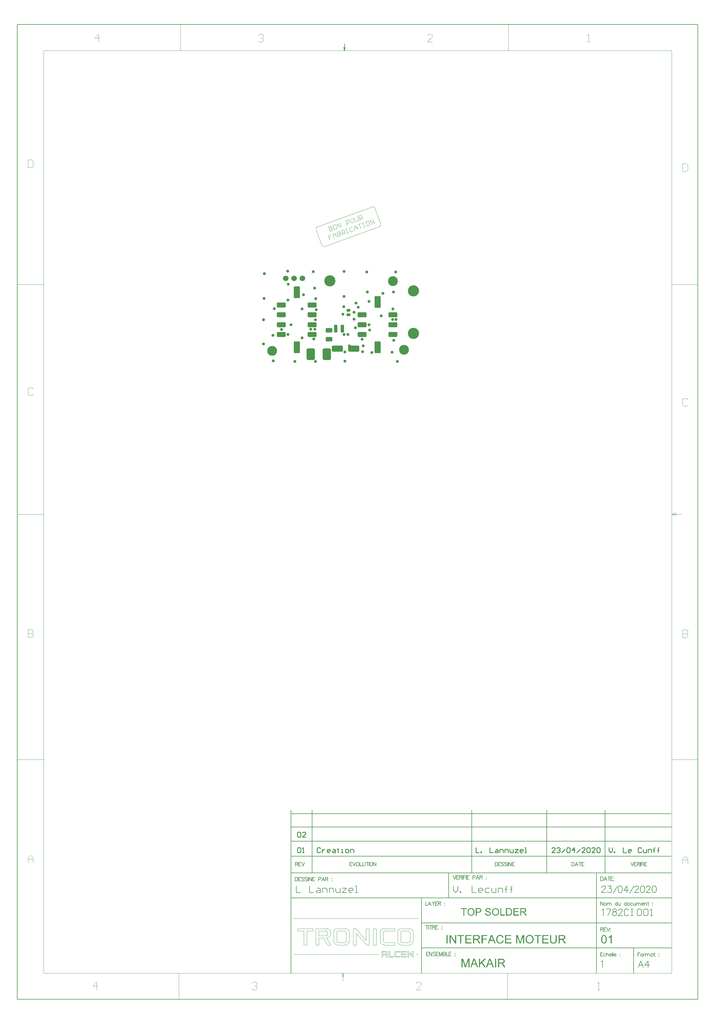
<source format=gts>
G04*
G04 #@! TF.GenerationSoftware,Altium Limited,Altium Designer,20.0.10 (225)*
G04*
G04 Layer_Color=65280*
%FSLAX44Y44*%
%MOMM*%
G71*
G01*
G75*
%ADD13C,0.1500*%
%ADD14C,0.1016*%
%ADD15C,0.1270*%
%ADD16C,0.2540*%
%ADD17C,0.0127*%
G04:AMPARAMS|DCode=25|XSize=3.5mm|YSize=2.5mm|CornerRadius=0.3875mm|HoleSize=0mm|Usage=FLASHONLY|Rotation=90.000|XOffset=0mm|YOffset=0mm|HoleType=Round|Shape=RoundedRectangle|*
%AMROUNDEDRECTD25*
21,1,3.5000,1.7250,0,0,90.0*
21,1,2.7250,2.5000,0,0,90.0*
1,1,0.7750,0.8625,1.3625*
1,1,0.7750,0.8625,-1.3625*
1,1,0.7750,-0.8625,-1.3625*
1,1,0.7750,-0.8625,1.3625*
%
%ADD25ROUNDEDRECTD25*%
G04:AMPARAMS|DCode=26|XSize=1.2mm|YSize=0.8mm|CornerRadius=0.175mm|HoleSize=0mm|Usage=FLASHONLY|Rotation=0.000|XOffset=0mm|YOffset=0mm|HoleType=Round|Shape=RoundedRectangle|*
%AMROUNDEDRECTD26*
21,1,1.2000,0.4500,0,0,0.0*
21,1,0.8500,0.8000,0,0,0.0*
1,1,0.3500,0.4250,-0.2250*
1,1,0.3500,-0.4250,-0.2250*
1,1,0.3500,-0.4250,0.2250*
1,1,0.3500,0.4250,0.2250*
%
%ADD26ROUNDEDRECTD26*%
G04:AMPARAMS|DCode=27|XSize=0.94mm|YSize=2.34mm|CornerRadius=0.17mm|HoleSize=0mm|Usage=FLASHONLY|Rotation=180.000|XOffset=0mm|YOffset=0mm|HoleType=Round|Shape=RoundedRectangle|*
%AMROUNDEDRECTD27*
21,1,0.9400,2.0000,0,0,180.0*
21,1,0.6000,2.3400,0,0,180.0*
1,1,0.3400,-0.3000,1.0000*
1,1,0.3400,0.3000,1.0000*
1,1,0.3400,0.3000,-1.0000*
1,1,0.3400,-0.3000,-1.0000*
%
%ADD27ROUNDEDRECTD27*%
G04:AMPARAMS|DCode=28|XSize=3.63mm|YSize=1.85mm|CornerRadius=0.3063mm|HoleSize=0mm|Usage=FLASHONLY|Rotation=270.000|XOffset=0mm|YOffset=0mm|HoleType=Round|Shape=RoundedRectangle|*
%AMROUNDEDRECTD28*
21,1,3.6300,1.2375,0,0,270.0*
21,1,3.0175,1.8500,0,0,270.0*
1,1,0.6125,-0.6188,-1.5088*
1,1,0.6125,-0.6188,1.5088*
1,1,0.6125,0.6188,1.5088*
1,1,0.6125,0.6188,-1.5088*
%
%ADD28ROUNDEDRECTD28*%
G04:AMPARAMS|DCode=29|XSize=1.47mm|YSize=2.74mm|CornerRadius=0.2588mm|HoleSize=0mm|Usage=FLASHONLY|Rotation=270.000|XOffset=0mm|YOffset=0mm|HoleType=Round|Shape=RoundedRectangle|*
%AMROUNDEDRECTD29*
21,1,1.4700,2.2225,0,0,270.0*
21,1,0.9525,2.7400,0,0,270.0*
1,1,0.5175,-1.1113,-0.4763*
1,1,0.5175,-1.1113,0.4763*
1,1,0.5175,1.1113,0.4763*
1,1,0.5175,1.1113,-0.4763*
%
%ADD29ROUNDEDRECTD29*%
G04:AMPARAMS|DCode=30|XSize=3.4mm|YSize=1.8mm|CornerRadius=0.3mm|HoleSize=0mm|Usage=FLASHONLY|Rotation=0.000|XOffset=0mm|YOffset=0mm|HoleType=Round|Shape=RoundedRectangle|*
%AMROUNDEDRECTD30*
21,1,3.4000,1.2000,0,0,0.0*
21,1,2.8000,1.8000,0,0,0.0*
1,1,0.6000,1.4000,-0.6000*
1,1,0.6000,-1.4000,-0.6000*
1,1,0.6000,-1.4000,0.6000*
1,1,0.6000,1.4000,0.6000*
%
%ADD30ROUNDEDRECTD30*%
G04:AMPARAMS|DCode=31|XSize=2mm|YSize=1.34mm|CornerRadius=0.2425mm|HoleSize=0mm|Usage=FLASHONLY|Rotation=180.000|XOffset=0mm|YOffset=0mm|HoleType=Round|Shape=RoundedRectangle|*
%AMROUNDEDRECTD31*
21,1,2.0000,0.8550,0,0,180.0*
21,1,1.5150,1.3400,0,0,180.0*
1,1,0.4850,-0.7575,0.4275*
1,1,0.4850,0.7575,0.4275*
1,1,0.4850,0.7575,-0.4275*
1,1,0.4850,-0.7575,-0.4275*
%
%ADD31ROUNDEDRECTD31*%
%ADD32C,3.0000*%
%ADD33C,1.7000*%
%ADD34C,3.4000*%
%ADD35C,0.9000*%
G36*
X697882Y-1656233D02*
X698109D01*
X698724Y-1656298D01*
X699404Y-1656395D01*
X700117Y-1656557D01*
X700894Y-1656752D01*
X701607Y-1657011D01*
X701639D01*
X701704Y-1657043D01*
X701801Y-1657108D01*
X701930Y-1657173D01*
X702254Y-1657334D01*
X702675Y-1657626D01*
X703161Y-1657950D01*
X703647Y-1658371D01*
X704100Y-1658857D01*
X704521Y-1659407D01*
Y-1659440D01*
X704554Y-1659472D01*
X704618Y-1659569D01*
X704683Y-1659666D01*
X704845Y-1659990D01*
X705039Y-1660411D01*
X705266Y-1660929D01*
X705428Y-1661544D01*
X705590Y-1662192D01*
X705655Y-1662905D01*
X702805Y-1663131D01*
Y-1663099D01*
Y-1663034D01*
X702772Y-1662937D01*
X702740Y-1662775D01*
X702643Y-1662419D01*
X702513Y-1661933D01*
X702319Y-1661415D01*
X702028Y-1660897D01*
X701671Y-1660411D01*
X701218Y-1659958D01*
X701153Y-1659925D01*
X700991Y-1659796D01*
X700667Y-1659601D01*
X700246Y-1659407D01*
X699696Y-1659213D01*
X699048Y-1659018D01*
X698239Y-1658889D01*
X697332Y-1658857D01*
X696878D01*
X696684Y-1658889D01*
X696425Y-1658921D01*
X695842Y-1658986D01*
X695194Y-1659116D01*
X694547Y-1659277D01*
X693931Y-1659537D01*
X693672Y-1659698D01*
X693413Y-1659861D01*
X693348Y-1659893D01*
X693219Y-1660022D01*
X693025Y-1660249D01*
X692830Y-1660508D01*
X692604Y-1660864D01*
X692409Y-1661253D01*
X692280Y-1661706D01*
X692215Y-1662225D01*
Y-1662289D01*
Y-1662419D01*
X692247Y-1662646D01*
X692312Y-1662905D01*
X692409Y-1663228D01*
X692571Y-1663552D01*
X692766Y-1663876D01*
X693057Y-1664200D01*
X693089Y-1664232D01*
X693251Y-1664330D01*
X693381Y-1664427D01*
X693510Y-1664491D01*
X693705Y-1664589D01*
X693931Y-1664718D01*
X694223Y-1664815D01*
X694547Y-1664945D01*
X694903Y-1665074D01*
X695324Y-1665236D01*
X695777Y-1665366D01*
X696295Y-1665528D01*
X696878Y-1665657D01*
X697526Y-1665819D01*
X697558D01*
X697688Y-1665852D01*
X697882Y-1665884D01*
X698109Y-1665949D01*
X698400Y-1666014D01*
X698757Y-1666111D01*
X699113Y-1666208D01*
X699501Y-1666305D01*
X700344Y-1666532D01*
X701153Y-1666759D01*
X701542Y-1666888D01*
X701898Y-1667018D01*
X702222Y-1667115D01*
X702481Y-1667244D01*
X702513D01*
X702578Y-1667277D01*
X702675Y-1667341D01*
X702805Y-1667406D01*
X703161Y-1667601D01*
X703582Y-1667860D01*
X704068Y-1668216D01*
X704554Y-1668604D01*
X705007Y-1669058D01*
X705396Y-1669544D01*
X705428Y-1669608D01*
X705557Y-1669770D01*
X705687Y-1670062D01*
X705881Y-1670450D01*
X706043Y-1670904D01*
X706205Y-1671454D01*
X706302Y-1672070D01*
X706335Y-1672717D01*
Y-1672750D01*
Y-1672782D01*
Y-1672879D01*
Y-1673009D01*
X706270Y-1673365D01*
X706205Y-1673818D01*
X706076Y-1674337D01*
X705914Y-1674887D01*
X705655Y-1675470D01*
X705298Y-1676085D01*
Y-1676118D01*
X705266Y-1676150D01*
X705104Y-1676344D01*
X704877Y-1676636D01*
X704554Y-1676960D01*
X704133Y-1677348D01*
X703614Y-1677769D01*
X703031Y-1678158D01*
X702351Y-1678514D01*
X702319D01*
X702254Y-1678547D01*
X702157Y-1678579D01*
X702028Y-1678644D01*
X701833Y-1678708D01*
X701607Y-1678806D01*
X701088Y-1678935D01*
X700473Y-1679097D01*
X699728Y-1679259D01*
X698919Y-1679356D01*
X698044Y-1679389D01*
X697526D01*
X697267Y-1679356D01*
X696975D01*
X696652Y-1679324D01*
X696263Y-1679292D01*
X695453Y-1679162D01*
X694611Y-1679032D01*
X693769Y-1678806D01*
X692960Y-1678514D01*
X692927D01*
X692863Y-1678482D01*
X692766Y-1678417D01*
X692636Y-1678352D01*
X692247Y-1678158D01*
X691794Y-1677867D01*
X691276Y-1677478D01*
X690725Y-1677025D01*
X690207Y-1676474D01*
X689721Y-1675859D01*
Y-1675826D01*
X689657Y-1675762D01*
X689624Y-1675664D01*
X689527Y-1675535D01*
X689462Y-1675373D01*
X689365Y-1675179D01*
X689138Y-1674693D01*
X688912Y-1674077D01*
X688717Y-1673397D01*
X688588Y-1672620D01*
X688523Y-1671810D01*
X691308Y-1671551D01*
Y-1671584D01*
Y-1671616D01*
X691340Y-1671713D01*
Y-1671843D01*
X691405Y-1672134D01*
X691503Y-1672555D01*
X691632Y-1672976D01*
X691761Y-1673462D01*
X691988Y-1673916D01*
X692215Y-1674337D01*
X692247Y-1674369D01*
X692345Y-1674498D01*
X692506Y-1674725D01*
X692766Y-1674952D01*
X693089Y-1675243D01*
X693446Y-1675535D01*
X693931Y-1675826D01*
X694449Y-1676085D01*
X694482D01*
X694514Y-1676118D01*
X694611Y-1676150D01*
X694709Y-1676183D01*
X695032Y-1676280D01*
X695453Y-1676409D01*
X695972Y-1676539D01*
X696554Y-1676636D01*
X697202Y-1676701D01*
X697915Y-1676733D01*
X698206D01*
X698530Y-1676701D01*
X698919Y-1676668D01*
X699372Y-1676604D01*
X699890Y-1676539D01*
X700408Y-1676409D01*
X700894Y-1676247D01*
X700959Y-1676215D01*
X701121Y-1676150D01*
X701348Y-1676021D01*
X701639Y-1675891D01*
X701930Y-1675664D01*
X702254Y-1675438D01*
X702578Y-1675179D01*
X702837Y-1674855D01*
X702870Y-1674822D01*
X702934Y-1674693D01*
X703031Y-1674531D01*
X703161Y-1674272D01*
X703291Y-1674013D01*
X703388Y-1673689D01*
X703453Y-1673333D01*
X703485Y-1672944D01*
Y-1672912D01*
Y-1672750D01*
X703453Y-1672555D01*
X703420Y-1672296D01*
X703323Y-1672037D01*
X703226Y-1671713D01*
X703064Y-1671389D01*
X702837Y-1671098D01*
X702805Y-1671066D01*
X702708Y-1670968D01*
X702578Y-1670839D01*
X702351Y-1670645D01*
X702092Y-1670450D01*
X701736Y-1670224D01*
X701315Y-1669997D01*
X700829Y-1669803D01*
X700797Y-1669770D01*
X700635Y-1669738D01*
X700376Y-1669641D01*
X700214Y-1669608D01*
X699987Y-1669544D01*
X699761Y-1669446D01*
X699469Y-1669382D01*
X699145Y-1669285D01*
X698757Y-1669187D01*
X698368Y-1669090D01*
X697915Y-1668961D01*
X697396Y-1668831D01*
X696846Y-1668702D01*
X696814D01*
X696716Y-1668669D01*
X696554Y-1668637D01*
X696360Y-1668572D01*
X696101Y-1668507D01*
X695810Y-1668443D01*
X695162Y-1668248D01*
X694449Y-1668022D01*
X693705Y-1667795D01*
X693057Y-1667568D01*
X692766Y-1667439D01*
X692506Y-1667309D01*
X692474D01*
X692442Y-1667277D01*
X692247Y-1667147D01*
X691956Y-1666985D01*
X691632Y-1666726D01*
X691243Y-1666435D01*
X690855Y-1666078D01*
X690466Y-1665657D01*
X690142Y-1665204D01*
X690110Y-1665139D01*
X690013Y-1664977D01*
X689883Y-1664718D01*
X689754Y-1664394D01*
X689624Y-1663973D01*
X689495Y-1663488D01*
X689397Y-1662969D01*
X689365Y-1662419D01*
Y-1662386D01*
Y-1662354D01*
Y-1662257D01*
Y-1662127D01*
X689430Y-1661804D01*
X689495Y-1661383D01*
X689592Y-1660897D01*
X689754Y-1660346D01*
X689980Y-1659796D01*
X690304Y-1659245D01*
Y-1659213D01*
X690337Y-1659180D01*
X690499Y-1658986D01*
X690725Y-1658727D01*
X691017Y-1658403D01*
X691405Y-1658047D01*
X691891Y-1657658D01*
X692474Y-1657302D01*
X693122Y-1656978D01*
X693154D01*
X693219Y-1656946D01*
X693316Y-1656913D01*
X693446Y-1656849D01*
X693607Y-1656784D01*
X693834Y-1656719D01*
X694320Y-1656590D01*
X694935Y-1656460D01*
X695648Y-1656331D01*
X696393Y-1656233D01*
X697235Y-1656201D01*
X697656D01*
X697882Y-1656233D01*
D02*
G37*
G36*
X806372Y-1656622D02*
X806664D01*
X807344Y-1656654D01*
X808056Y-1656752D01*
X808833Y-1656849D01*
X809546Y-1657011D01*
X809902Y-1657108D01*
X810193Y-1657205D01*
X810226D01*
X810258Y-1657237D01*
X810453Y-1657334D01*
X810744Y-1657464D01*
X811100Y-1657691D01*
X811489Y-1657982D01*
X811910Y-1658371D01*
X812299Y-1658824D01*
X812687Y-1659342D01*
Y-1659375D01*
X812719Y-1659407D01*
X812849Y-1659601D01*
X812979Y-1659925D01*
X813173Y-1660346D01*
X813335Y-1660832D01*
X813497Y-1661415D01*
X813594Y-1662030D01*
X813626Y-1662710D01*
Y-1662743D01*
Y-1662807D01*
Y-1662937D01*
X813594Y-1663099D01*
Y-1663326D01*
X813561Y-1663552D01*
X813432Y-1664103D01*
X813238Y-1664751D01*
X812979Y-1665431D01*
X812590Y-1666111D01*
X812331Y-1666435D01*
X812072Y-1666759D01*
X812039Y-1666791D01*
X812007Y-1666823D01*
X811910Y-1666920D01*
X811780Y-1667018D01*
X811618Y-1667147D01*
X811424Y-1667277D01*
X811165Y-1667439D01*
X810906Y-1667633D01*
X810582Y-1667795D01*
X810226Y-1667957D01*
X809837Y-1668151D01*
X809416Y-1668313D01*
X808931Y-1668443D01*
X808445Y-1668604D01*
X807894Y-1668702D01*
X807311Y-1668799D01*
X807376Y-1668831D01*
X807505Y-1668896D01*
X807700Y-1669025D01*
X807959Y-1669155D01*
X808542Y-1669511D01*
X808833Y-1669738D01*
X809092Y-1669932D01*
X809157Y-1669997D01*
X809319Y-1670159D01*
X809578Y-1670418D01*
X809902Y-1670742D01*
X810258Y-1671195D01*
X810679Y-1671681D01*
X811100Y-1672264D01*
X811554Y-1672912D01*
X815407Y-1679000D01*
X811716D01*
X808768Y-1674337D01*
Y-1674304D01*
X808704Y-1674239D01*
X808639Y-1674142D01*
X808542Y-1674013D01*
X808315Y-1673656D01*
X808024Y-1673203D01*
X807667Y-1672717D01*
X807311Y-1672199D01*
X806955Y-1671713D01*
X806631Y-1671260D01*
X806599Y-1671228D01*
X806502Y-1671098D01*
X806340Y-1670904D01*
X806113Y-1670677D01*
X805627Y-1670191D01*
X805368Y-1669965D01*
X805109Y-1669770D01*
X805077Y-1669738D01*
X805012Y-1669706D01*
X804882Y-1669641D01*
X804688Y-1669544D01*
X804494Y-1669446D01*
X804267Y-1669349D01*
X803749Y-1669187D01*
X803717D01*
X803652Y-1669155D01*
X803522D01*
X803360Y-1669123D01*
X803133Y-1669090D01*
X802875D01*
X802518Y-1669058D01*
X798697D01*
Y-1679000D01*
X795717D01*
Y-1656590D01*
X806113D01*
X806372Y-1656622D01*
D02*
G37*
G36*
X791054Y-1659245D02*
X777809D01*
Y-1666078D01*
X790212D01*
Y-1668734D01*
X777809D01*
Y-1676344D01*
X791572D01*
Y-1679000D01*
X774829D01*
Y-1656590D01*
X791054D01*
Y-1659245D01*
D02*
G37*
G36*
X761389Y-1656622D02*
X762037Y-1656654D01*
X762685Y-1656719D01*
X763332Y-1656816D01*
X763883Y-1656913D01*
X763915D01*
X763980Y-1656946D01*
X764077D01*
X764207Y-1657011D01*
X764563Y-1657108D01*
X765016Y-1657270D01*
X765535Y-1657496D01*
X766085Y-1657788D01*
X766636Y-1658112D01*
X767154Y-1658533D01*
X767186Y-1658565D01*
X767219Y-1658597D01*
X767316Y-1658695D01*
X767445Y-1658792D01*
X767769Y-1659116D01*
X768158Y-1659569D01*
X768579Y-1660119D01*
X769032Y-1660767D01*
X769453Y-1661512D01*
X769809Y-1662354D01*
Y-1662386D01*
X769842Y-1662451D01*
X769906Y-1662581D01*
X769939Y-1662775D01*
X770036Y-1663002D01*
X770101Y-1663261D01*
X770166Y-1663552D01*
X770263Y-1663909D01*
X770360Y-1664265D01*
X770425Y-1664686D01*
X770587Y-1665593D01*
X770684Y-1666597D01*
X770716Y-1667698D01*
Y-1667730D01*
Y-1667795D01*
Y-1667957D01*
Y-1668119D01*
X770684Y-1668345D01*
Y-1668604D01*
X770651Y-1669220D01*
X770554Y-1669932D01*
X770457Y-1670677D01*
X770295Y-1671454D01*
X770101Y-1672231D01*
Y-1672264D01*
X770069Y-1672329D01*
X770036Y-1672426D01*
X770004Y-1672555D01*
X769874Y-1672912D01*
X769680Y-1673365D01*
X769485Y-1673883D01*
X769227Y-1674401D01*
X768903Y-1674952D01*
X768579Y-1675470D01*
X768546Y-1675535D01*
X768417Y-1675697D01*
X768223Y-1675923D01*
X767963Y-1676215D01*
X767672Y-1676539D01*
X767316Y-1676863D01*
X766960Y-1677219D01*
X766538Y-1677510D01*
X766474Y-1677543D01*
X766344Y-1677640D01*
X766117Y-1677769D01*
X765794Y-1677931D01*
X765405Y-1678126D01*
X764952Y-1678288D01*
X764434Y-1678482D01*
X763850Y-1678644D01*
X763786D01*
X763689Y-1678676D01*
X763592Y-1678708D01*
X763268Y-1678741D01*
X762814Y-1678806D01*
X762296Y-1678871D01*
X761681Y-1678935D01*
X761001Y-1678968D01*
X760256Y-1679000D01*
X752192D01*
Y-1656590D01*
X760806D01*
X761389Y-1656622D01*
D02*
G37*
G36*
X737619Y-1676344D02*
X748662D01*
Y-1679000D01*
X734639D01*
Y-1656590D01*
X737619D01*
Y-1676344D01*
D02*
G37*
G36*
X669610Y-1656622D02*
X670161Y-1656654D01*
X670744Y-1656687D01*
X671294Y-1656752D01*
X671780Y-1656816D01*
X671845D01*
X672072Y-1656881D01*
X672363Y-1656946D01*
X672751Y-1657043D01*
X673173Y-1657205D01*
X673626Y-1657399D01*
X674112Y-1657626D01*
X674533Y-1657885D01*
X674597Y-1657917D01*
X674727Y-1658015D01*
X674921Y-1658209D01*
X675180Y-1658436D01*
X675472Y-1658727D01*
X675763Y-1659116D01*
X676087Y-1659537D01*
X676346Y-1660022D01*
X676379Y-1660087D01*
X676443Y-1660249D01*
X676573Y-1660540D01*
X676702Y-1660929D01*
X676800Y-1661383D01*
X676929Y-1661901D01*
X676994Y-1662484D01*
X677026Y-1663099D01*
Y-1663131D01*
Y-1663228D01*
Y-1663358D01*
X676994Y-1663585D01*
X676962Y-1663811D01*
X676929Y-1664103D01*
X676864Y-1664427D01*
X676800Y-1664783D01*
X676573Y-1665528D01*
X676443Y-1665916D01*
X676249Y-1666337D01*
X676022Y-1666759D01*
X675796Y-1667147D01*
X675504Y-1667536D01*
X675180Y-1667924D01*
X675148Y-1667957D01*
X675083Y-1668022D01*
X674986Y-1668119D01*
X674824Y-1668216D01*
X674630Y-1668378D01*
X674371Y-1668540D01*
X674047Y-1668734D01*
X673691Y-1668896D01*
X673270Y-1669090D01*
X672784Y-1669285D01*
X672266Y-1669446D01*
X671650Y-1669576D01*
X671003Y-1669706D01*
X670290Y-1669803D01*
X669481Y-1669867D01*
X668639Y-1669900D01*
X662906D01*
Y-1679000D01*
X659927D01*
Y-1656590D01*
X669124D01*
X669610Y-1656622D01*
D02*
G37*
G36*
X632497Y-1659245D02*
X625113D01*
Y-1679000D01*
X622134D01*
Y-1659245D01*
X614750D01*
Y-1656590D01*
X632497D01*
Y-1659245D01*
D02*
G37*
G36*
X720746Y-1656233D02*
X721038D01*
X721329Y-1656266D01*
X721718Y-1656331D01*
X722106Y-1656395D01*
X722948Y-1656557D01*
X723920Y-1656816D01*
X724859Y-1657205D01*
X725345Y-1657432D01*
X725831Y-1657691D01*
X725863Y-1657723D01*
X725928Y-1657755D01*
X726057Y-1657853D01*
X726252Y-1657950D01*
X726446Y-1658112D01*
X726705Y-1658306D01*
X727255Y-1658759D01*
X727838Y-1659342D01*
X728486Y-1660055D01*
X729101Y-1660897D01*
X729620Y-1661836D01*
Y-1661868D01*
X729684Y-1661965D01*
X729749Y-1662095D01*
X729814Y-1662289D01*
X729943Y-1662548D01*
X730041Y-1662840D01*
X730170Y-1663196D01*
X730300Y-1663585D01*
X730397Y-1664006D01*
X730526Y-1664459D01*
X730656Y-1664977D01*
X730753Y-1665495D01*
X730883Y-1666629D01*
X730947Y-1667860D01*
Y-1667892D01*
Y-1668022D01*
Y-1668183D01*
X730915Y-1668443D01*
Y-1668734D01*
X730883Y-1669090D01*
X730818Y-1669479D01*
X730786Y-1669900D01*
X730623Y-1670839D01*
X730365Y-1671875D01*
X730008Y-1672912D01*
X729814Y-1673430D01*
X729555Y-1673948D01*
Y-1673980D01*
X729490Y-1674077D01*
X729425Y-1674207D01*
X729296Y-1674401D01*
X729166Y-1674628D01*
X729004Y-1674855D01*
X728551Y-1675470D01*
X728000Y-1676118D01*
X727353Y-1676798D01*
X726575Y-1677446D01*
X725669Y-1678028D01*
X725636D01*
X725572Y-1678093D01*
X725409Y-1678158D01*
X725215Y-1678255D01*
X724988Y-1678352D01*
X724730Y-1678449D01*
X724406Y-1678579D01*
X724049Y-1678708D01*
X723661Y-1678838D01*
X723240Y-1678968D01*
X722301Y-1679162D01*
X721297Y-1679324D01*
X720228Y-1679389D01*
X719904D01*
X719710Y-1679356D01*
X719418D01*
X719094Y-1679292D01*
X718738Y-1679259D01*
X718317Y-1679194D01*
X717443Y-1679000D01*
X716504Y-1678741D01*
X715532Y-1678352D01*
X715046Y-1678126D01*
X714561Y-1677867D01*
X714528Y-1677834D01*
X714463Y-1677802D01*
X714334Y-1677705D01*
X714140Y-1677575D01*
X713945Y-1677446D01*
X713719Y-1677251D01*
X713168Y-1676765D01*
X712553Y-1676183D01*
X711905Y-1675470D01*
X711322Y-1674660D01*
X710771Y-1673721D01*
Y-1673689D01*
X710707Y-1673592D01*
X710642Y-1673462D01*
X710577Y-1673268D01*
X710480Y-1673009D01*
X710383Y-1672717D01*
X710253Y-1672393D01*
X710156Y-1672037D01*
X710027Y-1671616D01*
X709897Y-1671195D01*
X709703Y-1670224D01*
X709573Y-1669220D01*
X709509Y-1668119D01*
Y-1668086D01*
Y-1668054D01*
Y-1667860D01*
X709541Y-1667568D01*
Y-1667180D01*
X709606Y-1666726D01*
X709670Y-1666176D01*
X709768Y-1665560D01*
X709897Y-1664913D01*
X710027Y-1664232D01*
X710221Y-1663520D01*
X710480Y-1662807D01*
X710771Y-1662063D01*
X711095Y-1661350D01*
X711516Y-1660638D01*
X711970Y-1659990D01*
X712488Y-1659375D01*
X712520Y-1659342D01*
X712617Y-1659245D01*
X712812Y-1659083D01*
X713038Y-1658889D01*
X713330Y-1658630D01*
X713686Y-1658371D01*
X714107Y-1658079D01*
X714593Y-1657788D01*
X715111Y-1657496D01*
X715694Y-1657205D01*
X716342Y-1656946D01*
X717022Y-1656687D01*
X717767Y-1656492D01*
X718544Y-1656331D01*
X719354Y-1656233D01*
X720228Y-1656201D01*
X720519D01*
X720746Y-1656233D01*
D02*
G37*
G36*
X645904D02*
X646196D01*
X646487Y-1656266D01*
X646876Y-1656331D01*
X647264Y-1656395D01*
X648107Y-1656557D01*
X649078Y-1656816D01*
X650017Y-1657205D01*
X650503Y-1657432D01*
X650989Y-1657691D01*
X651021Y-1657723D01*
X651086Y-1657755D01*
X651216Y-1657853D01*
X651410Y-1657950D01*
X651604Y-1658112D01*
X651863Y-1658306D01*
X652414Y-1658759D01*
X652997Y-1659342D01*
X653644Y-1660055D01*
X654260Y-1660897D01*
X654778Y-1661836D01*
Y-1661868D01*
X654843Y-1661965D01*
X654907Y-1662095D01*
X654972Y-1662289D01*
X655102Y-1662548D01*
X655199Y-1662840D01*
X655328Y-1663196D01*
X655458Y-1663585D01*
X655555Y-1664006D01*
X655685Y-1664459D01*
X655814Y-1664977D01*
X655911Y-1665495D01*
X656041Y-1666629D01*
X656106Y-1667860D01*
Y-1667892D01*
Y-1668022D01*
Y-1668183D01*
X656073Y-1668443D01*
Y-1668734D01*
X656041Y-1669090D01*
X655976Y-1669479D01*
X655944Y-1669900D01*
X655782Y-1670839D01*
X655523Y-1671875D01*
X655166Y-1672912D01*
X654972Y-1673430D01*
X654713Y-1673948D01*
Y-1673980D01*
X654648Y-1674077D01*
X654584Y-1674207D01*
X654454Y-1674401D01*
X654324Y-1674628D01*
X654163Y-1674855D01*
X653709Y-1675470D01*
X653159Y-1676118D01*
X652511Y-1676798D01*
X651734Y-1677446D01*
X650827Y-1678028D01*
X650795D01*
X650730Y-1678093D01*
X650568Y-1678158D01*
X650374Y-1678255D01*
X650147Y-1678352D01*
X649888Y-1678449D01*
X649564Y-1678579D01*
X649208Y-1678708D01*
X648819Y-1678838D01*
X648398Y-1678968D01*
X647459Y-1679162D01*
X646455Y-1679324D01*
X645386Y-1679389D01*
X645062D01*
X644868Y-1679356D01*
X644577D01*
X644253Y-1679292D01*
X643896Y-1679259D01*
X643475Y-1679194D01*
X642601Y-1679000D01*
X641662Y-1678741D01*
X640690Y-1678352D01*
X640205Y-1678126D01*
X639719Y-1677867D01*
X639687Y-1677834D01*
X639622Y-1677802D01*
X639492Y-1677705D01*
X639298Y-1677575D01*
X639104Y-1677446D01*
X638877Y-1677251D01*
X638326Y-1676765D01*
X637711Y-1676183D01*
X637063Y-1675470D01*
X636480Y-1674660D01*
X635930Y-1673721D01*
Y-1673689D01*
X635865Y-1673592D01*
X635800Y-1673462D01*
X635736Y-1673268D01*
X635638Y-1673009D01*
X635541Y-1672717D01*
X635412Y-1672393D01*
X635314Y-1672037D01*
X635185Y-1671616D01*
X635055Y-1671195D01*
X634861Y-1670224D01*
X634731Y-1669220D01*
X634667Y-1668119D01*
Y-1668086D01*
Y-1668054D01*
Y-1667860D01*
X634699Y-1667568D01*
Y-1667180D01*
X634764Y-1666726D01*
X634829Y-1666176D01*
X634926Y-1665560D01*
X635055Y-1664913D01*
X635185Y-1664232D01*
X635379Y-1663520D01*
X635638Y-1662807D01*
X635930Y-1662063D01*
X636254Y-1661350D01*
X636675Y-1660638D01*
X637128Y-1659990D01*
X637646Y-1659375D01*
X637679Y-1659342D01*
X637776Y-1659245D01*
X637970Y-1659083D01*
X638197Y-1658889D01*
X638488Y-1658630D01*
X638844Y-1658371D01*
X639265Y-1658079D01*
X639751Y-1657788D01*
X640269Y-1657496D01*
X640852Y-1657205D01*
X641500Y-1656946D01*
X642180Y-1656687D01*
X642925Y-1656492D01*
X643702Y-1656331D01*
X644512Y-1656233D01*
X645386Y-1656201D01*
X645678D01*
X645904Y-1656233D01*
D02*
G37*
G36*
X735103Y-1737966D02*
X735437Y-1738003D01*
X735844Y-1738040D01*
X736251Y-1738077D01*
X736733Y-1738188D01*
X737733Y-1738410D01*
X738844Y-1738743D01*
X739399Y-1738966D01*
X739918Y-1739225D01*
X740436Y-1739558D01*
X740955Y-1739891D01*
X740992Y-1739928D01*
X741066Y-1739966D01*
X741214Y-1740077D01*
X741399Y-1740262D01*
X741584Y-1740447D01*
X741843Y-1740706D01*
X742103Y-1741002D01*
X742399Y-1741299D01*
X742695Y-1741669D01*
X742991Y-1742113D01*
X743325Y-1742558D01*
X743621Y-1743039D01*
X743880Y-1743595D01*
X744176Y-1744150D01*
X744399Y-1744743D01*
X744621Y-1745409D01*
X741288Y-1746187D01*
Y-1746150D01*
X741251Y-1746076D01*
X741177Y-1745928D01*
X741103Y-1745743D01*
X741029Y-1745520D01*
X740918Y-1745224D01*
X740621Y-1744632D01*
X740251Y-1743965D01*
X739807Y-1743298D01*
X739251Y-1742669D01*
X738659Y-1742113D01*
X738585Y-1742039D01*
X738362Y-1741891D01*
X737992Y-1741706D01*
X737511Y-1741447D01*
X736881Y-1741225D01*
X736177Y-1741002D01*
X735325Y-1740854D01*
X734400Y-1740817D01*
X734103D01*
X733918Y-1740854D01*
X733659D01*
X733363Y-1740891D01*
X732659Y-1741002D01*
X731881Y-1741151D01*
X731067Y-1741410D01*
X730215Y-1741780D01*
X729437Y-1742262D01*
X729400D01*
X729363Y-1742336D01*
X729104Y-1742521D01*
X728771Y-1742817D01*
X728363Y-1743261D01*
X727882Y-1743817D01*
X727438Y-1744447D01*
X727030Y-1745224D01*
X726660Y-1746076D01*
Y-1746113D01*
X726623Y-1746187D01*
X726586Y-1746298D01*
X726549Y-1746483D01*
X726475Y-1746705D01*
X726401Y-1746965D01*
X726289Y-1747594D01*
X726141Y-1748335D01*
X725993Y-1749150D01*
X725919Y-1750038D01*
X725882Y-1751001D01*
Y-1751038D01*
Y-1751149D01*
Y-1751335D01*
Y-1751557D01*
X725919Y-1751816D01*
Y-1752149D01*
X725956Y-1752520D01*
X725993Y-1752927D01*
X726104Y-1753816D01*
X726289Y-1754779D01*
X726512Y-1755742D01*
X726808Y-1756705D01*
Y-1756741D01*
X726845Y-1756816D01*
X726919Y-1756927D01*
X726993Y-1757112D01*
X727215Y-1757556D01*
X727549Y-1758075D01*
X727956Y-1758667D01*
X728474Y-1759297D01*
X729067Y-1759852D01*
X729771Y-1760371D01*
X729808D01*
X729882Y-1760408D01*
X729993Y-1760482D01*
X730141Y-1760556D01*
X730326Y-1760630D01*
X730548Y-1760741D01*
X731067Y-1760963D01*
X731733Y-1761185D01*
X732474Y-1761371D01*
X733289Y-1761519D01*
X734140Y-1761556D01*
X734400D01*
X734622Y-1761519D01*
X734881D01*
X735140Y-1761482D01*
X735807Y-1761334D01*
X736585Y-1761148D01*
X737362Y-1760852D01*
X738177Y-1760445D01*
X738585Y-1760223D01*
X738955Y-1759926D01*
X738992Y-1759889D01*
X739029Y-1759852D01*
X739140Y-1759741D01*
X739288Y-1759630D01*
X739436Y-1759445D01*
X739621Y-1759223D01*
X739844Y-1759001D01*
X740029Y-1758704D01*
X740251Y-1758371D01*
X740510Y-1758001D01*
X740732Y-1757630D01*
X740955Y-1757186D01*
X741140Y-1756705D01*
X741325Y-1756186D01*
X741510Y-1755630D01*
X741658Y-1755038D01*
X745065Y-1755890D01*
Y-1755927D01*
X745028Y-1756075D01*
X744954Y-1756297D01*
X744843Y-1756593D01*
X744732Y-1756927D01*
X744584Y-1757334D01*
X744399Y-1757778D01*
X744176Y-1758260D01*
X743658Y-1759297D01*
X742991Y-1760334D01*
X742584Y-1760852D01*
X742177Y-1761371D01*
X741732Y-1761815D01*
X741214Y-1762259D01*
X741177Y-1762296D01*
X741103Y-1762370D01*
X740918Y-1762445D01*
X740732Y-1762593D01*
X740436Y-1762778D01*
X740140Y-1762963D01*
X739733Y-1763148D01*
X739325Y-1763333D01*
X738844Y-1763556D01*
X738325Y-1763741D01*
X737770Y-1763926D01*
X737177Y-1764111D01*
X736548Y-1764259D01*
X735881Y-1764333D01*
X735177Y-1764407D01*
X734437Y-1764444D01*
X734029D01*
X733733Y-1764407D01*
X733400D01*
X732992Y-1764370D01*
X732548Y-1764296D01*
X732030Y-1764222D01*
X730956Y-1764037D01*
X729845Y-1763741D01*
X728734Y-1763333D01*
X728215Y-1763074D01*
X727697Y-1762778D01*
X727660Y-1762741D01*
X727586Y-1762704D01*
X727438Y-1762593D01*
X727289Y-1762445D01*
X727067Y-1762296D01*
X726808Y-1762074D01*
X726512Y-1761815D01*
X726215Y-1761519D01*
X725919Y-1761185D01*
X725586Y-1760852D01*
X724919Y-1760000D01*
X724290Y-1759001D01*
X723734Y-1757890D01*
Y-1757852D01*
X723660Y-1757741D01*
X723623Y-1757556D01*
X723512Y-1757334D01*
X723438Y-1757038D01*
X723327Y-1756667D01*
X723179Y-1756260D01*
X723067Y-1755816D01*
X722956Y-1755334D01*
X722808Y-1754779D01*
X722623Y-1753631D01*
X722475Y-1752334D01*
X722401Y-1751001D01*
Y-1750964D01*
Y-1750816D01*
Y-1750594D01*
X722438Y-1750335D01*
Y-1749964D01*
X722475Y-1749594D01*
X722512Y-1749113D01*
X722586Y-1748631D01*
X722771Y-1747557D01*
X723030Y-1746372D01*
X723401Y-1745187D01*
X723919Y-1744039D01*
X723956Y-1744002D01*
X723993Y-1743891D01*
X724067Y-1743743D01*
X724216Y-1743558D01*
X724364Y-1743298D01*
X724549Y-1743002D01*
X725030Y-1742336D01*
X725660Y-1741595D01*
X726401Y-1740854D01*
X727252Y-1740114D01*
X728252Y-1739484D01*
X728289Y-1739447D01*
X728400Y-1739410D01*
X728549Y-1739336D01*
X728734Y-1739225D01*
X729030Y-1739114D01*
X729326Y-1739003D01*
X729697Y-1738855D01*
X730104Y-1738706D01*
X730548Y-1738558D01*
X731030Y-1738410D01*
X732067Y-1738188D01*
X733252Y-1738003D01*
X734474Y-1737929D01*
X734844D01*
X735103Y-1737966D01*
D02*
G37*
G36*
X600303Y-1764000D02*
X596784D01*
X583378Y-1743891D01*
Y-1764000D01*
X580119D01*
Y-1738373D01*
X583601D01*
X597044Y-1758519D01*
Y-1738373D01*
X600303D01*
Y-1764000D01*
D02*
G37*
G36*
X807429D02*
X804170D01*
Y-1742558D01*
X796690Y-1764000D01*
X793653D01*
X786246Y-1742187D01*
Y-1764000D01*
X782987D01*
Y-1738373D01*
X788061D01*
X794134Y-1756556D01*
Y-1756593D01*
X794171Y-1756667D01*
X794208Y-1756779D01*
X794282Y-1756964D01*
X794430Y-1757408D01*
X794616Y-1757964D01*
X794801Y-1758593D01*
X795023Y-1759223D01*
X795208Y-1759815D01*
X795356Y-1760334D01*
X795393Y-1760260D01*
X795430Y-1760074D01*
X795542Y-1759741D01*
X795690Y-1759297D01*
X795875Y-1758704D01*
X796134Y-1758001D01*
X796393Y-1757186D01*
X796727Y-1756223D01*
X802874Y-1738373D01*
X807429D01*
Y-1764000D01*
D02*
G37*
G36*
X906752Y-1753186D02*
Y-1753223D01*
Y-1753371D01*
Y-1753557D01*
Y-1753816D01*
X906715Y-1754149D01*
Y-1754520D01*
X906678Y-1754964D01*
X906641Y-1755408D01*
X906530Y-1756408D01*
X906382Y-1757445D01*
X906160Y-1758445D01*
X906012Y-1758927D01*
X905863Y-1759371D01*
Y-1759408D01*
X905826Y-1759482D01*
X905752Y-1759593D01*
X905678Y-1759741D01*
X905456Y-1760148D01*
X905123Y-1760667D01*
X904678Y-1761259D01*
X904160Y-1761852D01*
X903493Y-1762482D01*
X902679Y-1763037D01*
X902642D01*
X902568Y-1763111D01*
X902456Y-1763148D01*
X902271Y-1763259D01*
X902049Y-1763370D01*
X901753Y-1763481D01*
X901457Y-1763593D01*
X901086Y-1763741D01*
X900679Y-1763889D01*
X900234Y-1764000D01*
X899753Y-1764111D01*
X899197Y-1764222D01*
X898642Y-1764296D01*
X898049Y-1764370D01*
X896716Y-1764444D01*
X896383D01*
X896124Y-1764407D01*
X895827D01*
X895457Y-1764370D01*
X895050Y-1764333D01*
X894642Y-1764296D01*
X893717Y-1764148D01*
X892717Y-1763926D01*
X891754Y-1763630D01*
X890828Y-1763222D01*
X890791D01*
X890717Y-1763148D01*
X890606Y-1763074D01*
X890458Y-1763000D01*
X890050Y-1762704D01*
X889569Y-1762296D01*
X889013Y-1761778D01*
X888495Y-1761185D01*
X887976Y-1760445D01*
X887569Y-1759630D01*
Y-1759593D01*
X887532Y-1759519D01*
X887495Y-1759371D01*
X887421Y-1759186D01*
X887347Y-1758963D01*
X887273Y-1758667D01*
X887162Y-1758334D01*
X887088Y-1757927D01*
X887013Y-1757482D01*
X886902Y-1757001D01*
X886828Y-1756482D01*
X886754Y-1755927D01*
X886680Y-1755297D01*
X886643Y-1754631D01*
X886606Y-1753927D01*
Y-1753186D01*
Y-1738373D01*
X890013D01*
Y-1753186D01*
Y-1753223D01*
Y-1753334D01*
Y-1753520D01*
Y-1753742D01*
X890050Y-1754001D01*
Y-1754334D01*
X890087Y-1755038D01*
X890161Y-1755853D01*
X890272Y-1756667D01*
X890421Y-1757445D01*
X890495Y-1757778D01*
X890606Y-1758112D01*
X890643Y-1758186D01*
X890717Y-1758371D01*
X890902Y-1758630D01*
X891124Y-1759001D01*
X891383Y-1759371D01*
X891754Y-1759778D01*
X892198Y-1760186D01*
X892717Y-1760519D01*
X892791Y-1760556D01*
X892976Y-1760667D01*
X893309Y-1760778D01*
X893754Y-1760926D01*
X894272Y-1761111D01*
X894939Y-1761223D01*
X895642Y-1761334D01*
X896420Y-1761371D01*
X896790D01*
X897012Y-1761334D01*
X897346D01*
X897679Y-1761297D01*
X898494Y-1761148D01*
X899383Y-1760963D01*
X900234Y-1760667D01*
X901049Y-1760260D01*
X901419Y-1760000D01*
X901753Y-1759704D01*
X901790Y-1759667D01*
X901827Y-1759630D01*
X901901Y-1759519D01*
X902012Y-1759371D01*
X902123Y-1759149D01*
X902271Y-1758927D01*
X902419Y-1758593D01*
X902568Y-1758260D01*
X902716Y-1757852D01*
X902827Y-1757371D01*
X902975Y-1756816D01*
X903086Y-1756223D01*
X903197Y-1755556D01*
X903271Y-1754853D01*
X903345Y-1754038D01*
Y-1753186D01*
Y-1738373D01*
X906752D01*
Y-1753186D01*
D02*
G37*
G36*
X1074174Y-1764000D02*
X1071027D01*
Y-1743965D01*
X1070990Y-1744002D01*
X1070805Y-1744150D01*
X1070582Y-1744372D01*
X1070212Y-1744632D01*
X1069805Y-1744965D01*
X1069286Y-1745335D01*
X1068694Y-1745743D01*
X1068027Y-1746150D01*
X1067990D01*
X1067953Y-1746187D01*
X1067731Y-1746335D01*
X1067360Y-1746520D01*
X1066916Y-1746743D01*
X1066397Y-1747002D01*
X1065842Y-1747261D01*
X1065286Y-1747520D01*
X1064731Y-1747742D01*
Y-1744706D01*
X1064768D01*
X1064842Y-1744632D01*
X1064990Y-1744595D01*
X1065175Y-1744483D01*
X1065398Y-1744372D01*
X1065657Y-1744224D01*
X1066286Y-1743854D01*
X1067027Y-1743447D01*
X1067768Y-1742928D01*
X1068545Y-1742336D01*
X1069323Y-1741706D01*
X1069360Y-1741669D01*
X1069397Y-1741632D01*
X1069508Y-1741521D01*
X1069656Y-1741410D01*
X1069990Y-1741039D01*
X1070434Y-1740595D01*
X1070879Y-1740077D01*
X1071360Y-1739484D01*
X1071767Y-1738891D01*
X1072138Y-1738262D01*
X1074174D01*
Y-1764000D01*
D02*
G37*
G36*
X924639Y-1738410D02*
X924973D01*
X925750Y-1738447D01*
X926565Y-1738558D01*
X927454Y-1738669D01*
X928269Y-1738855D01*
X928676Y-1738966D01*
X929009Y-1739077D01*
X929046D01*
X929083Y-1739114D01*
X929305Y-1739225D01*
X929639Y-1739373D01*
X930046Y-1739632D01*
X930490Y-1739966D01*
X930972Y-1740410D01*
X931416Y-1740928D01*
X931861Y-1741521D01*
Y-1741558D01*
X931898Y-1741595D01*
X932046Y-1741817D01*
X932194Y-1742187D01*
X932416Y-1742669D01*
X932601Y-1743224D01*
X932787Y-1743891D01*
X932898Y-1744595D01*
X932935Y-1745372D01*
Y-1745409D01*
Y-1745483D01*
Y-1745632D01*
X932898Y-1745817D01*
Y-1746076D01*
X932861Y-1746335D01*
X932712Y-1746965D01*
X932490Y-1747705D01*
X932194Y-1748483D01*
X931750Y-1749261D01*
X931453Y-1749631D01*
X931157Y-1750002D01*
X931120Y-1750038D01*
X931083Y-1750076D01*
X930972Y-1750187D01*
X930824Y-1750298D01*
X930639Y-1750446D01*
X930416Y-1750594D01*
X930120Y-1750779D01*
X929824Y-1751001D01*
X929454Y-1751187D01*
X929046Y-1751372D01*
X928602Y-1751594D01*
X928120Y-1751779D01*
X927565Y-1751927D01*
X927009Y-1752112D01*
X926380Y-1752223D01*
X925713Y-1752334D01*
X925787Y-1752372D01*
X925935Y-1752446D01*
X926158Y-1752594D01*
X926454Y-1752742D01*
X927121Y-1753149D01*
X927454Y-1753409D01*
X927750Y-1753631D01*
X927824Y-1753705D01*
X928009Y-1753890D01*
X928306Y-1754186D01*
X928676Y-1754556D01*
X929083Y-1755075D01*
X929565Y-1755630D01*
X930046Y-1756297D01*
X930565Y-1757038D01*
X934971Y-1764000D01*
X930750D01*
X927380Y-1758667D01*
Y-1758630D01*
X927306Y-1758556D01*
X927232Y-1758445D01*
X927121Y-1758297D01*
X926861Y-1757890D01*
X926528Y-1757371D01*
X926121Y-1756816D01*
X925713Y-1756223D01*
X925306Y-1755668D01*
X924936Y-1755149D01*
X924899Y-1755112D01*
X924787Y-1754964D01*
X924602Y-1754742D01*
X924343Y-1754483D01*
X923788Y-1753927D01*
X923491Y-1753668D01*
X923195Y-1753445D01*
X923158Y-1753409D01*
X923084Y-1753371D01*
X922936Y-1753297D01*
X922713Y-1753186D01*
X922491Y-1753075D01*
X922232Y-1752964D01*
X921640Y-1752779D01*
X921602D01*
X921528Y-1752742D01*
X921380D01*
X921195Y-1752705D01*
X920936Y-1752668D01*
X920640D01*
X920232Y-1752631D01*
X915862D01*
Y-1764000D01*
X912455D01*
Y-1738373D01*
X924343D01*
X924639Y-1738410D01*
D02*
G37*
G36*
X881273Y-1741410D02*
X866127D01*
Y-1749224D01*
X880311D01*
Y-1752260D01*
X866127D01*
Y-1760963D01*
X881866D01*
Y-1764000D01*
X862720D01*
Y-1738373D01*
X881273D01*
Y-1741410D01*
D02*
G37*
G36*
X859165D02*
X850721D01*
Y-1764000D01*
X847314D01*
Y-1741410D01*
X838870D01*
Y-1738373D01*
X859165D01*
Y-1741410D01*
D02*
G37*
G36*
X767841D02*
X752694D01*
Y-1749224D01*
X766878D01*
Y-1752260D01*
X752694D01*
Y-1760963D01*
X768433D01*
Y-1764000D01*
X749287D01*
Y-1738373D01*
X767841D01*
Y-1741410D01*
D02*
G37*
G36*
X720660Y-1764000D02*
X716809D01*
X713809Y-1756223D01*
X703070D01*
X700292Y-1764000D01*
X696700D01*
X706477Y-1738373D01*
X710180D01*
X720660Y-1764000D01*
D02*
G37*
G36*
X695107Y-1741410D02*
X681183D01*
Y-1749335D01*
X693219D01*
Y-1752372D01*
X681183D01*
Y-1764000D01*
X677776D01*
Y-1738373D01*
X695107D01*
Y-1741410D01*
D02*
G37*
G36*
X664000Y-1738410D02*
X664333D01*
X665111Y-1738447D01*
X665925Y-1738558D01*
X666814Y-1738669D01*
X667629Y-1738855D01*
X668036Y-1738966D01*
X668370Y-1739077D01*
X668407D01*
X668444Y-1739114D01*
X668666Y-1739225D01*
X668999Y-1739373D01*
X669406Y-1739632D01*
X669851Y-1739966D01*
X670332Y-1740410D01*
X670777Y-1740928D01*
X671221Y-1741521D01*
Y-1741558D01*
X671258Y-1741595D01*
X671406Y-1741817D01*
X671554Y-1742187D01*
X671777Y-1742669D01*
X671962Y-1743224D01*
X672147Y-1743891D01*
X672258Y-1744595D01*
X672295Y-1745372D01*
Y-1745409D01*
Y-1745483D01*
Y-1745632D01*
X672258Y-1745817D01*
Y-1746076D01*
X672221Y-1746335D01*
X672073Y-1746965D01*
X671851Y-1747705D01*
X671554Y-1748483D01*
X671110Y-1749261D01*
X670814Y-1749631D01*
X670517Y-1750002D01*
X670480Y-1750038D01*
X670443Y-1750076D01*
X670332Y-1750187D01*
X670184Y-1750298D01*
X669999Y-1750446D01*
X669777Y-1750594D01*
X669481Y-1750779D01*
X669184Y-1751001D01*
X668814Y-1751187D01*
X668407Y-1751372D01*
X667962Y-1751594D01*
X667481Y-1751779D01*
X666925Y-1751927D01*
X666370Y-1752112D01*
X665740Y-1752223D01*
X665073Y-1752334D01*
X665148Y-1752372D01*
X665296Y-1752446D01*
X665518Y-1752594D01*
X665814Y-1752742D01*
X666481Y-1753149D01*
X666814Y-1753409D01*
X667110Y-1753631D01*
X667184Y-1753705D01*
X667370Y-1753890D01*
X667666Y-1754186D01*
X668036Y-1754556D01*
X668444Y-1755075D01*
X668925Y-1755630D01*
X669406Y-1756297D01*
X669925Y-1757038D01*
X674332Y-1764000D01*
X670110D01*
X666740Y-1758667D01*
Y-1758630D01*
X666666Y-1758556D01*
X666592Y-1758445D01*
X666481Y-1758297D01*
X666222Y-1757890D01*
X665888Y-1757371D01*
X665481Y-1756816D01*
X665073Y-1756223D01*
X664666Y-1755668D01*
X664296Y-1755149D01*
X664259Y-1755112D01*
X664148Y-1754964D01*
X663963Y-1754742D01*
X663703Y-1754483D01*
X663148Y-1753927D01*
X662852Y-1753668D01*
X662555Y-1753445D01*
X662518Y-1753409D01*
X662444Y-1753371D01*
X662296Y-1753297D01*
X662074Y-1753186D01*
X661852Y-1753075D01*
X661592Y-1752964D01*
X661000Y-1752779D01*
X660963D01*
X660889Y-1752742D01*
X660741D01*
X660555Y-1752705D01*
X660296Y-1752668D01*
X660000D01*
X659593Y-1752631D01*
X655223D01*
Y-1764000D01*
X651816D01*
Y-1738373D01*
X663703D01*
X664000Y-1738410D01*
D02*
G37*
G36*
X646483Y-1741410D02*
X631336D01*
Y-1749224D01*
X645520D01*
Y-1752260D01*
X631336D01*
Y-1760963D01*
X647075D01*
Y-1764000D01*
X627929D01*
Y-1738373D01*
X646483D01*
Y-1741410D01*
D02*
G37*
G36*
X624374D02*
X615930D01*
Y-1764000D01*
X612523D01*
Y-1741410D01*
X604080D01*
Y-1738373D01*
X624374D01*
Y-1741410D01*
D02*
G37*
G36*
X574157Y-1764000D02*
X570750D01*
Y-1738373D01*
X574157D01*
Y-1764000D01*
D02*
G37*
G36*
X1051510Y-1738299D02*
X1051992Y-1738373D01*
X1052547Y-1738484D01*
X1053140Y-1738632D01*
X1053769Y-1738817D01*
X1054362Y-1739114D01*
X1054399D01*
X1054436Y-1739151D01*
X1054621Y-1739262D01*
X1054917Y-1739447D01*
X1055288Y-1739706D01*
X1055695Y-1740077D01*
X1056139Y-1740484D01*
X1056547Y-1740965D01*
X1056954Y-1741521D01*
X1056991Y-1741595D01*
X1057139Y-1741780D01*
X1057287Y-1742113D01*
X1057547Y-1742595D01*
X1057769Y-1743150D01*
X1058065Y-1743780D01*
X1058324Y-1744521D01*
X1058547Y-1745335D01*
Y-1745372D01*
X1058584Y-1745446D01*
X1058621Y-1745558D01*
X1058658Y-1745743D01*
X1058695Y-1745965D01*
X1058732Y-1746224D01*
X1058806Y-1746557D01*
X1058843Y-1746928D01*
X1058917Y-1747335D01*
X1058954Y-1747780D01*
X1058991Y-1748298D01*
X1059065Y-1748816D01*
X1059102Y-1749409D01*
Y-1750002D01*
X1059139Y-1750668D01*
Y-1751372D01*
Y-1751409D01*
Y-1751557D01*
Y-1751816D01*
Y-1752112D01*
X1059102Y-1752520D01*
Y-1752964D01*
X1059065Y-1753445D01*
X1059028Y-1753964D01*
X1058917Y-1755149D01*
X1058732Y-1756371D01*
X1058509Y-1757556D01*
X1058361Y-1758112D01*
X1058176Y-1758667D01*
Y-1758704D01*
X1058139Y-1758778D01*
X1058065Y-1758927D01*
X1057991Y-1759112D01*
X1057917Y-1759371D01*
X1057769Y-1759630D01*
X1057473Y-1760260D01*
X1057102Y-1760926D01*
X1056621Y-1761667D01*
X1056065Y-1762334D01*
X1055399Y-1762963D01*
X1055362D01*
X1055325Y-1763037D01*
X1055213Y-1763111D01*
X1055065Y-1763185D01*
X1054880Y-1763296D01*
X1054695Y-1763445D01*
X1054139Y-1763704D01*
X1053473Y-1763963D01*
X1052695Y-1764222D01*
X1051769Y-1764370D01*
X1050770Y-1764444D01*
X1050399D01*
X1050140Y-1764407D01*
X1049844Y-1764370D01*
X1049473Y-1764296D01*
X1049066Y-1764222D01*
X1048622Y-1764111D01*
X1048177Y-1763963D01*
X1047696Y-1763815D01*
X1047214Y-1763593D01*
X1046733Y-1763333D01*
X1046252Y-1763037D01*
X1045770Y-1762667D01*
X1045326Y-1762259D01*
X1044918Y-1761815D01*
X1044881Y-1761778D01*
X1044807Y-1761667D01*
X1044696Y-1761482D01*
X1044511Y-1761185D01*
X1044326Y-1760852D01*
X1044141Y-1760408D01*
X1043881Y-1759889D01*
X1043659Y-1759297D01*
X1043437Y-1758630D01*
X1043215Y-1757852D01*
X1042992Y-1757001D01*
X1042807Y-1756038D01*
X1042622Y-1755001D01*
X1042511Y-1753890D01*
X1042437Y-1752668D01*
X1042400Y-1751372D01*
Y-1751335D01*
Y-1751187D01*
Y-1750927D01*
Y-1750631D01*
X1042437Y-1750224D01*
Y-1749779D01*
X1042474Y-1749298D01*
X1042511Y-1748742D01*
X1042622Y-1747594D01*
X1042807Y-1746372D01*
X1043030Y-1745150D01*
X1043178Y-1744595D01*
X1043326Y-1744039D01*
Y-1744002D01*
X1043363Y-1743928D01*
X1043437Y-1743780D01*
X1043511Y-1743595D01*
X1043585Y-1743336D01*
X1043733Y-1743076D01*
X1044029Y-1742447D01*
X1044400Y-1741780D01*
X1044881Y-1741077D01*
X1045437Y-1740373D01*
X1046103Y-1739780D01*
X1046140D01*
X1046177Y-1739706D01*
X1046289Y-1739632D01*
X1046437Y-1739558D01*
X1046622Y-1739410D01*
X1046844Y-1739299D01*
X1047400Y-1739003D01*
X1048066Y-1738743D01*
X1048844Y-1738484D01*
X1049770Y-1738336D01*
X1050770Y-1738262D01*
X1051103D01*
X1051510Y-1738299D01*
D02*
G37*
G36*
X824761Y-1737966D02*
X825094D01*
X825427Y-1738003D01*
X825872Y-1738077D01*
X826316Y-1738151D01*
X827279Y-1738336D01*
X828390Y-1738632D01*
X829464Y-1739077D01*
X830019Y-1739336D01*
X830575Y-1739632D01*
X830612Y-1739669D01*
X830686Y-1739706D01*
X830834Y-1739817D01*
X831056Y-1739928D01*
X831279Y-1740114D01*
X831575Y-1740336D01*
X832204Y-1740854D01*
X832871Y-1741521D01*
X833612Y-1742336D01*
X834315Y-1743298D01*
X834908Y-1744372D01*
Y-1744409D01*
X834982Y-1744521D01*
X835056Y-1744669D01*
X835130Y-1744891D01*
X835278Y-1745187D01*
X835389Y-1745520D01*
X835537Y-1745928D01*
X835686Y-1746372D01*
X835797Y-1746854D01*
X835945Y-1747372D01*
X836093Y-1747965D01*
X836204Y-1748557D01*
X836352Y-1749853D01*
X836426Y-1751261D01*
Y-1751298D01*
Y-1751446D01*
Y-1751631D01*
X836389Y-1751927D01*
Y-1752260D01*
X836352Y-1752668D01*
X836278Y-1753112D01*
X836241Y-1753594D01*
X836056Y-1754668D01*
X835760Y-1755853D01*
X835352Y-1757038D01*
X835130Y-1757630D01*
X834834Y-1758223D01*
Y-1758260D01*
X834760Y-1758371D01*
X834686Y-1758519D01*
X834538Y-1758741D01*
X834389Y-1759001D01*
X834204Y-1759260D01*
X833686Y-1759963D01*
X833056Y-1760704D01*
X832316Y-1761482D01*
X831427Y-1762222D01*
X830390Y-1762889D01*
X830353D01*
X830279Y-1762963D01*
X830094Y-1763037D01*
X829871Y-1763148D01*
X829612Y-1763259D01*
X829316Y-1763370D01*
X828945Y-1763519D01*
X828538Y-1763667D01*
X828094Y-1763815D01*
X827612Y-1763963D01*
X826538Y-1764185D01*
X825390Y-1764370D01*
X824168Y-1764444D01*
X823798D01*
X823576Y-1764407D01*
X823242D01*
X822872Y-1764333D01*
X822465Y-1764296D01*
X821983Y-1764222D01*
X820983Y-1764000D01*
X819909Y-1763704D01*
X818798Y-1763259D01*
X818243Y-1763000D01*
X817687Y-1762704D01*
X817650Y-1762667D01*
X817576Y-1762630D01*
X817428Y-1762519D01*
X817206Y-1762370D01*
X816984Y-1762222D01*
X816724Y-1762000D01*
X816095Y-1761445D01*
X815391Y-1760778D01*
X814651Y-1759963D01*
X813984Y-1759038D01*
X813354Y-1757964D01*
Y-1757927D01*
X813280Y-1757816D01*
X813206Y-1757667D01*
X813132Y-1757445D01*
X813021Y-1757149D01*
X812910Y-1756816D01*
X812762Y-1756445D01*
X812651Y-1756038D01*
X812503Y-1755556D01*
X812355Y-1755075D01*
X812132Y-1753964D01*
X811984Y-1752816D01*
X811910Y-1751557D01*
Y-1751520D01*
Y-1751483D01*
Y-1751261D01*
X811947Y-1750927D01*
Y-1750483D01*
X812021Y-1749964D01*
X812095Y-1749335D01*
X812206Y-1748631D01*
X812355Y-1747891D01*
X812503Y-1747113D01*
X812725Y-1746298D01*
X813021Y-1745483D01*
X813354Y-1744632D01*
X813725Y-1743817D01*
X814206Y-1743002D01*
X814725Y-1742262D01*
X815317Y-1741558D01*
X815354Y-1741521D01*
X815465Y-1741410D01*
X815688Y-1741225D01*
X815947Y-1741002D01*
X816280Y-1740706D01*
X816687Y-1740410D01*
X817169Y-1740077D01*
X817724Y-1739743D01*
X818317Y-1739410D01*
X818984Y-1739077D01*
X819724Y-1738780D01*
X820502Y-1738484D01*
X821354Y-1738262D01*
X822242Y-1738077D01*
X823168Y-1737966D01*
X824168Y-1737929D01*
X824501D01*
X824761Y-1737966D01*
D02*
G37*
G36*
X679910Y-1821279D02*
X691131Y-1836500D01*
X686650D01*
X677540Y-1823575D01*
X673355Y-1827612D01*
Y-1836500D01*
X669948D01*
Y-1810873D01*
X673355D01*
Y-1823613D01*
X686021Y-1810873D01*
X690650D01*
X679910Y-1821279D01*
D02*
G37*
G36*
X640692Y-1836500D02*
X637433D01*
Y-1815058D01*
X629952Y-1836500D01*
X626916D01*
X619509Y-1814688D01*
Y-1836500D01*
X616250D01*
Y-1810873D01*
X621324D01*
X627397Y-1829056D01*
Y-1829093D01*
X627434Y-1829167D01*
X627471Y-1829279D01*
X627545Y-1829464D01*
X627693Y-1829908D01*
X627878Y-1830464D01*
X628064Y-1831093D01*
X628286Y-1831723D01*
X628471Y-1832315D01*
X628619Y-1832834D01*
X628656Y-1832760D01*
X628693Y-1832574D01*
X628804Y-1832241D01*
X628952Y-1831797D01*
X629137Y-1831204D01*
X629397Y-1830501D01*
X629656Y-1829686D01*
X629989Y-1828723D01*
X636137Y-1810873D01*
X640692D01*
Y-1836500D01*
D02*
G37*
G36*
X740052Y-1810910D02*
X740385D01*
X741163Y-1810947D01*
X741978Y-1811058D01*
X742867Y-1811169D01*
X743681Y-1811355D01*
X744089Y-1811466D01*
X744422Y-1811577D01*
X744459D01*
X744496Y-1811614D01*
X744718Y-1811725D01*
X745051Y-1811873D01*
X745459Y-1812132D01*
X745903Y-1812466D01*
X746385Y-1812910D01*
X746829Y-1813428D01*
X747273Y-1814021D01*
Y-1814058D01*
X747310Y-1814095D01*
X747459Y-1814317D01*
X747607Y-1814688D01*
X747829Y-1815169D01*
X748014Y-1815724D01*
X748199Y-1816391D01*
X748310Y-1817095D01*
X748347Y-1817872D01*
Y-1817909D01*
Y-1817983D01*
Y-1818132D01*
X748310Y-1818317D01*
Y-1818576D01*
X748273Y-1818835D01*
X748125Y-1819465D01*
X747903Y-1820205D01*
X747607Y-1820983D01*
X747162Y-1821761D01*
X746866Y-1822131D01*
X746570Y-1822502D01*
X746533Y-1822538D01*
X746496Y-1822576D01*
X746385Y-1822687D01*
X746236Y-1822798D01*
X746051Y-1822946D01*
X745829Y-1823094D01*
X745533Y-1823279D01*
X745237Y-1823501D01*
X744866Y-1823687D01*
X744459Y-1823872D01*
X744015Y-1824094D01*
X743533Y-1824279D01*
X742978Y-1824427D01*
X742422Y-1824612D01*
X741793Y-1824724D01*
X741126Y-1824835D01*
X741200Y-1824872D01*
X741348Y-1824946D01*
X741570Y-1825094D01*
X741867Y-1825242D01*
X742533Y-1825649D01*
X742867Y-1825909D01*
X743163Y-1826131D01*
X743237Y-1826205D01*
X743422Y-1826390D01*
X743718Y-1826686D01*
X744089Y-1827056D01*
X744496Y-1827575D01*
X744977Y-1828130D01*
X745459Y-1828797D01*
X745977Y-1829538D01*
X750384Y-1836500D01*
X746162D01*
X742792Y-1831167D01*
Y-1831130D01*
X742718Y-1831056D01*
X742644Y-1830945D01*
X742533Y-1830797D01*
X742274Y-1830390D01*
X741941Y-1829871D01*
X741533Y-1829316D01*
X741126Y-1828723D01*
X740719Y-1828168D01*
X740348Y-1827649D01*
X740311Y-1827612D01*
X740200Y-1827464D01*
X740015Y-1827242D01*
X739756Y-1826983D01*
X739200Y-1826427D01*
X738904Y-1826168D01*
X738608Y-1825945D01*
X738571Y-1825909D01*
X738497Y-1825871D01*
X738348Y-1825797D01*
X738126Y-1825686D01*
X737904Y-1825575D01*
X737645Y-1825464D01*
X737052Y-1825279D01*
X737015D01*
X736941Y-1825242D01*
X736793D01*
X736608Y-1825205D01*
X736349Y-1825168D01*
X736052D01*
X735645Y-1825131D01*
X731275D01*
Y-1836500D01*
X727868D01*
Y-1810873D01*
X739756D01*
X740052Y-1810910D01*
D02*
G37*
G36*
X721832Y-1836500D02*
X718425D01*
Y-1810873D01*
X721832D01*
Y-1836500D01*
D02*
G37*
G36*
X715129D02*
X711277D01*
X708278Y-1828723D01*
X697538D01*
X694760Y-1836500D01*
X691168D01*
X700945Y-1810873D01*
X704648D01*
X715129Y-1836500D01*
D02*
G37*
G36*
X667356D02*
X663504D01*
X660505Y-1828723D01*
X649765D01*
X646988Y-1836500D01*
X643395D01*
X653172Y-1810873D01*
X656875D01*
X667356Y-1836500D01*
D02*
G37*
%LPC*%
G36*
X805757Y-1659083D02*
X798697D01*
Y-1666499D01*
X805368D01*
X805757Y-1666467D01*
X806210Y-1666435D01*
X806728Y-1666402D01*
X807246Y-1666337D01*
X807765Y-1666240D01*
X808218Y-1666111D01*
X808283Y-1666078D01*
X808412Y-1666014D01*
X808607Y-1665916D01*
X808866Y-1665787D01*
X809157Y-1665593D01*
X809449Y-1665366D01*
X809740Y-1665074D01*
X809967Y-1664751D01*
X809999Y-1664718D01*
X810064Y-1664589D01*
X810161Y-1664394D01*
X810291Y-1664135D01*
X810388Y-1663844D01*
X810485Y-1663520D01*
X810550Y-1663131D01*
X810582Y-1662743D01*
Y-1662710D01*
Y-1662678D01*
X810550Y-1662484D01*
X810517Y-1662192D01*
X810453Y-1661804D01*
X810291Y-1661415D01*
X810096Y-1660961D01*
X809805Y-1660540D01*
X809416Y-1660119D01*
X809352Y-1660087D01*
X809190Y-1659958D01*
X808931Y-1659796D01*
X808510Y-1659601D01*
X808024Y-1659407D01*
X807376Y-1659245D01*
X806631Y-1659116D01*
X805757Y-1659083D01*
D02*
G37*
G36*
X760353Y-1659245D02*
X755171D01*
Y-1676344D01*
X760482D01*
X760709Y-1676312D01*
X761195Y-1676280D01*
X761746Y-1676247D01*
X762328Y-1676183D01*
X762911Y-1676085D01*
X763397Y-1675956D01*
X763462Y-1675923D01*
X763624Y-1675891D01*
X763850Y-1675794D01*
X764142Y-1675664D01*
X764466Y-1675470D01*
X764790Y-1675276D01*
X765114Y-1675049D01*
X765437Y-1674790D01*
X765470Y-1674725D01*
X765599Y-1674596D01*
X765794Y-1674369D01*
X766020Y-1674045D01*
X766279Y-1673624D01*
X766571Y-1673138D01*
X766830Y-1672588D01*
X767057Y-1671972D01*
Y-1671940D01*
X767089Y-1671875D01*
X767121Y-1671778D01*
X767154Y-1671649D01*
X767186Y-1671487D01*
X767251Y-1671260D01*
X767316Y-1671033D01*
X767381Y-1670774D01*
X767478Y-1670126D01*
X767575Y-1669382D01*
X767640Y-1668540D01*
X767672Y-1667633D01*
Y-1667601D01*
Y-1667471D01*
Y-1667309D01*
X767640Y-1667050D01*
Y-1666759D01*
X767607Y-1666435D01*
X767575Y-1666046D01*
X767542Y-1665657D01*
X767381Y-1664783D01*
X767186Y-1663876D01*
X766895Y-1663034D01*
X766700Y-1662613D01*
X766506Y-1662257D01*
Y-1662225D01*
X766441Y-1662160D01*
X766377Y-1662063D01*
X766312Y-1661933D01*
X766053Y-1661609D01*
X765729Y-1661221D01*
X765308Y-1660800D01*
X764822Y-1660379D01*
X764271Y-1660022D01*
X763689Y-1659731D01*
X763624Y-1659698D01*
X763462Y-1659666D01*
X763170Y-1659569D01*
X762749Y-1659472D01*
X762231Y-1659407D01*
X761584Y-1659310D01*
X761195Y-1659277D01*
X760774D01*
X760353Y-1659245D01*
D02*
G37*
G36*
X669319D02*
X662906D01*
Y-1667244D01*
X668930D01*
X669157Y-1667212D01*
X669383D01*
X669643Y-1667180D01*
X670258Y-1667115D01*
X670938Y-1666985D01*
X671618Y-1666791D01*
X672233Y-1666532D01*
X672525Y-1666370D01*
X672751Y-1666176D01*
X672816Y-1666111D01*
X672946Y-1665981D01*
X673140Y-1665722D01*
X673367Y-1665398D01*
X673594Y-1664977D01*
X673788Y-1664459D01*
X673917Y-1663876D01*
X673982Y-1663196D01*
Y-1663164D01*
Y-1663131D01*
Y-1662969D01*
X673950Y-1662678D01*
X673885Y-1662354D01*
X673820Y-1661998D01*
X673691Y-1661577D01*
X673496Y-1661188D01*
X673270Y-1660800D01*
X673237Y-1660767D01*
X673140Y-1660638D01*
X672978Y-1660476D01*
X672784Y-1660249D01*
X672493Y-1660022D01*
X672169Y-1659828D01*
X671812Y-1659634D01*
X671391Y-1659472D01*
X671359D01*
X671229Y-1659440D01*
X671035Y-1659407D01*
X670776Y-1659342D01*
X670387Y-1659310D01*
X669902Y-1659277D01*
X669319Y-1659245D01*
D02*
G37*
G36*
X720228Y-1658759D02*
X719937D01*
X719710Y-1658792D01*
X719418Y-1658824D01*
X719127Y-1658889D01*
X718771Y-1658954D01*
X718382Y-1659018D01*
X717540Y-1659277D01*
X717087Y-1659472D01*
X716633Y-1659666D01*
X716147Y-1659925D01*
X715694Y-1660217D01*
X715241Y-1660540D01*
X714820Y-1660929D01*
X714787Y-1660961D01*
X714723Y-1661026D01*
X714625Y-1661156D01*
X714463Y-1661350D01*
X714302Y-1661577D01*
X714107Y-1661868D01*
X713913Y-1662225D01*
X713686Y-1662646D01*
X713492Y-1663099D01*
X713265Y-1663649D01*
X713071Y-1664232D01*
X712909Y-1664880D01*
X712747Y-1665593D01*
X712650Y-1666402D01*
X712585Y-1667244D01*
X712553Y-1668151D01*
Y-1668183D01*
Y-1668313D01*
Y-1668540D01*
X712585Y-1668831D01*
X712617Y-1669155D01*
X712682Y-1669544D01*
X712747Y-1669997D01*
X712812Y-1670450D01*
X713071Y-1671487D01*
X713265Y-1672005D01*
X713459Y-1672555D01*
X713719Y-1673073D01*
X714010Y-1673592D01*
X714334Y-1674077D01*
X714723Y-1674531D01*
X714755Y-1674563D01*
X714820Y-1674628D01*
X714949Y-1674758D01*
X715111Y-1674887D01*
X715338Y-1675081D01*
X715597Y-1675276D01*
X715888Y-1675470D01*
X716212Y-1675697D01*
X716601Y-1675923D01*
X717022Y-1676118D01*
X717475Y-1676312D01*
X717961Y-1676506D01*
X718479Y-1676636D01*
X718997Y-1676765D01*
X719580Y-1676830D01*
X720196Y-1676863D01*
X720358D01*
X720519Y-1676830D01*
X720746D01*
X721038Y-1676798D01*
X721361Y-1676733D01*
X721750Y-1676668D01*
X722139Y-1676571D01*
X722592Y-1676442D01*
X723013Y-1676280D01*
X723499Y-1676118D01*
X723952Y-1675891D01*
X724406Y-1675600D01*
X724859Y-1675308D01*
X725312Y-1674952D01*
X725733Y-1674531D01*
X725766Y-1674498D01*
X725831Y-1674434D01*
X725928Y-1674272D01*
X726090Y-1674077D01*
X726252Y-1673851D01*
X726413Y-1673559D01*
X726608Y-1673203D01*
X726834Y-1672814D01*
X727029Y-1672361D01*
X727223Y-1671843D01*
X727385Y-1671292D01*
X727579Y-1670709D01*
X727709Y-1670062D01*
X727806Y-1669349D01*
X727871Y-1668604D01*
X727903Y-1667827D01*
Y-1667795D01*
Y-1667698D01*
Y-1667568D01*
Y-1667374D01*
X727871Y-1667147D01*
Y-1666856D01*
X727838Y-1666564D01*
X727774Y-1666208D01*
X727676Y-1665463D01*
X727515Y-1664686D01*
X727288Y-1663844D01*
X726964Y-1663067D01*
Y-1663034D01*
X726932Y-1662969D01*
X726867Y-1662872D01*
X726802Y-1662743D01*
X726575Y-1662354D01*
X726284Y-1661901D01*
X725895Y-1661383D01*
X725409Y-1660864D01*
X724859Y-1660346D01*
X724244Y-1659893D01*
X724211D01*
X724179Y-1659828D01*
X724082Y-1659796D01*
X723920Y-1659698D01*
X723758Y-1659634D01*
X723564Y-1659537D01*
X723078Y-1659310D01*
X722495Y-1659116D01*
X721815Y-1658921D01*
X721038Y-1658792D01*
X720228Y-1658759D01*
D02*
G37*
G36*
X645386D02*
X645095D01*
X644868Y-1658792D01*
X644577Y-1658824D01*
X644285Y-1658889D01*
X643929Y-1658954D01*
X643540Y-1659018D01*
X642698Y-1659277D01*
X642245Y-1659472D01*
X641792Y-1659666D01*
X641306Y-1659925D01*
X640852Y-1660217D01*
X640399Y-1660540D01*
X639978Y-1660929D01*
X639945Y-1660961D01*
X639881Y-1661026D01*
X639784Y-1661156D01*
X639622Y-1661350D01*
X639460Y-1661577D01*
X639265Y-1661868D01*
X639071Y-1662225D01*
X638844Y-1662646D01*
X638650Y-1663099D01*
X638423Y-1663649D01*
X638229Y-1664232D01*
X638067Y-1664880D01*
X637905Y-1665593D01*
X637808Y-1666402D01*
X637743Y-1667244D01*
X637711Y-1668151D01*
Y-1668183D01*
Y-1668313D01*
Y-1668540D01*
X637743Y-1668831D01*
X637776Y-1669155D01*
X637840Y-1669544D01*
X637905Y-1669997D01*
X637970Y-1670450D01*
X638229Y-1671487D01*
X638423Y-1672005D01*
X638618Y-1672555D01*
X638877Y-1673073D01*
X639168Y-1673592D01*
X639492Y-1674077D01*
X639881Y-1674531D01*
X639913Y-1674563D01*
X639978Y-1674628D01*
X640107Y-1674758D01*
X640269Y-1674887D01*
X640496Y-1675081D01*
X640755Y-1675276D01*
X641047Y-1675470D01*
X641370Y-1675697D01*
X641759Y-1675923D01*
X642180Y-1676118D01*
X642634Y-1676312D01*
X643119Y-1676506D01*
X643637Y-1676636D01*
X644156Y-1676765D01*
X644738Y-1676830D01*
X645354Y-1676863D01*
X645516D01*
X645678Y-1676830D01*
X645904D01*
X646196Y-1676798D01*
X646520Y-1676733D01*
X646908Y-1676668D01*
X647297Y-1676571D01*
X647750Y-1676442D01*
X648171Y-1676280D01*
X648657Y-1676118D01*
X649110Y-1675891D01*
X649564Y-1675600D01*
X650017Y-1675308D01*
X650471Y-1674952D01*
X650892Y-1674531D01*
X650924Y-1674498D01*
X650989Y-1674434D01*
X651086Y-1674272D01*
X651248Y-1674077D01*
X651410Y-1673851D01*
X651572Y-1673559D01*
X651766Y-1673203D01*
X651993Y-1672814D01*
X652187Y-1672361D01*
X652381Y-1671843D01*
X652543Y-1671292D01*
X652738Y-1670709D01*
X652867Y-1670062D01*
X652964Y-1669349D01*
X653029Y-1668604D01*
X653062Y-1667827D01*
Y-1667795D01*
Y-1667698D01*
Y-1667568D01*
Y-1667374D01*
X653029Y-1667147D01*
Y-1666856D01*
X652997Y-1666564D01*
X652932Y-1666208D01*
X652835Y-1665463D01*
X652673Y-1664686D01*
X652446Y-1663844D01*
X652122Y-1663067D01*
Y-1663034D01*
X652090Y-1662969D01*
X652025Y-1662872D01*
X651960Y-1662743D01*
X651734Y-1662354D01*
X651442Y-1661901D01*
X651054Y-1661383D01*
X650568Y-1660864D01*
X650017Y-1660346D01*
X649402Y-1659893D01*
X649370D01*
X649337Y-1659828D01*
X649240Y-1659796D01*
X649078Y-1659698D01*
X648916Y-1659634D01*
X648722Y-1659537D01*
X648236Y-1659310D01*
X647653Y-1659116D01*
X646973Y-1658921D01*
X646196Y-1658792D01*
X645386Y-1658759D01*
D02*
G37*
G36*
X923936Y-1741225D02*
X915862D01*
Y-1749705D01*
X923491D01*
X923936Y-1749668D01*
X924454Y-1749631D01*
X925047Y-1749594D01*
X925639Y-1749520D01*
X926232Y-1749409D01*
X926750Y-1749261D01*
X926824Y-1749224D01*
X926972Y-1749150D01*
X927195Y-1749039D01*
X927491Y-1748891D01*
X927824Y-1748668D01*
X928157Y-1748409D01*
X928491Y-1748076D01*
X928750Y-1747705D01*
X928787Y-1747668D01*
X928861Y-1747520D01*
X928972Y-1747298D01*
X929120Y-1747002D01*
X929231Y-1746669D01*
X929342Y-1746298D01*
X929417Y-1745854D01*
X929454Y-1745409D01*
Y-1745372D01*
Y-1745335D01*
X929417Y-1745113D01*
X929380Y-1744780D01*
X929305Y-1744335D01*
X929120Y-1743891D01*
X928898Y-1743372D01*
X928565Y-1742891D01*
X928120Y-1742410D01*
X928046Y-1742373D01*
X927861Y-1742224D01*
X927565Y-1742039D01*
X927083Y-1741817D01*
X926528Y-1741595D01*
X925787Y-1741410D01*
X924936Y-1741262D01*
X923936Y-1741225D01*
D02*
G37*
G36*
X708254Y-1741039D02*
Y-1741077D01*
X708217Y-1741151D01*
Y-1741299D01*
X708143Y-1741447D01*
X708106Y-1741706D01*
X708032Y-1741965D01*
X707884Y-1742595D01*
X707699Y-1743336D01*
X707439Y-1744150D01*
X707180Y-1745039D01*
X706847Y-1745965D01*
X704070Y-1753445D01*
X712735D01*
X710069Y-1746409D01*
Y-1746372D01*
X710032Y-1746261D01*
X709958Y-1746076D01*
X709884Y-1745854D01*
X709773Y-1745594D01*
X709661Y-1745261D01*
X709550Y-1744891D01*
X709402Y-1744521D01*
X709106Y-1743669D01*
X708810Y-1742780D01*
X708513Y-1741891D01*
X708254Y-1741039D01*
D02*
G37*
G36*
X663296Y-1741225D02*
X655223D01*
Y-1749705D01*
X662852D01*
X663296Y-1749668D01*
X663814Y-1749631D01*
X664407Y-1749594D01*
X664999Y-1749520D01*
X665592Y-1749409D01*
X666111Y-1749261D01*
X666184Y-1749224D01*
X666333Y-1749150D01*
X666555Y-1749039D01*
X666851Y-1748891D01*
X667184Y-1748668D01*
X667518Y-1748409D01*
X667851Y-1748076D01*
X668110Y-1747705D01*
X668147Y-1747668D01*
X668221Y-1747520D01*
X668333Y-1747298D01*
X668481Y-1747002D01*
X668592Y-1746669D01*
X668703Y-1746298D01*
X668777Y-1745854D01*
X668814Y-1745409D01*
Y-1745372D01*
Y-1745335D01*
X668777Y-1745113D01*
X668740Y-1744780D01*
X668666Y-1744335D01*
X668481Y-1743891D01*
X668258Y-1743372D01*
X667925Y-1742891D01*
X667481Y-1742410D01*
X667407Y-1742373D01*
X667222Y-1742224D01*
X666925Y-1742039D01*
X666444Y-1741817D01*
X665888Y-1741595D01*
X665148Y-1741410D01*
X664296Y-1741262D01*
X663296Y-1741225D01*
D02*
G37*
G36*
X1050732Y-1740854D02*
X1050510D01*
X1050362Y-1740891D01*
X1049955Y-1740965D01*
X1049473Y-1741077D01*
X1048918Y-1741299D01*
X1048325Y-1741632D01*
X1048029Y-1741854D01*
X1047733Y-1742076D01*
X1047474Y-1742373D01*
X1047214Y-1742706D01*
Y-1742743D01*
X1047140Y-1742817D01*
X1047066Y-1742965D01*
X1046955Y-1743150D01*
X1046844Y-1743447D01*
X1046696Y-1743780D01*
X1046585Y-1744187D01*
X1046437Y-1744669D01*
X1046289Y-1745224D01*
X1046140Y-1745854D01*
X1045992Y-1746557D01*
X1045881Y-1747335D01*
X1045770Y-1748224D01*
X1045696Y-1749187D01*
X1045659Y-1750224D01*
X1045622Y-1751372D01*
Y-1751446D01*
Y-1751631D01*
Y-1751964D01*
X1045659Y-1752409D01*
Y-1752890D01*
X1045696Y-1753483D01*
X1045733Y-1754112D01*
X1045807Y-1754779D01*
X1045992Y-1756223D01*
X1046103Y-1756927D01*
X1046252Y-1757593D01*
X1046400Y-1758223D01*
X1046622Y-1758815D01*
X1046844Y-1759334D01*
X1047103Y-1759778D01*
Y-1759815D01*
X1047177Y-1759852D01*
X1047362Y-1760112D01*
X1047696Y-1760445D01*
X1048103Y-1760815D01*
X1048659Y-1761185D01*
X1049288Y-1761519D01*
X1049992Y-1761778D01*
X1050362Y-1761815D01*
X1050770Y-1761852D01*
X1050992D01*
X1051140Y-1761815D01*
X1051510Y-1761741D01*
X1052029Y-1761593D01*
X1052584Y-1761334D01*
X1053214Y-1760963D01*
X1053510Y-1760741D01*
X1053806Y-1760445D01*
X1054102Y-1760148D01*
X1054399Y-1759778D01*
Y-1759741D01*
X1054473Y-1759667D01*
X1054547Y-1759556D01*
X1054621Y-1759371D01*
X1054769Y-1759112D01*
X1054880Y-1758778D01*
X1055028Y-1758408D01*
X1055176Y-1757964D01*
X1055288Y-1757408D01*
X1055436Y-1756816D01*
X1055584Y-1756112D01*
X1055695Y-1755371D01*
X1055769Y-1754483D01*
X1055843Y-1753557D01*
X1055917Y-1752520D01*
Y-1751372D01*
Y-1751335D01*
Y-1751298D01*
Y-1751112D01*
Y-1750779D01*
X1055880Y-1750335D01*
Y-1749853D01*
X1055843Y-1749261D01*
X1055806Y-1748631D01*
X1055732Y-1747928D01*
X1055547Y-1746520D01*
X1055436Y-1745817D01*
X1055288Y-1745150D01*
X1055139Y-1744521D01*
X1054917Y-1743928D01*
X1054695Y-1743409D01*
X1054436Y-1742965D01*
Y-1742928D01*
X1054362Y-1742891D01*
X1054288Y-1742780D01*
X1054177Y-1742632D01*
X1053843Y-1742298D01*
X1053436Y-1741891D01*
X1052880Y-1741521D01*
X1052251Y-1741188D01*
X1051917Y-1741039D01*
X1051547Y-1740928D01*
X1051140Y-1740891D01*
X1050732Y-1740854D01*
D02*
G37*
G36*
X824168D02*
X823835D01*
X823576Y-1740891D01*
X823242Y-1740928D01*
X822909Y-1741002D01*
X822502Y-1741077D01*
X822057Y-1741151D01*
X821094Y-1741447D01*
X820576Y-1741669D01*
X820058Y-1741891D01*
X819502Y-1742187D01*
X818984Y-1742521D01*
X818465Y-1742891D01*
X817984Y-1743336D01*
X817947Y-1743372D01*
X817872Y-1743447D01*
X817761Y-1743595D01*
X817576Y-1743817D01*
X817391Y-1744076D01*
X817169Y-1744409D01*
X816947Y-1744817D01*
X816687Y-1745298D01*
X816465Y-1745817D01*
X816206Y-1746446D01*
X815984Y-1747113D01*
X815799Y-1747854D01*
X815613Y-1748668D01*
X815502Y-1749594D01*
X815428Y-1750557D01*
X815391Y-1751594D01*
Y-1751631D01*
Y-1751779D01*
Y-1752038D01*
X815428Y-1752372D01*
X815465Y-1752742D01*
X815539Y-1753186D01*
X815613Y-1753705D01*
X815688Y-1754223D01*
X815984Y-1755408D01*
X816206Y-1756001D01*
X816428Y-1756630D01*
X816724Y-1757223D01*
X817058Y-1757816D01*
X817428Y-1758371D01*
X817872Y-1758889D01*
X817910Y-1758927D01*
X817984Y-1759001D01*
X818132Y-1759149D01*
X818317Y-1759297D01*
X818576Y-1759519D01*
X818872Y-1759741D01*
X819206Y-1759963D01*
X819576Y-1760223D01*
X820021Y-1760482D01*
X820502Y-1760704D01*
X821020Y-1760926D01*
X821576Y-1761148D01*
X822168Y-1761297D01*
X822761Y-1761445D01*
X823428Y-1761519D01*
X824131Y-1761556D01*
X824316D01*
X824501Y-1761519D01*
X824761D01*
X825094Y-1761482D01*
X825464Y-1761408D01*
X825909Y-1761334D01*
X826353Y-1761223D01*
X826872Y-1761074D01*
X827353Y-1760889D01*
X827908Y-1760704D01*
X828427Y-1760445D01*
X828945Y-1760112D01*
X829464Y-1759778D01*
X829982Y-1759371D01*
X830464Y-1758889D01*
X830501Y-1758852D01*
X830575Y-1758778D01*
X830686Y-1758593D01*
X830871Y-1758371D01*
X831056Y-1758112D01*
X831242Y-1757778D01*
X831464Y-1757371D01*
X831723Y-1756927D01*
X831945Y-1756408D01*
X832167Y-1755816D01*
X832353Y-1755186D01*
X832575Y-1754520D01*
X832723Y-1753779D01*
X832834Y-1752964D01*
X832908Y-1752112D01*
X832945Y-1751223D01*
Y-1751187D01*
Y-1751075D01*
Y-1750927D01*
Y-1750705D01*
X832908Y-1750446D01*
Y-1750113D01*
X832871Y-1749779D01*
X832797Y-1749372D01*
X832686Y-1748520D01*
X832501Y-1747631D01*
X832241Y-1746669D01*
X831871Y-1745780D01*
Y-1745743D01*
X831834Y-1745669D01*
X831760Y-1745558D01*
X831686Y-1745409D01*
X831427Y-1744965D01*
X831093Y-1744447D01*
X830649Y-1743854D01*
X830094Y-1743261D01*
X829464Y-1742669D01*
X828760Y-1742150D01*
X828723D01*
X828686Y-1742076D01*
X828575Y-1742039D01*
X828390Y-1741928D01*
X828205Y-1741854D01*
X827983Y-1741743D01*
X827427Y-1741484D01*
X826760Y-1741262D01*
X825983Y-1741039D01*
X825094Y-1740891D01*
X824168Y-1740854D01*
D02*
G37*
G36*
X739348Y-1813725D02*
X731275D01*
Y-1822205D01*
X738904D01*
X739348Y-1822168D01*
X739867Y-1822131D01*
X740459Y-1822094D01*
X741052Y-1822020D01*
X741644Y-1821909D01*
X742163Y-1821761D01*
X742237Y-1821724D01*
X742385Y-1821650D01*
X742607Y-1821539D01*
X742904Y-1821391D01*
X743237Y-1821168D01*
X743570Y-1820909D01*
X743903Y-1820576D01*
X744163Y-1820205D01*
X744200Y-1820168D01*
X744274Y-1820020D01*
X744385Y-1819798D01*
X744533Y-1819502D01*
X744644Y-1819169D01*
X744755Y-1818798D01*
X744829Y-1818354D01*
X744866Y-1817909D01*
Y-1817872D01*
Y-1817835D01*
X744829Y-1817613D01*
X744792Y-1817280D01*
X744718Y-1816835D01*
X744533Y-1816391D01*
X744311Y-1815872D01*
X743978Y-1815391D01*
X743533Y-1814910D01*
X743459Y-1814873D01*
X743274Y-1814724D01*
X742978Y-1814539D01*
X742496Y-1814317D01*
X741941Y-1814095D01*
X741200Y-1813910D01*
X740348Y-1813762D01*
X739348Y-1813725D01*
D02*
G37*
G36*
X702722Y-1813539D02*
Y-1813577D01*
X702685Y-1813651D01*
Y-1813799D01*
X702611Y-1813947D01*
X702574Y-1814206D01*
X702500Y-1814465D01*
X702352Y-1815095D01*
X702167Y-1815836D01*
X701908Y-1816650D01*
X701648Y-1817539D01*
X701315Y-1818465D01*
X698538Y-1825945D01*
X707204D01*
X704537Y-1818909D01*
Y-1818872D01*
X704500Y-1818761D01*
X704426Y-1818576D01*
X704352Y-1818354D01*
X704241Y-1818094D01*
X704130Y-1817761D01*
X704019Y-1817391D01*
X703870Y-1817021D01*
X703574Y-1816169D01*
X703278Y-1815280D01*
X702982Y-1814391D01*
X702722Y-1813539D01*
D02*
G37*
G36*
X654950D02*
Y-1813577D01*
X654913Y-1813651D01*
Y-1813799D01*
X654839Y-1813947D01*
X654801Y-1814206D01*
X654727Y-1814465D01*
X654579Y-1815095D01*
X654394Y-1815836D01*
X654135Y-1816650D01*
X653876Y-1817539D01*
X653542Y-1818465D01*
X650765Y-1825945D01*
X659431D01*
X656764Y-1818909D01*
Y-1818872D01*
X656727Y-1818761D01*
X656653Y-1818576D01*
X656579Y-1818354D01*
X656468Y-1818094D01*
X656357Y-1817761D01*
X656246Y-1817391D01*
X656098Y-1817021D01*
X655801Y-1816169D01*
X655505Y-1815280D01*
X655209Y-1814391D01*
X654950Y-1813539D01*
D02*
G37*
%LPD*%
D13*
X1126329Y-1662339D02*
X1122997Y-1659006D01*
X1116332D01*
X1113000Y-1662339D01*
Y-1675668D01*
X1116332Y-1679000D01*
X1122997D01*
X1126329Y-1675668D01*
X1132993Y-1659006D02*
X1139658D01*
X1136326D01*
Y-1679000D01*
X1132993D01*
X1139658D01*
X1170927Y-1837070D02*
X1163309Y-1817074D01*
X1155692Y-1837070D01*
X1158549Y-1830405D02*
X1168070D01*
X1185114Y-1817074D02*
X1175592Y-1830405D01*
X1189875D01*
X1185114Y-1817074D02*
Y-1837070D01*
X591750Y-1588806D02*
Y-1602135D01*
X598414Y-1608800D01*
X605079Y-1602135D01*
Y-1588806D01*
X611744Y-1608800D02*
Y-1605468D01*
X615076D01*
Y-1608800D01*
X611744D01*
X648398Y-1588806D02*
Y-1608800D01*
X661727D01*
X678389D02*
X671724D01*
X668392Y-1605468D01*
Y-1598803D01*
X671724Y-1595471D01*
X678389D01*
X681721Y-1598803D01*
Y-1602135D01*
X668392D01*
X701714Y-1595471D02*
X691718D01*
X688385Y-1598803D01*
Y-1605468D01*
X691718Y-1608800D01*
X701714D01*
X708379Y-1595471D02*
Y-1605468D01*
X711711Y-1608800D01*
X721708D01*
Y-1595471D01*
X728373Y-1608800D02*
Y-1595471D01*
X738369D01*
X741702Y-1598803D01*
Y-1608800D01*
X751698D02*
Y-1592139D01*
Y-1598803D01*
X748366D01*
X755031D01*
X751698D01*
Y-1592139D01*
X755031Y-1588806D01*
X768360Y-1608800D02*
Y-1592139D01*
Y-1598803D01*
X765027D01*
X771692D01*
X768360D01*
Y-1592139D01*
X771692Y-1588806D01*
X113000D02*
Y-1608800D01*
X126329D01*
X152987Y-1588806D02*
Y-1608800D01*
X166316D01*
X176313Y-1595471D02*
X182978D01*
X186310Y-1598803D01*
Y-1608800D01*
X176313D01*
X172981Y-1605468D01*
X176313Y-1602135D01*
X186310D01*
X192974Y-1608800D02*
Y-1595471D01*
X202971D01*
X206303Y-1598803D01*
Y-1608800D01*
X212968D02*
Y-1595471D01*
X222965D01*
X226297Y-1598803D01*
Y-1608800D01*
X232961Y-1595471D02*
Y-1605468D01*
X236294Y-1608800D01*
X246290D01*
Y-1595471D01*
X252955D02*
X266284D01*
X252955Y-1608800D01*
X266284D01*
X282945D02*
X276281D01*
X272948Y-1605468D01*
Y-1598803D01*
X276281Y-1595471D01*
X282945D01*
X286278Y-1598803D01*
Y-1602135D01*
X272948D01*
X292942Y-1608800D02*
X299606D01*
X296274D01*
Y-1588806D01*
X292942D01*
X1044202Y-1593565D02*
Y-1592613D01*
X1045154Y-1590709D01*
X1046106Y-1589756D01*
X1048011Y-1588804D01*
X1051820D01*
X1053724Y-1589756D01*
X1054676Y-1590709D01*
X1055628Y-1592613D01*
Y-1594517D01*
X1054676Y-1596422D01*
X1052772Y-1599278D01*
X1043250Y-1608800D01*
X1056581D01*
X1062960Y-1588804D02*
X1073434D01*
X1067721Y-1596422D01*
X1070577D01*
X1072482Y-1597374D01*
X1073434Y-1598326D01*
X1074386Y-1601183D01*
Y-1603087D01*
X1073434Y-1605943D01*
X1071530Y-1607848D01*
X1068673Y-1608800D01*
X1065817D01*
X1062960Y-1607848D01*
X1062008Y-1606896D01*
X1061056Y-1604991D01*
X1078861Y-1611656D02*
X1092192Y-1588804D01*
X1099238D02*
X1096382Y-1589756D01*
X1094477Y-1592613D01*
X1093525Y-1597374D01*
Y-1600230D01*
X1094477Y-1604991D01*
X1096382Y-1607848D01*
X1099238Y-1608800D01*
X1101142D01*
X1103999Y-1607848D01*
X1105903Y-1604991D01*
X1106855Y-1600230D01*
Y-1597374D01*
X1105903Y-1592613D01*
X1103999Y-1589756D01*
X1101142Y-1588804D01*
X1099238D01*
X1120853D02*
X1111331Y-1602135D01*
X1125613D01*
X1120853Y-1588804D02*
Y-1608800D01*
X1129137Y-1611656D02*
X1142467Y-1588804D01*
X1144752Y-1593565D02*
Y-1592613D01*
X1145704Y-1590709D01*
X1146656Y-1589756D01*
X1148561Y-1588804D01*
X1152370D01*
X1154274Y-1589756D01*
X1155226Y-1590709D01*
X1156178Y-1592613D01*
Y-1594517D01*
X1155226Y-1596422D01*
X1153322Y-1599278D01*
X1143800Y-1608800D01*
X1157131D01*
X1167319Y-1588804D02*
X1164462Y-1589756D01*
X1162558Y-1592613D01*
X1161606Y-1597374D01*
Y-1600230D01*
X1162558Y-1604991D01*
X1164462Y-1607848D01*
X1167319Y-1608800D01*
X1169223D01*
X1172080Y-1607848D01*
X1173984Y-1604991D01*
X1174936Y-1600230D01*
Y-1597374D01*
X1173984Y-1592613D01*
X1172080Y-1589756D01*
X1169223Y-1588804D01*
X1167319D01*
X1180364Y-1593565D02*
Y-1592613D01*
X1181316Y-1590709D01*
X1182268Y-1589756D01*
X1184172Y-1588804D01*
X1187981D01*
X1189885Y-1589756D01*
X1190838Y-1590709D01*
X1191790Y-1592613D01*
Y-1594517D01*
X1190838Y-1596422D01*
X1188933Y-1599278D01*
X1179411Y-1608800D01*
X1192742D01*
X1202930Y-1588804D02*
X1200074Y-1589756D01*
X1198169Y-1592613D01*
X1197217Y-1597374D01*
Y-1600230D01*
X1198169Y-1604991D01*
X1200074Y-1607848D01*
X1202930Y-1608800D01*
X1204835D01*
X1207691Y-1607848D01*
X1209595Y-1604991D01*
X1210548Y-1600230D01*
Y-1597374D01*
X1209595Y-1592613D01*
X1207691Y-1589756D01*
X1204835Y-1588804D01*
X1202930D01*
X1044000Y-1662813D02*
X1045904Y-1661861D01*
X1048761Y-1659004D01*
Y-1679000D01*
X1071994Y-1659004D02*
X1062472Y-1679000D01*
X1058663Y-1659004D02*
X1071994D01*
X1081230D02*
X1078374Y-1659956D01*
X1077421Y-1661861D01*
Y-1663765D01*
X1078374Y-1665670D01*
X1080278Y-1666622D01*
X1084087Y-1667574D01*
X1086943Y-1668526D01*
X1088848Y-1670430D01*
X1089800Y-1672335D01*
Y-1675191D01*
X1088848Y-1677096D01*
X1087895Y-1678048D01*
X1085039Y-1679000D01*
X1081230D01*
X1078374Y-1678048D01*
X1077421Y-1677096D01*
X1076469Y-1675191D01*
Y-1672335D01*
X1077421Y-1670430D01*
X1079326Y-1668526D01*
X1082182Y-1667574D01*
X1085991Y-1666622D01*
X1087895Y-1665670D01*
X1088848Y-1663765D01*
Y-1661861D01*
X1087895Y-1659956D01*
X1085039Y-1659004D01*
X1081230D01*
X1095227Y-1663765D02*
Y-1662813D01*
X1096179Y-1660909D01*
X1097132Y-1659956D01*
X1099036Y-1659004D01*
X1102845D01*
X1104749Y-1659956D01*
X1105701Y-1660909D01*
X1106653Y-1662813D01*
Y-1664717D01*
X1105701Y-1666622D01*
X1103797Y-1669478D01*
X1094275Y-1679000D01*
X1107606D01*
X1041900Y-1820313D02*
X1043804Y-1819361D01*
X1046661Y-1816504D01*
Y-1836500D01*
X1152000Y-1662339D02*
X1155332Y-1659006D01*
X1161997D01*
X1165329Y-1662339D01*
Y-1675668D01*
X1161997Y-1679000D01*
X1155332D01*
X1152000Y-1675668D01*
Y-1662339D01*
X1171993D02*
X1175326Y-1659006D01*
X1181990D01*
X1185323Y-1662339D01*
Y-1675668D01*
X1181990Y-1679000D01*
X1175326D01*
X1171993Y-1675668D01*
Y-1662339D01*
X1191987Y-1679000D02*
X1198652D01*
X1195319D01*
Y-1659006D01*
X1191987Y-1662339D01*
D14*
X457240Y-1768744D02*
G03*
X462940Y-1767426I43J12803D01*
G01*
Y-1767426D02*
G03*
X466557Y-1764658I-5175J10509D01*
G01*
D02*
G03*
X469114Y-1757993I-7530J6711D01*
G01*
Y-1729493D02*
G03*
X468359Y-1725714I-9831J3D01*
G01*
Y-1725714D02*
G03*
X466512Y-1722776I-9709J-4057D01*
G01*
Y-1722776D02*
G03*
X463354Y-1720275I-8711J-7754D01*
G01*
D02*
G03*
X457240Y-1718743I-6064J-11230D01*
G01*
X433488D02*
G03*
X427804Y-1720052I-43J-12807D01*
G01*
D02*
G03*
X424182Y-1722815I5160J-10519D01*
G01*
X424182D02*
G03*
X421614Y-1729493I7521J-6725D01*
G01*
Y-1757993D02*
G03*
X422362Y-1761756I9828J-2D01*
G01*
D02*
G03*
X424205Y-1764696I9712J4040D01*
G01*
D02*
G03*
X427343Y-1767194I8719J7736D01*
G01*
X427343Y-1767194D02*
G03*
X433488Y-1768744I6095J11207D01*
G01*
X431430Y-1728930D02*
G03*
X430863Y-1731243I4448J-2315D01*
G01*
X432363Y-1727638D02*
G03*
X431430Y-1728930I3931J-3821D01*
G01*
X433957Y-1726463D02*
G03*
X432363Y-1727638I2752J-5403D01*
G01*
X436988Y-1725744D02*
G03*
X433957Y-1726463I-25J-6640D01*
G01*
X457117Y-1726654D02*
G03*
X453922Y-1725746I-3340J-5674D01*
G01*
X458649Y-1727954D02*
G03*
X457117Y-1726654I-4552J-3812D01*
G01*
X459864Y-1731243D02*
G03*
X458649Y-1727954I-5118J-22D01*
G01*
X459302Y-1758548D02*
G03*
X459864Y-1756242I-4457J2308D01*
G01*
X458366Y-1759848D02*
G03*
X459302Y-1758548I-3932J3820D01*
G01*
X456763Y-1761028D02*
G03*
X458366Y-1759848I-2745J5407D01*
G01*
X453740Y-1761743D02*
G03*
X456763Y-1761028I25J6639D01*
G01*
X433603Y-1760827D02*
G03*
X436826Y-1761741I3348J5667D01*
G01*
X432073Y-1759525D02*
G03*
X433603Y-1760827I4558J3804D01*
G01*
X430863Y-1756242D02*
G03*
X432073Y-1759525I5121J22D01*
G01*
X457240Y-1768744D02*
G03*
X462940Y-1767426I43J12803D01*
G01*
Y-1767426D02*
G03*
X466557Y-1764658I-5175J10509D01*
G01*
D02*
G03*
X469114Y-1757993I-7530J6711D01*
G01*
Y-1729493D02*
G03*
X468359Y-1725714I-9831J3D01*
G01*
Y-1725714D02*
G03*
X466512Y-1722776I-9709J-4057D01*
G01*
Y-1722776D02*
G03*
X463354Y-1720275I-8711J-7754D01*
G01*
D02*
G03*
X457240Y-1718743I-6064J-11230D01*
G01*
X433488D02*
G03*
X427804Y-1720052I-43J-12807D01*
G01*
D02*
G03*
X424182Y-1722815I5160J-10519D01*
G01*
X424182D02*
G03*
X421614Y-1729493I7521J-6725D01*
G01*
Y-1757993D02*
G03*
X422362Y-1761756I9828J-2D01*
G01*
D02*
G03*
X424205Y-1764696I9712J4040D01*
G01*
D02*
G03*
X427343Y-1767194I8719J7736D01*
G01*
X427343Y-1767194D02*
G03*
X433488Y-1768744I6095J11207D01*
G01*
X431430Y-1728930D02*
G03*
X430863Y-1731243I4448J-2315D01*
G01*
X432363Y-1727638D02*
G03*
X431430Y-1728930I3931J-3821D01*
G01*
X433957Y-1726463D02*
G03*
X432363Y-1727638I2752J-5403D01*
G01*
X436988Y-1725744D02*
G03*
X433957Y-1726463I-25J-6640D01*
G01*
X457117Y-1726654D02*
G03*
X453922Y-1725746I-3340J-5674D01*
G01*
X458649Y-1727954D02*
G03*
X457117Y-1726654I-4552J-3812D01*
G01*
X459864Y-1731243D02*
G03*
X458649Y-1727954I-5118J-22D01*
G01*
X459302Y-1758548D02*
G03*
X459864Y-1756242I-4457J2308D01*
G01*
X458366Y-1759848D02*
G03*
X459302Y-1758548I-3932J3820D01*
G01*
X456763Y-1761028D02*
G03*
X458366Y-1759848I-2745J5407D01*
G01*
X453740Y-1761743D02*
G03*
X456763Y-1761028I25J6639D01*
G01*
X433603Y-1760827D02*
G03*
X436826Y-1761741I3348J5667D01*
G01*
X432073Y-1759525D02*
G03*
X433603Y-1760827I4558J3804D01*
G01*
X430863Y-1756242D02*
G03*
X432073Y-1759525I5121J22D01*
G01*
X262437Y-1768740D02*
G03*
X268121Y-1767431I42J12808D01*
G01*
Y-1767431D02*
G03*
X271744Y-1764668I-5161J10521D01*
G01*
X271744D02*
G03*
X274312Y-1757990I-7520J6725D01*
G01*
Y-1729490D02*
G03*
X273551Y-1725695I-9828J2D01*
G01*
D02*
G03*
X271710Y-1722774I-9704J-4075D01*
G01*
Y-1722774D02*
G03*
X268567Y-1720281I-8710J-7754D01*
G01*
X268567D02*
G03*
X262437Y-1718740I-6080J-11221D01*
G01*
X238686D02*
G03*
X232969Y-1720065I-43J-12805D01*
G01*
X232969D02*
G03*
X229368Y-1722825I5189J-10499D01*
G01*
X229368D02*
G03*
X226812Y-1729490I7528J-6711D01*
G01*
Y-1757990D02*
G03*
X227573Y-1761785I9831J-2D01*
G01*
X227573Y-1761785D02*
G03*
X229425Y-1764720I9706J4076D01*
G01*
D02*
G03*
X232572Y-1767208I8701J7770D01*
G01*
Y-1767208D02*
G03*
X238686Y-1768740I6065J11231D01*
G01*
X236628Y-1728927D02*
G03*
X236061Y-1731240I4450J-2315D01*
G01*
X237560Y-1727635D02*
G03*
X236628Y-1728927I3932J-3821D01*
G01*
X239163Y-1726456D02*
G03*
X237560Y-1727635I2745J-5408D01*
G01*
X242185Y-1725740D02*
G03*
X239163Y-1726456I-24J-6639D01*
G01*
X262323Y-1726656D02*
G03*
X259110Y-1725742I-3348J-5668D01*
G01*
X263852Y-1727958D02*
G03*
X262323Y-1726656I-4557J-3805D01*
G01*
X265062Y-1731240D02*
G03*
X263852Y-1727958I-5118J-22D01*
G01*
X264500Y-1758545D02*
G03*
X265062Y-1756240I-4452J2307D01*
G01*
X263569Y-1759838D02*
G03*
X264500Y-1758545I-3937J3814D01*
G01*
X261977Y-1761016D02*
G03*
X263569Y-1759838I-2760J5398D01*
G01*
X258938Y-1761740D02*
G03*
X261977Y-1761016I25J6637D01*
G01*
X238793Y-1760819D02*
G03*
X242013Y-1761738I3356J5660D01*
G01*
X237265Y-1759515D02*
G03*
X238793Y-1760819I4562J3796D01*
G01*
X236061Y-1756240D02*
G03*
X237265Y-1759515I5117J22D01*
G01*
X262437Y-1768740D02*
G03*
X268121Y-1767431I42J12808D01*
G01*
Y-1767431D02*
G03*
X271744Y-1764668I-5161J10521D01*
G01*
X271744D02*
G03*
X274312Y-1757990I-7520J6725D01*
G01*
Y-1729490D02*
G03*
X273551Y-1725695I-9828J2D01*
G01*
D02*
G03*
X271710Y-1722774I-9704J-4075D01*
G01*
Y-1722774D02*
G03*
X268567Y-1720281I-8710J-7754D01*
G01*
X268567D02*
G03*
X262437Y-1718740I-6080J-11221D01*
G01*
X238686D02*
G03*
X232969Y-1720065I-43J-12805D01*
G01*
X232969D02*
G03*
X229368Y-1722825I5189J-10499D01*
G01*
X229368D02*
G03*
X226812Y-1729490I7528J-6711D01*
G01*
Y-1757990D02*
G03*
X227573Y-1761785I9831J-2D01*
G01*
X227573Y-1761785D02*
G03*
X229425Y-1764720I9706J4076D01*
G01*
D02*
G03*
X232572Y-1767208I8701J7770D01*
G01*
Y-1767208D02*
G03*
X238686Y-1768740I6065J11231D01*
G01*
X236628Y-1728927D02*
G03*
X236061Y-1731240I4450J-2315D01*
G01*
X237560Y-1727635D02*
G03*
X236628Y-1728927I3932J-3821D01*
G01*
X239163Y-1726456D02*
G03*
X237560Y-1727635I2745J-5408D01*
G01*
X242185Y-1725740D02*
G03*
X239163Y-1726456I-24J-6639D01*
G01*
X262323Y-1726656D02*
G03*
X259110Y-1725742I-3348J-5668D01*
G01*
X263852Y-1727958D02*
G03*
X262323Y-1726656I-4557J-3805D01*
G01*
X265062Y-1731240D02*
G03*
X263852Y-1727958I-5118J-22D01*
G01*
X264500Y-1758545D02*
G03*
X265062Y-1756240I-4452J2307D01*
G01*
X263569Y-1759838D02*
G03*
X264500Y-1758545I-3937J3814D01*
G01*
X261977Y-1761016D02*
G03*
X263569Y-1759838I-2760J5398D01*
G01*
X258938Y-1761740D02*
G03*
X261977Y-1761016I25J6637D01*
G01*
X238793Y-1760819D02*
G03*
X242013Y-1761738I3356J5660D01*
G01*
X237265Y-1759515D02*
G03*
X238793Y-1760819I4562J3796D01*
G01*
X236061Y-1756240D02*
G03*
X237265Y-1759515I5117J22D01*
G01*
X378439Y-1728912D02*
G03*
X377865Y-1731240I4441J-2330D01*
G01*
X379376Y-1727623D02*
G03*
X378439Y-1728912I3923J-3836D01*
G01*
X380983Y-1726448D02*
G03*
X379376Y-1727623I2731J-5421D01*
G01*
X383990Y-1725741D02*
G03*
X380983Y-1726448I-24J-6645D01*
G01*
X380489Y-1718740D02*
G03*
X374805Y-1720049I-43J-12808D01*
G01*
X374805Y-1720049D02*
G03*
X371183Y-1722813I5160J-10520D01*
G01*
X371183Y-1722813D02*
G03*
X368615Y-1729490I7520J-6725D01*
G01*
X368615Y-1757990D02*
G03*
X369376Y-1761785I9832J-2D01*
G01*
X369376D02*
G03*
X371228Y-1764720I9706J4075D01*
G01*
Y-1764720D02*
G03*
X374375Y-1767208I8701J7769D01*
G01*
D02*
G03*
X380489Y-1768740I6065J11232D01*
G01*
X380589Y-1760815D02*
G03*
X383778Y-1761737I3363J5654D01*
G01*
X379069Y-1759515D02*
G03*
X380589Y-1760815I4560J3794D01*
G01*
X377865Y-1756240D02*
G03*
X379069Y-1759515I5117J22D01*
G01*
X378439Y-1728912D02*
G03*
X377865Y-1731240I4441J-2330D01*
G01*
X379376Y-1727623D02*
G03*
X378439Y-1728912I3923J-3836D01*
G01*
X380983Y-1726448D02*
G03*
X379376Y-1727623I2731J-5421D01*
G01*
X383990Y-1725741D02*
G03*
X380983Y-1726448I-24J-6645D01*
G01*
X380489Y-1718740D02*
G03*
X374805Y-1720049I-43J-12808D01*
G01*
X374805Y-1720049D02*
G03*
X371183Y-1722813I5160J-10520D01*
G01*
X371183Y-1722813D02*
G03*
X368615Y-1729490I7520J-6725D01*
G01*
X368615Y-1757990D02*
G03*
X369376Y-1761785I9832J-2D01*
G01*
X369376D02*
G03*
X371228Y-1764720I9706J4075D01*
G01*
Y-1764720D02*
G03*
X374375Y-1767208I8701J7769D01*
G01*
D02*
G03*
X380489Y-1768740I6065J11232D01*
G01*
X380589Y-1760815D02*
G03*
X383778Y-1761737I3363J5654D01*
G01*
X379069Y-1759515D02*
G03*
X380589Y-1760815I4560J3794D01*
G01*
X377865Y-1756240D02*
G03*
X379069Y-1759515I5117J22D01*
G01*
X325216Y-1753587D02*
G03*
X325329Y-1753448I-221J294D01*
G01*
X325186Y-1753608D02*
G03*
X325216Y-1753587I-209J338D01*
G01*
X325038Y-1753665D02*
G03*
X325186Y-1753608I-81J427D01*
G01*
X324721Y-1753658D02*
G03*
X324777Y-1753670I110J382D01*
G01*
X324653Y-1753630D02*
G03*
X324721Y-1753658I156J283D01*
G01*
X293540Y-1719363D02*
G03*
X292959Y-1719061I-1924J-2991D01*
G01*
X292540Y-1718920D02*
G03*
X292021Y-1718810I-1200J-4390D01*
G01*
X295381Y-1734350D02*
G03*
X295381Y-1734352I3598365J-2D01*
G01*
Y-1734348D02*
G03*
X295381Y-1734350I105918J-2D01*
G01*
X295431Y-1734034D02*
G03*
X295397Y-1734121I304J-169D01*
G01*
X295548Y-1733903D02*
G03*
X295431Y-1734034I241J-333D01*
G01*
X295636Y-1733856D02*
G03*
X295548Y-1733903I124J-336D01*
G01*
X296040Y-1733844D02*
G03*
X295978Y-1733832I-109J-383D01*
G01*
X296115Y-1733876D02*
G03*
X296040Y-1733844I-164J-288D01*
G01*
X327216Y-1768115D02*
G03*
X327816Y-1768425I1924J2981D01*
G01*
X328223Y-1768561D02*
G03*
X328742Y-1768670I1200J4403D01*
G01*
X205490Y-1747236D02*
G03*
X211206Y-1745910I43J12803D01*
G01*
D02*
G03*
X214807Y-1743150I-5190J10501D01*
G01*
X214807Y-1743150D02*
G03*
X217364Y-1736485I-7529J6712D01*
G01*
Y-1729490D02*
G03*
X216603Y-1725695I-9830J2D01*
G01*
X216603D02*
G03*
X214762Y-1722774I-9704J-4075D01*
G01*
Y-1722774D02*
G03*
X211619Y-1720281I-8711J-7754D01*
G01*
D02*
G03*
X205490Y-1718740I-6080J-11221D01*
G01*
X175864Y-1718740D02*
G03*
X173376Y-1719622I-21J-3891D01*
G01*
X173376D02*
G03*
X172114Y-1722240I2134J-2642D01*
G01*
X194020Y-1747547D02*
G03*
X191984Y-1747236I-2025J-6439D01*
G01*
X196289Y-1748822D02*
G03*
X194020Y-1747547I-4136J-4701D01*
G01*
X197420Y-1750197D02*
G03*
X196289Y-1748822I-4832J-2822D01*
G01*
X183364Y-1725741D02*
G03*
X182146Y-1726128I-9J-2079D01*
G01*
X182146D02*
G03*
X181364Y-1727616I1051J-1502D01*
G01*
X202172Y-1740232D02*
G03*
X205383Y-1739315I-144J6581D01*
G01*
X205383Y-1739315D02*
G03*
X206905Y-1738017I-3034J5101D01*
G01*
D02*
G03*
X208115Y-1734735I-3907J3304D01*
G01*
Y-1731241D02*
G03*
X207549Y-1728928I-5015J-2D01*
G01*
X207549D02*
G03*
X206616Y-1727636I-4864J-2529D01*
G01*
X206616Y-1727636D02*
G03*
X205021Y-1726461I-4347J-4229D01*
G01*
Y-1726461D02*
G03*
X201990Y-1725741I-3007J-5920D01*
G01*
X205490Y-1747236D02*
G03*
X211206Y-1745910I43J12803D01*
G01*
D02*
G03*
X214807Y-1743150I-5190J10501D01*
G01*
X214807Y-1743150D02*
G03*
X217364Y-1736485I-7529J6712D01*
G01*
Y-1729490D02*
G03*
X216603Y-1725695I-9830J2D01*
G01*
X216603D02*
G03*
X214762Y-1722774I-9704J-4075D01*
G01*
Y-1722774D02*
G03*
X211619Y-1720281I-8711J-7754D01*
G01*
D02*
G03*
X205490Y-1718740I-6080J-11221D01*
G01*
X175864Y-1718740D02*
G03*
X173376Y-1719622I-21J-3891D01*
G01*
X173376D02*
G03*
X172114Y-1722240I2134J-2642D01*
G01*
X194020Y-1747547D02*
G03*
X191984Y-1747236I-2025J-6439D01*
G01*
X196289Y-1748822D02*
G03*
X194020Y-1747547I-4136J-4701D01*
G01*
X197420Y-1750197D02*
G03*
X196289Y-1748822I-4832J-2822D01*
G01*
X183364Y-1725741D02*
G03*
X182146Y-1726128I-9J-2079D01*
G01*
X182146D02*
G03*
X181364Y-1727616I1051J-1502D01*
G01*
X202172Y-1740232D02*
G03*
X205383Y-1739315I-144J6581D01*
G01*
X205383Y-1739315D02*
G03*
X206905Y-1738017I-3034J5101D01*
G01*
D02*
G03*
X208115Y-1734735I-3907J3304D01*
G01*
Y-1731241D02*
G03*
X207549Y-1728928I-5015J-2D01*
G01*
X207549D02*
G03*
X206616Y-1727636I-4864J-2529D01*
G01*
X206616Y-1727636D02*
G03*
X205021Y-1726461I-4347J-4229D01*
G01*
Y-1726461D02*
G03*
X201990Y-1725741I-3007J-5920D01*
G01*
X454954Y-1788469D02*
G03*
X454839Y-1788368I-988J-1013D01*
G01*
D02*
G03*
X454695Y-1788268I-960J-1226D01*
G01*
Y-1788268D02*
G03*
X454504Y-1788166I-900J-1460D01*
G01*
X454504Y-1788166D02*
G03*
X454217Y-1788063I-780J-1722D01*
G01*
Y-1788063D02*
G03*
X453671Y-1787992I-542J-2015D01*
G01*
X455291Y-1793443D02*
G03*
X455291Y-1793449I255J-5D01*
G01*
X455295Y-1793404D02*
G03*
X455292Y-1793423I211J-41D01*
G01*
X455299Y-1793387D02*
G03*
X455295Y-1793404I185J-55D01*
G01*
X455306Y-1793369D02*
G03*
X455299Y-1793387I160J-67D01*
G01*
X455370Y-1793297D02*
G03*
X455306Y-1793369I66J-124D01*
G01*
X455387Y-1793290D02*
G03*
X455370Y-1793297I56J-144D01*
G01*
X455401Y-1793285D02*
G03*
X455387Y-1793290I48J-164D01*
G01*
X466143Y-1805032D02*
G03*
X466263Y-1805134I980J1035D01*
G01*
Y-1805134D02*
G03*
X466413Y-1805234I947J1252D01*
G01*
D02*
G03*
X466609Y-1805333I878J1490D01*
G01*
D02*
G03*
X466895Y-1805430I751J1751D01*
G01*
X466895Y-1805430D02*
G03*
X467409Y-1805493I510J2039D01*
G01*
X465782Y-1800096D02*
G03*
X465786Y-1800079I-190J53D01*
G01*
X465777Y-1800112D02*
G03*
X465782Y-1800096I-165J64D01*
G01*
X465768Y-1800130D02*
G03*
X465777Y-1800112I-140J75D01*
G01*
X465731Y-1800174D02*
G03*
X465768Y-1800130I-85J109D01*
G01*
X465708Y-1800189D02*
G03*
X465731Y-1800174I-63J127D01*
G01*
X465692Y-1800196D02*
G03*
X465708Y-1800189I-54J147D01*
G01*
X394766Y-1804268D02*
G03*
X394898Y-1804804I1154J-0D01*
G01*
X394898Y-1804804D02*
G03*
X395255Y-1805222I1104J581D01*
G01*
X395255D02*
G03*
X396077Y-1805493I816J1095D01*
G01*
X398332Y-1802961D02*
G03*
X398677Y-1803043I342J672D01*
G01*
X398123Y-1802798D02*
G03*
X398332Y-1802961I521J450D01*
G01*
X397977Y-1802409D02*
G03*
X398123Y-1802798I594J3D01*
G01*
X433328Y-1787992D02*
G03*
X432473Y-1788287I-7J-1362D01*
G01*
D02*
G03*
X432015Y-1789218I734J-940D01*
G01*
X432015Y-1804268D02*
G03*
X432153Y-1804816I1154J-0D01*
G01*
D02*
G03*
X432517Y-1805231I1100J595D01*
G01*
X432517Y-1805231D02*
G03*
X433328Y-1805493I804J1107D01*
G01*
X435608Y-1802961D02*
G03*
X435953Y-1803043I342J672D01*
G01*
X435399Y-1802798D02*
G03*
X435608Y-1802961I521J450D01*
G01*
X435253Y-1802409D02*
G03*
X435399Y-1802798I594J3D01*
G01*
X435295Y-1790858D02*
G03*
X435253Y-1791077I536J-219D01*
G01*
X435403Y-1790685D02*
G03*
X435295Y-1790858I466J-408D01*
G01*
X435587Y-1790536D02*
G03*
X435403Y-1790685I333J-601D01*
G01*
X435953Y-1790443D02*
G03*
X435587Y-1790536I-3J-752D01*
G01*
X416028Y-1791553D02*
G03*
X415827Y-1792369I1557J-816D01*
G01*
X416361Y-1791097D02*
G03*
X416028Y-1791553I1370J-1347D01*
G01*
X416927Y-1790686D02*
G03*
X416361Y-1791097I948J-1902D01*
G01*
X417971Y-1790443D02*
G03*
X416927Y-1790686I-9J-2327D01*
G01*
X416745Y-1787992D02*
G03*
X414694Y-1788481I-16J-4475D01*
G01*
Y-1788481D02*
G03*
X413460Y-1789450I1861J-3642D01*
G01*
X413460Y-1789449D02*
G03*
X412589Y-1791754I2654J-2320D01*
G01*
Y-1801731D02*
G03*
X412858Y-1803064I3439J-1D01*
G01*
Y-1803064D02*
G03*
X413500Y-1804081I3395J1433D01*
G01*
Y-1804081D02*
G03*
X414594Y-1804950I3048J2714D01*
G01*
Y-1804950D02*
G03*
X416745Y-1805493I2134J3925D01*
G01*
X416783Y-1802721D02*
G03*
X417914Y-1803043I1175J1981D01*
G01*
X416247Y-1802262D02*
G03*
X416783Y-1802721I1599J1326D01*
G01*
X415827Y-1801117D02*
G03*
X416247Y-1802262I1792J8D01*
G01*
X386069Y-1790757D02*
G03*
X384951Y-1790443I-1161J-1994D01*
G01*
X386608Y-1791209D02*
G03*
X386069Y-1790757I-1589J-1344D01*
G01*
X387039Y-1792369D02*
G03*
X386608Y-1791209I-1794J-8D01*
G01*
X390276Y-1791755D02*
G03*
X390023Y-1790460I-3440J1D01*
G01*
D02*
G03*
X389381Y-1789423I-3405J-1389D01*
G01*
Y-1789422D02*
G03*
X388282Y-1788541I-3063J-2691D01*
G01*
Y-1788540D02*
G03*
X386120Y-1787992I-2144J-3913D01*
G01*
X454954Y-1788469D02*
G03*
X454839Y-1788368I-988J-1013D01*
G01*
D02*
G03*
X454695Y-1788268I-960J-1226D01*
G01*
Y-1788268D02*
G03*
X454504Y-1788166I-900J-1460D01*
G01*
X454504Y-1788166D02*
G03*
X454217Y-1788063I-780J-1722D01*
G01*
Y-1788063D02*
G03*
X453671Y-1787992I-542J-2015D01*
G01*
X455291Y-1793443D02*
G03*
X455291Y-1793449I255J-5D01*
G01*
X455295Y-1793404D02*
G03*
X455292Y-1793423I211J-41D01*
G01*
X455299Y-1793387D02*
G03*
X455295Y-1793404I185J-55D01*
G01*
X455306Y-1793369D02*
G03*
X455299Y-1793387I160J-67D01*
G01*
X455370Y-1793297D02*
G03*
X455306Y-1793369I66J-124D01*
G01*
X455387Y-1793290D02*
G03*
X455370Y-1793297I56J-144D01*
G01*
X455401Y-1793285D02*
G03*
X455387Y-1793290I48J-164D01*
G01*
X466143Y-1805032D02*
G03*
X466263Y-1805134I980J1035D01*
G01*
Y-1805134D02*
G03*
X466413Y-1805234I947J1252D01*
G01*
D02*
G03*
X466609Y-1805333I878J1490D01*
G01*
D02*
G03*
X466895Y-1805430I751J1751D01*
G01*
X466895Y-1805430D02*
G03*
X467409Y-1805493I510J2039D01*
G01*
X465782Y-1800096D02*
G03*
X465786Y-1800079I-190J53D01*
G01*
X465777Y-1800112D02*
G03*
X465782Y-1800096I-165J64D01*
G01*
X465768Y-1800130D02*
G03*
X465777Y-1800112I-140J75D01*
G01*
X465731Y-1800174D02*
G03*
X465768Y-1800130I-85J109D01*
G01*
X465708Y-1800189D02*
G03*
X465731Y-1800174I-63J127D01*
G01*
X465692Y-1800196D02*
G03*
X465708Y-1800189I-54J147D01*
G01*
X394766Y-1804268D02*
G03*
X394898Y-1804804I1154J-0D01*
G01*
X394898Y-1804804D02*
G03*
X395255Y-1805222I1104J581D01*
G01*
X395255D02*
G03*
X396077Y-1805493I816J1095D01*
G01*
X398332Y-1802961D02*
G03*
X398677Y-1803043I342J672D01*
G01*
X398123Y-1802798D02*
G03*
X398332Y-1802961I521J450D01*
G01*
X397977Y-1802409D02*
G03*
X398123Y-1802798I594J3D01*
G01*
X433328Y-1787992D02*
G03*
X432473Y-1788287I-7J-1362D01*
G01*
D02*
G03*
X432015Y-1789218I734J-940D01*
G01*
X432015Y-1804268D02*
G03*
X432153Y-1804816I1154J-0D01*
G01*
D02*
G03*
X432517Y-1805231I1100J595D01*
G01*
X432517Y-1805231D02*
G03*
X433328Y-1805493I804J1107D01*
G01*
X435608Y-1802961D02*
G03*
X435953Y-1803043I342J672D01*
G01*
X435399Y-1802798D02*
G03*
X435608Y-1802961I521J450D01*
G01*
X435253Y-1802409D02*
G03*
X435399Y-1802798I594J3D01*
G01*
X435295Y-1790858D02*
G03*
X435253Y-1791077I536J-219D01*
G01*
X435403Y-1790685D02*
G03*
X435295Y-1790858I466J-408D01*
G01*
X435587Y-1790536D02*
G03*
X435403Y-1790685I333J-601D01*
G01*
X435953Y-1790443D02*
G03*
X435587Y-1790536I-3J-752D01*
G01*
X416028Y-1791553D02*
G03*
X415827Y-1792369I1557J-816D01*
G01*
X416361Y-1791097D02*
G03*
X416028Y-1791553I1370J-1347D01*
G01*
X416927Y-1790686D02*
G03*
X416361Y-1791097I948J-1902D01*
G01*
X417971Y-1790443D02*
G03*
X416927Y-1790686I-9J-2327D01*
G01*
X416745Y-1787992D02*
G03*
X414694Y-1788481I-16J-4475D01*
G01*
Y-1788481D02*
G03*
X413460Y-1789450I1861J-3642D01*
G01*
X413460Y-1789449D02*
G03*
X412589Y-1791754I2654J-2320D01*
G01*
Y-1801731D02*
G03*
X412858Y-1803064I3439J-1D01*
G01*
Y-1803064D02*
G03*
X413500Y-1804081I3395J1433D01*
G01*
Y-1804081D02*
G03*
X414594Y-1804950I3048J2714D01*
G01*
Y-1804950D02*
G03*
X416745Y-1805493I2134J3925D01*
G01*
X416783Y-1802721D02*
G03*
X417914Y-1803043I1175J1981D01*
G01*
X416247Y-1802262D02*
G03*
X416783Y-1802721I1599J1326D01*
G01*
X415827Y-1801117D02*
G03*
X416247Y-1802262I1792J8D01*
G01*
X386069Y-1790757D02*
G03*
X384951Y-1790443I-1161J-1994D01*
G01*
X386608Y-1791209D02*
G03*
X386069Y-1790757I-1589J-1344D01*
G01*
X387039Y-1792369D02*
G03*
X386608Y-1791209I-1794J-8D01*
G01*
X390276Y-1791755D02*
G03*
X390023Y-1790460I-3440J1D01*
G01*
D02*
G03*
X389381Y-1789423I-3405J-1389D01*
G01*
Y-1789422D02*
G03*
X388282Y-1788541I-3063J-2691D01*
G01*
Y-1788540D02*
G03*
X386120Y-1787992I-2144J-3913D01*
G01*
X190910Y362713D02*
G03*
X197314Y359716I4701J1704D01*
G01*
X367012Y421222D02*
G03*
X370009Y427626I-1704J4701D01*
G01*
X351778Y477924D02*
G03*
X345374Y480921I-4701J-1704D01*
G01*
X175676Y419415D02*
G03*
X172679Y413011I1704J-4701D01*
G01*
X453740Y-1725743D02*
X453922Y-1725746D01*
X436826Y-1761741D02*
X436988Y-1761743D01*
X453740Y-1725743D02*
X453922Y-1725746D01*
X436826Y-1761741D02*
X436988Y-1761743D01*
X258938Y-1725740D02*
X259110Y-1725742D01*
X242013Y-1761738D02*
X242185Y-1761740D01*
X258938Y-1725740D02*
X259110Y-1725742D01*
X242013Y-1761738D02*
X242185Y-1761740D01*
X383778Y-1761737D02*
X383990Y-1761740D01*
X383778Y-1761737D02*
X383990Y-1761740D01*
X325380Y-1753211D02*
X325381Y-1753176D01*
X325378Y-1753244D02*
X325380Y-1753211D01*
X325375Y-1753279D02*
X325378Y-1753244D01*
X325370Y-1753312D02*
X325375Y-1753279D01*
X325364Y-1753345D02*
X325370Y-1753312D01*
X325355Y-1753378D02*
X325364Y-1753345D01*
X325344Y-1753412D02*
X325355Y-1753378D01*
X325329Y-1753448D02*
X325344Y-1753412D01*
X325010Y-1753670D02*
X325038Y-1753665D01*
X324991Y-1753672D02*
X325010Y-1753670D01*
X324977Y-1753673D02*
X324991Y-1753672D01*
X324967Y-1753674D02*
X324977Y-1753673D01*
X324958Y-1753674D02*
X324967Y-1753674D01*
X324950Y-1753674D02*
X324958Y-1753674D01*
X324944Y-1753675D02*
X324950Y-1753674D01*
X324938Y-1753675D02*
X324944Y-1753675D01*
X324933Y-1753675D02*
X324938Y-1753675D01*
X324930Y-1753675D02*
X324933Y-1753675D01*
X324926Y-1753675D02*
X324930Y-1753675D01*
X324924Y-1753675D02*
X324926Y-1753675D01*
X324921Y-1753675D02*
X324924Y-1753675D01*
X324918Y-1753675D02*
X324921D01*
X324916D02*
X324918D01*
X324915Y-1753675D02*
X324916Y-1753675D01*
X324913Y-1753675D02*
X324915D01*
X324911D02*
X324913D01*
X324910D02*
X324911D01*
X324910D02*
X324910D01*
X324909D02*
X324910D01*
X324908D02*
X324909D01*
X324907D02*
X324908D01*
X324906D02*
X324907D01*
X324905D02*
X324906D01*
X324904D02*
X324905D01*
X324903D02*
X324904D01*
X324903D02*
X324903D01*
X324902D02*
X324903D01*
X324901D02*
X324902D01*
X324900D02*
X324901D01*
X324899D02*
X324900D01*
X324898D02*
X324899D01*
X324898D02*
X324898D01*
X324897D02*
X324898D01*
X324896D02*
X324897D01*
X324895D02*
X324896D01*
X324894D02*
X324895D01*
X324893D02*
X324894D01*
X324891D02*
X324893D01*
X324889D02*
X324891D01*
X324888D02*
X324889D01*
X324886D02*
X324888D01*
X324884D02*
X324886D01*
X324881Y-1753675D02*
X324884Y-1753675D01*
X324879Y-1753675D02*
X324881D01*
X324877D02*
X324879D01*
X324874Y-1753675D02*
X324877Y-1753675D01*
X324870Y-1753675D02*
X324874Y-1753675D01*
X324867Y-1753675D02*
X324870D01*
X324864Y-1753675D02*
X324867Y-1753675D01*
X324860Y-1753675D02*
X324864Y-1753675D01*
X324856Y-1753675D02*
X324860Y-1753675D01*
X324852Y-1753675D02*
X324856Y-1753675D01*
X324847Y-1753675D02*
X324852Y-1753675D01*
X324842Y-1753674D02*
X324847Y-1753675D01*
X324837Y-1753674D02*
X324842Y-1753674D01*
X324832Y-1753674D02*
X324837Y-1753674D01*
X324825Y-1753674D02*
X324832Y-1753674D01*
X324818Y-1753674D02*
X324825Y-1753674D01*
X324811Y-1753673D02*
X324818Y-1753674D01*
X324802Y-1753672D02*
X324811Y-1753673D01*
X324791Y-1753672D02*
X324802Y-1753672D01*
X324777Y-1753670D02*
X324791Y-1753672D01*
X324636Y-1753620D02*
X324653Y-1753630D01*
X324621Y-1753610D02*
X324636Y-1753620D01*
X324608Y-1753601D02*
X324621Y-1753610D01*
X324595Y-1753591D02*
X324608Y-1753601D01*
X324583Y-1753581D02*
X324595Y-1753591D01*
X324572Y-1753571D02*
X324583Y-1753581D01*
X324560Y-1753561D02*
X324572Y-1753571D01*
X324548Y-1753549D02*
X324560Y-1753561D01*
X324536Y-1753538D02*
X324548Y-1753549D01*
X324525Y-1753526D02*
X324536Y-1753538D01*
X324512Y-1753511D02*
X324525Y-1753526D01*
X294449Y-1720129D02*
X294582Y-1720273D01*
X294295Y-1719973D02*
X294449Y-1720129D01*
X294131Y-1719819D02*
X294295Y-1719973D01*
X293956Y-1719668D02*
X294131Y-1719819D01*
X293765Y-1719518D02*
X293956Y-1719668D01*
X293540Y-1719363D02*
X293765Y-1719518D01*
X292671Y-1718958D02*
X292959Y-1719061D01*
X292540Y-1718920D02*
X292671Y-1718958D01*
X291852Y-1718788D02*
X292021Y-1718810D01*
X291742Y-1718776D02*
X291852Y-1718788D01*
X291653Y-1718768D02*
X291742Y-1718776D01*
X291573Y-1718763D02*
X291653Y-1718768D01*
X291504Y-1718758D02*
X291573Y-1718763D01*
X291439Y-1718755D02*
X291504Y-1718758D01*
X291380Y-1718752D02*
X291439Y-1718755D01*
X291319Y-1718750D02*
X291380Y-1718752D01*
X291264Y-1718748D02*
X291319Y-1718750D01*
X291214Y-1718746D02*
X291264Y-1718748D01*
X291163Y-1718745D02*
X291214Y-1718746D01*
X291118Y-1718744D02*
X291163Y-1718745D01*
X291073Y-1718743D02*
X291118Y-1718744D01*
X291026Y-1718743D02*
X291073Y-1718743D01*
X290986Y-1718742D02*
X291026Y-1718743D01*
X290946Y-1718742D02*
X290986Y-1718742D01*
X290905Y-1718741D02*
X290946Y-1718742D01*
X290870Y-1718741D02*
X290905Y-1718741D01*
X290835Y-1718741D02*
X290870Y-1718741D01*
X290799Y-1718741D02*
X290835Y-1718741D01*
X290770Y-1718741D02*
X290799Y-1718741D01*
X290742Y-1718740D02*
X290770Y-1718741D01*
X290712Y-1718740D02*
X290742Y-1718740D01*
X290683Y-1718740D02*
X290712Y-1718740D01*
X290660Y-1718740D02*
X290683Y-1718740D01*
X290638Y-1718740D02*
X290660Y-1718740D01*
X290615Y-1718740D02*
X290638Y-1718740D01*
X290593Y-1718740D02*
X290615Y-1718740D01*
X290570Y-1718740D02*
X290593Y-1718740D01*
X290554Y-1718740D02*
X290570D01*
X290539Y-1718740D02*
X290554Y-1718740D01*
X290523Y-1718740D02*
X290539D01*
X290508D02*
X290523D01*
X290492Y-1718740D02*
X290508Y-1718740D01*
X290476Y-1718740D02*
X290492D01*
X290468D02*
X290476D01*
X290460D02*
X290468D01*
X290452D02*
X290460D01*
X290444D02*
X290452D01*
X290436D02*
X290444D01*
X290428D02*
X290436D01*
X290420D02*
X290428D01*
X290412D02*
X290420D01*
X290404D02*
X290412D01*
X290396D02*
X290404D01*
X290388D02*
X290396D01*
X286131D02*
X290388D01*
X295381Y-1768740D02*
Y-1734352D01*
Y-1734348D02*
Y-1734346D01*
Y-1734344D01*
Y-1734342D01*
Y-1734340D01*
Y-1734338D01*
Y-1734336D01*
Y-1734334D01*
Y-1734332D01*
Y-1734330D01*
X295381Y-1734326D01*
Y-1734321D01*
Y-1734317D01*
X295381Y-1734314D01*
X295381Y-1734310D01*
X295381Y-1734304D01*
X295381Y-1734298D01*
X295381Y-1734292D01*
X295381Y-1734286D01*
X295381Y-1734281D01*
X295381Y-1734273D01*
X295381Y-1734265D01*
X295382Y-1734258D01*
X295382Y-1734249D01*
X295382Y-1734240D01*
X295383Y-1734231D01*
X295383Y-1734220D01*
X295384Y-1734209D01*
X295385Y-1734197D01*
X295386Y-1734185D01*
X295388Y-1734172D01*
X295390Y-1734157D01*
X295393Y-1734140D01*
X295397Y-1734121D01*
X295636Y-1733856D02*
X295661Y-1733848D01*
X295682Y-1733842D01*
X295702Y-1733838D01*
X295721Y-1733835D01*
X295738Y-1733833D01*
X295753Y-1733831D01*
X295767Y-1733830D01*
X295778Y-1733829D01*
X295789Y-1733829D01*
X295797Y-1733829D01*
X295806Y-1733828D01*
X295813Y-1733828D01*
X295819Y-1733828D01*
X295824Y-1733828D01*
X295828Y-1733828D01*
X295832Y-1733828D01*
X295837Y-1733828D01*
X295839Y-1733828D01*
X295842D01*
X295844D01*
X295847Y-1733828D01*
X295848D01*
X295850D01*
X295851D01*
X295852D01*
X295854D01*
X295855D01*
X295856D01*
X295858D01*
X295859D01*
X295860D01*
X295861D01*
X295863D01*
X295864D01*
X295865D01*
X295866D01*
X295868D01*
X295869D01*
X295870D01*
X295871D01*
X295874D01*
X295876D01*
X295879D01*
X295881Y-1733828D01*
X295883D01*
X295886D01*
X295889Y-1733828D01*
X295893Y-1733828D01*
X295896Y-1733828D01*
X295900Y-1733828D01*
X295904Y-1733828D01*
X295909Y-1733828D01*
X295913Y-1733828D01*
X295917Y-1733828D01*
X295923Y-1733828D01*
X295928Y-1733828D01*
X295935Y-1733829D01*
X295941Y-1733829D01*
X295948Y-1733829D01*
X295956Y-1733830D01*
X295966Y-1733831D01*
X295978Y-1733832D01*
X296115Y-1733876D02*
X296132Y-1733887D01*
X296148Y-1733897D01*
X296161Y-1733907D01*
X296175Y-1733918D01*
X296187Y-1733928D01*
X296201Y-1733940D01*
X296212Y-1733951D01*
X296225Y-1733964D01*
X296237Y-1733977D01*
X296252Y-1733992D01*
X326181Y-1767209D02*
X326315Y-1767354D01*
X326468Y-1767509D01*
X326632Y-1767664D01*
X326800Y-1767809D01*
X326991Y-1767959D01*
X327216Y-1768115D01*
X327816Y-1768425D02*
X328092Y-1768523D01*
X328223Y-1768561D01*
X328742Y-1768670D02*
X328910Y-1768693D01*
X329021Y-1768704D01*
X329110Y-1768712D01*
X329189Y-1768718D01*
X329259Y-1768722D01*
X329323Y-1768725D01*
X329383Y-1768728D01*
X329443Y-1768731D01*
X329499Y-1768732D01*
X329548Y-1768734D01*
X329599Y-1768735D01*
X329644Y-1768736D01*
X329690Y-1768737D01*
X329736Y-1768738D01*
X329776Y-1768738D01*
X329817Y-1768739D01*
X329858Y-1768739D01*
X329893Y-1768739D01*
X329928Y-1768739D01*
X329963Y-1768740D01*
X329992Y-1768740D01*
X330021Y-1768740D01*
X330050Y-1768740D01*
X330079Y-1768740D01*
X330102Y-1768740D01*
X330124Y-1768740D01*
X330147Y-1768740D01*
X330170Y-1768740D01*
X330192Y-1768740D01*
X330208D01*
X330223Y-1768740D01*
X330239D01*
X330255D01*
X330270Y-1768740D01*
X330286D01*
X330294D01*
X330302D01*
X330310D01*
X330318D01*
X330326D01*
X330334D01*
X330342D01*
X330350D01*
X330358D01*
X330366D01*
X330374D01*
X334631D01*
X325381Y-1753176D02*
Y-1718740D01*
Y-1753176D02*
Y-1718740D01*
X201990Y-1740235D02*
X202172Y-1740232D01*
X201990Y-1740235D02*
X202172Y-1740232D01*
X454954Y-1788469D02*
X455010Y-1788527D01*
X455291Y-1793443D02*
X455292Y-1793423D01*
X455401Y-1793285D02*
X455414Y-1793282D01*
X455427Y-1793279D01*
X455440Y-1793278D01*
X455453Y-1793277D01*
X455466Y-1793277D01*
X455479Y-1793277D01*
X455492Y-1793278D01*
X455506Y-1793280D01*
X455520Y-1793282D01*
X455535Y-1793284D01*
X455551Y-1793288D01*
X455567Y-1793292D01*
X466070Y-1804957D02*
X466143Y-1805032D01*
X465790Y-1800042D02*
X465790Y-1800036D01*
X465789Y-1800061D02*
X465790Y-1800042D01*
X465786Y-1800079D02*
X465789Y-1800061D01*
X465678Y-1800200D02*
X465692Y-1800196D01*
X465665Y-1800203D02*
X465678Y-1800200D01*
X465653Y-1800206D02*
X465665Y-1800203D01*
X465640Y-1800207D02*
X465653Y-1800206D01*
X465627Y-1800208D02*
X465640Y-1800207D01*
X465615Y-1800208D02*
X465627Y-1800208D01*
X465602Y-1800207D02*
X465615Y-1800208D01*
X465588Y-1800206D02*
X465602Y-1800207D01*
X465574Y-1800205D02*
X465588Y-1800206D01*
X465560Y-1800202D02*
X465574Y-1800205D01*
X465546Y-1800200D02*
X465560Y-1800202D01*
X465530Y-1800197D02*
X465546Y-1800200D01*
X465513Y-1800192D02*
X465530Y-1800197D01*
X417914Y-1803043D02*
X417971Y-1803043D01*
X384895Y-1790443D02*
X384951Y-1790444D01*
X454954Y-1788469D02*
X455010Y-1788527D01*
X455291Y-1793443D02*
X455292Y-1793423D01*
X455401Y-1793285D02*
X455414Y-1793282D01*
X455427Y-1793279D01*
X455440Y-1793278D01*
X455453Y-1793277D01*
X455466Y-1793277D01*
X455479Y-1793277D01*
X455492Y-1793278D01*
X455506Y-1793280D01*
X455520Y-1793282D01*
X455535Y-1793284D01*
X455551Y-1793288D01*
X455567Y-1793292D01*
X466070Y-1804957D02*
X466143Y-1805032D01*
X465790Y-1800042D02*
X465790Y-1800036D01*
X465789Y-1800061D02*
X465790Y-1800042D01*
X465786Y-1800079D02*
X465789Y-1800061D01*
X465678Y-1800200D02*
X465692Y-1800196D01*
X465665Y-1800203D02*
X465678Y-1800200D01*
X465653Y-1800206D02*
X465665Y-1800203D01*
X465640Y-1800207D02*
X465653Y-1800206D01*
X465627Y-1800208D02*
X465640Y-1800207D01*
X465615Y-1800208D02*
X465627Y-1800208D01*
X465602Y-1800207D02*
X465615Y-1800208D01*
X465588Y-1800206D02*
X465602Y-1800207D01*
X465574Y-1800205D02*
X465588Y-1800206D01*
X465560Y-1800202D02*
X465574Y-1800205D01*
X465546Y-1800200D02*
X465560Y-1800202D01*
X465530Y-1800197D02*
X465546Y-1800200D01*
X465513Y-1800192D02*
X465530Y-1800197D01*
X417914Y-1803043D02*
X417971Y-1803043D01*
X384895Y-1790443D02*
X384951Y-1790444D01*
X356637Y-1768744D02*
Y-1718743D01*
X347387D02*
X356637D01*
X347387Y-1768744D02*
Y-1718743D01*
Y-1768744D02*
X356637D01*
Y-1718743D01*
X347387D02*
X356637D01*
X347387Y-1768744D02*
Y-1718743D01*
Y-1768744D02*
X356637D01*
X433488D02*
X457240D01*
X469114Y-1757993D02*
Y-1729493D01*
X433488Y-1718743D02*
X457240D01*
X421614Y-1757993D02*
Y-1729493D01*
X430863Y-1756242D02*
Y-1731243D01*
X436988Y-1725743D02*
X453740D01*
X459864Y-1756242D02*
Y-1731243D01*
X436988Y-1761743D02*
X453740D01*
X433488Y-1768744D02*
X457240D01*
X469114Y-1757993D02*
Y-1729493D01*
X433488Y-1718743D02*
X457240D01*
X421614Y-1757993D02*
Y-1729493D01*
X430863Y-1756242D02*
Y-1731243D01*
X436988Y-1725743D02*
X453740D01*
X459864Y-1756242D02*
Y-1731243D01*
X436988Y-1761743D02*
X453740D01*
X144607Y-1768740D02*
Y-1725741D01*
X163364D01*
Y-1718740D01*
X116613D02*
X163364D01*
X116613Y-1725741D02*
Y-1718740D01*
Y-1725741D02*
X135357D01*
Y-1768740D02*
Y-1725741D01*
Y-1768740D02*
X144607D01*
Y-1725741D01*
X163364D01*
Y-1718740D01*
X116613D02*
X163364D01*
X116613Y-1725741D02*
Y-1718740D01*
Y-1725741D02*
X135357D01*
Y-1768740D02*
Y-1725741D01*
Y-1768740D02*
X144607D01*
X238686D02*
X262437D01*
X274312Y-1757990D02*
Y-1729490D01*
X238686Y-1718740D02*
X262437D01*
X226812Y-1757990D02*
Y-1729490D01*
X236061Y-1756240D02*
Y-1731240D01*
X242185Y-1725740D02*
X258938D01*
X265062Y-1756240D02*
Y-1731240D01*
X242185Y-1761740D02*
X258938D01*
X274312Y-1757990D02*
Y-1729490D01*
X238686Y-1718740D02*
X262437D01*
X226812Y-1757990D02*
Y-1729490D01*
X236061Y-1756240D02*
Y-1731240D01*
X242185Y-1725740D02*
X258938D01*
X265062Y-1756240D02*
Y-1731240D01*
X242185Y-1761740D02*
X258938D01*
X377865Y-1756240D02*
Y-1731240D01*
X383990Y-1725741D02*
X413115D01*
Y-1718740D01*
X380489D02*
X413115D01*
X368615Y-1757990D02*
Y-1729490D01*
X380489Y-1768740D02*
X413115D01*
Y-1761740D01*
X383990D02*
X413115D01*
X377865Y-1756240D02*
Y-1731240D01*
X383990Y-1725741D02*
X413115D01*
Y-1718740D01*
X380489D02*
X413115D01*
X368615Y-1757990D02*
Y-1729490D01*
X380489Y-1768740D02*
X413115D01*
Y-1761740D01*
X383990D02*
X413115D01*
X294582Y-1720273D02*
X324512Y-1753511D01*
X286131Y-1768740D02*
Y-1718740D01*
Y-1768740D02*
X295381D01*
X296252Y-1733992D02*
X326181Y-1767209D01*
X334631Y-1768740D02*
Y-1718740D01*
X325381D02*
X334631D01*
X294582Y-1720273D02*
X324512Y-1753511D01*
X286131Y-1768740D02*
Y-1718740D01*
Y-1768740D02*
X295381D01*
X296252Y-1733992D02*
X326181Y-1767209D01*
X334631Y-1768740D02*
Y-1718740D01*
X325381D02*
X334631D01*
X204948Y-1747236D02*
X205490D01*
X217364Y-1736485D02*
Y-1729490D01*
X175864Y-1718740D02*
X205490D01*
X172114Y-1768740D02*
Y-1722240D01*
Y-1768740D02*
X181364D01*
Y-1747236D01*
X191984D01*
X197420Y-1750197D02*
X208127Y-1768740D01*
X217364D01*
X204948Y-1747236D02*
X217364Y-1768740D01*
X183364Y-1725741D02*
X201990D01*
X181364Y-1740235D02*
Y-1727616D01*
Y-1740235D02*
X201990D01*
X208115Y-1734735D02*
Y-1731241D01*
X204948Y-1747236D02*
X205490D01*
X217364Y-1736485D02*
Y-1729490D01*
X175864Y-1718740D02*
X205490D01*
X172114Y-1768740D02*
Y-1722240D01*
Y-1768740D02*
X181364D01*
Y-1747236D01*
X191984D01*
X197420Y-1750197D02*
X208127Y-1768740D01*
X217364D01*
X204948Y-1747236D02*
X217364Y-1768740D01*
X183364Y-1725741D02*
X201990D01*
X181364Y-1740235D02*
Y-1727616D01*
Y-1740235D02*
X201990D01*
X208115Y-1734735D02*
Y-1731241D01*
X104500Y-1687800D02*
X484500D01*
X477862Y-1797550D02*
X484500D01*
X104500D02*
X364026D01*
X455010Y-1788527D02*
X465513Y-1800192D01*
X452053Y-1787992D02*
X453671D01*
X452053Y-1789187D02*
Y-1787992D01*
Y-1805493D02*
Y-1789187D01*
Y-1805493D02*
X455290D01*
X455291Y-1793449D01*
X455567Y-1793292D02*
X466070Y-1804957D01*
X467409Y-1805493D02*
X469028D01*
Y-1787992D01*
X465791D02*
X469028D01*
X465790Y-1800036D02*
X465791Y-1787992D01*
X397977Y-1802409D02*
Y-1787992D01*
X394739D02*
X397977D01*
X394739D02*
X394766Y-1804268D01*
X396077Y-1805493D02*
X410052D01*
Y-1803043D01*
X398677D02*
X410052D01*
X435953Y-1790443D02*
X447546D01*
Y-1787992D01*
X433328D02*
X447546D01*
X432015Y-1804268D02*
Y-1789218D01*
X433328Y-1805493D02*
X447546D01*
Y-1803043D01*
X435953D02*
X447546D01*
X435253Y-1802409D02*
Y-1797969D01*
X445840D01*
Y-1795517D01*
X435253D02*
X445840D01*
X435253D02*
Y-1791077D01*
X415827Y-1801117D02*
Y-1792369D01*
X417971Y-1790443D02*
X428165D01*
Y-1787992D01*
X416745D02*
X428165D01*
X455010Y-1788527D02*
X465513Y-1800192D01*
X452053Y-1787992D02*
X453671D01*
X452053Y-1789187D02*
Y-1787992D01*
Y-1805493D02*
Y-1789187D01*
Y-1805493D02*
X455290D01*
X455291Y-1793449D01*
X455567Y-1793292D02*
X466070Y-1804957D01*
X467409Y-1805493D02*
X469028D01*
Y-1787992D01*
X465791D02*
X469028D01*
X465790Y-1800036D02*
X465791Y-1787992D01*
X397977Y-1802409D02*
Y-1787992D01*
X394739D02*
X397977D01*
X394739D02*
X394766Y-1804268D01*
X396077Y-1805493D02*
X410052D01*
Y-1803043D01*
X398677D02*
X410052D01*
X435953Y-1790443D02*
X447546D01*
Y-1787992D01*
X433328D02*
X447546D01*
X432015Y-1804268D02*
Y-1789218D01*
X433328Y-1805493D02*
X447546D01*
Y-1803043D01*
X435953D02*
X447546D01*
X435253Y-1802409D02*
Y-1797969D01*
X445840D01*
Y-1795517D01*
X435253D02*
X445840D01*
X435253D02*
Y-1791077D01*
X415827Y-1801117D02*
Y-1792369D01*
X417971Y-1790443D02*
X428165D01*
Y-1787992D01*
X416745D02*
X428165D01*
X412589Y-1801731D02*
Y-1791754D01*
X416745Y-1805493D02*
X428165D01*
Y-1803043D01*
X417971D02*
X428165D01*
X376014Y-1796131D02*
Y-1787992D01*
X372777D02*
X376014D01*
X372777Y-1805493D02*
Y-1787992D01*
Y-1805493D02*
X376014D01*
Y-1798580D01*
X385006D01*
Y-1796131D01*
X376014D02*
X385006D01*
X378047Y-1787992D02*
X386120D01*
X378047Y-1790443D02*
Y-1787992D01*
Y-1790443D02*
X384895D01*
X387039Y-1805493D02*
Y-1792369D01*
Y-1805493D02*
X390276D01*
Y-1791755D01*
X412589Y-1801731D02*
Y-1791754D01*
X416745Y-1805493D02*
X428165D01*
Y-1803043D01*
X417971D02*
X428165D01*
X376014Y-1796131D02*
Y-1787992D01*
X372777D02*
X376014D01*
X372777Y-1805493D02*
Y-1787992D01*
Y-1805493D02*
X376014D01*
Y-1798580D01*
X385006D01*
Y-1796131D01*
X376014D02*
X385006D01*
X378047Y-1787992D02*
X386120D01*
X378047Y-1790443D02*
Y-1787992D01*
Y-1790443D02*
X384895D01*
X387039Y-1805493D02*
Y-1792369D01*
Y-1805493D02*
X390276D01*
Y-1791755D01*
X1256223Y-1405239D02*
X1256250D01*
X-658193Y956797D02*
X1257019D01*
X-658193Y-1854629D02*
Y956797D01*
X1256985Y-1854629D02*
X1257019Y956797D01*
Y244422D02*
X1337020D01*
X1257019Y-455578D02*
X1287002D01*
X1269932Y-459719D02*
Y-452047D01*
X1257019Y-455578D02*
X1269932Y-452047D01*
X1257019Y-455578D02*
X1269932Y-459719D01*
X-738190Y244422D02*
X-658193D01*
X-738190Y-455578D02*
X-658193D01*
X-738190Y-1203765D02*
X-658193D01*
X1257019D02*
X1337020D01*
X755738Y-1934610D02*
Y-1855499D01*
X254930Y-1878646D02*
Y-1855499D01*
X-245630Y-1934610D02*
Y-1855499D01*
X254870Y-1876945D02*
Y-1853797D01*
X259411Y956706D02*
Y978245D01*
X-240399Y956854D02*
Y1036780D01*
X259664Y956854D02*
Y978393D01*
X759727Y956854D02*
Y1036780D01*
X256045Y967356D02*
X259411Y956706D01*
X262600Y967356D01*
X256045D02*
X262600D01*
X257623D02*
X259411Y956706D01*
X260658Y967356D01*
X254870Y-1853797D02*
X257555Y-1865134D01*
X252185D02*
X257555D01*
X252185D02*
X254870Y-1853797D01*
X-658193Y-1854629D02*
X1257019D01*
X197314Y359716D02*
X367012Y421222D01*
X351778Y477924D02*
X370009Y427626D01*
X175676Y419415D02*
X345374Y480921D01*
X172679Y413011D02*
X190910Y362713D01*
X-705500Y624822D02*
Y601017D01*
X-693598D01*
X-689630Y604985D01*
Y620854D01*
X-693598Y624822D01*
X-705500D01*
X-689630Y-73696D02*
X-693598Y-69729D01*
X-701533D01*
X-705500Y-73696D01*
Y-89566D01*
X-701533Y-93534D01*
X-693598D01*
X-689630Y-89566D01*
X-705500Y-807512D02*
Y-831317D01*
X-693598D01*
X-689630Y-827349D01*
Y-823382D01*
X-693598Y-819415D01*
X-705500D01*
X-693598D01*
X-689630Y-815447D01*
Y-811480D01*
X-693598Y-807512D01*
X-705500D01*
Y-1518250D02*
Y-1502380D01*
X-697565Y-1494445D01*
X-689630Y-1502380D01*
Y-1518250D01*
Y-1506348D01*
X-705500D01*
X1000410Y983000D02*
X1008345D01*
X1004378D01*
Y1006805D01*
X1000410Y1002837D01*
X527604Y983000D02*
X511734D01*
X527604Y998870D01*
Y1002837D01*
X523637Y1006805D01*
X515702D01*
X511734Y1002837D01*
X-2927D02*
X1040Y1006805D01*
X8975D01*
X12943Y1002837D01*
Y998870D01*
X8975Y994902D01*
X5008D01*
X8975D01*
X12943Y990935D01*
Y986967D01*
X8975Y983000D01*
X1040D01*
X-2927Y986967D01*
X-489911Y983000D02*
Y1006805D01*
X-501813Y994902D01*
X-485943D01*
X1290500Y-807931D02*
Y-831736D01*
X1302402D01*
X1306370Y-827768D01*
Y-823801D01*
X1302402Y-819833D01*
X1290500D01*
X1302402D01*
X1306370Y-815866D01*
Y-811898D01*
X1302402Y-807931D01*
X1290500D01*
X1306370Y-106673D02*
X1302402Y-102705D01*
X1294467D01*
X1290500Y-106673D01*
Y-122542D01*
X1294467Y-126510D01*
X1302402D01*
X1306370Y-122542D01*
X1290500Y612513D02*
Y588708D01*
X1302402D01*
X1306370Y592676D01*
Y608546D01*
X1302402Y612513D01*
X1290500D01*
Y-1521250D02*
Y-1505380D01*
X1298435Y-1497445D01*
X1306370Y-1505380D01*
Y-1521250D01*
Y-1509348D01*
X1290500D01*
X1030929Y-1905750D02*
X1038864D01*
X1034896D01*
Y-1881945D01*
X1030929Y-1885913D01*
X494028Y-1905750D02*
X478158D01*
X494028Y-1889880D01*
Y-1885913D01*
X490061Y-1881945D01*
X482126D01*
X478158Y-1885913D01*
X-23292D02*
X-19324Y-1881945D01*
X-11389D01*
X-7422Y-1885913D01*
Y-1889880D01*
X-11389Y-1893848D01*
X-15357D01*
X-11389D01*
X-7422Y-1897815D01*
Y-1901783D01*
X-11389Y-1905750D01*
X-19324D01*
X-23292Y-1901783D01*
X-495881Y-1905750D02*
Y-1881945D01*
X-507784Y-1893848D01*
X-491914D01*
D15*
X1141000Y-1854232D02*
Y-1778190D01*
X-738210Y-1934611D02*
X1337035D01*
Y1036779D01*
X-738208D02*
X1337030D01*
X-738208Y-1934611D02*
Y1036779D01*
X96250Y-1368300D02*
X1255250D01*
X97250Y-1409300D02*
X1256250D01*
X96750Y-1452550D02*
X1255750D01*
X96750Y-1497800D02*
X1255750D01*
X1054250Y-1549050D02*
Y-1358050D01*
X876000Y-1549050D02*
Y-1358050D01*
X648000Y-1549050D02*
Y-1358050D01*
X96750Y-1549050D02*
Y-1358050D01*
X161000Y-1549050D02*
Y-1358050D01*
X577750Y-1549050D02*
X577750Y-1625050D01*
X96750Y-1549050D02*
X494500D01*
X494250Y-1701450D02*
Y-1625300D01*
X1027650Y-1625050D02*
Y-1549200D01*
X97250Y-1625250D02*
X1256250D01*
X494750Y-1777650D02*
X1256250D01*
X494500Y-1701450D02*
X1256250D01*
X494250Y-1549050D02*
X1256250D01*
X96750Y-1853850D02*
Y-1549050D01*
X1027650Y-1853850D02*
Y-1624931D01*
X494250Y-1853850D02*
Y-1701450D01*
X1154142Y-1791872D02*
Y-1803300D01*
Y-1791872D02*
X1161216D01*
X1154142Y-1797314D02*
X1158495D01*
X1165243Y-1795682D02*
X1164155Y-1796226D01*
X1163066Y-1797314D01*
X1162522Y-1798947D01*
Y-1800035D01*
X1163066Y-1801667D01*
X1164155Y-1802756D01*
X1165243Y-1803300D01*
X1166876D01*
X1167964Y-1802756D01*
X1169052Y-1801667D01*
X1169596Y-1800035D01*
Y-1798947D01*
X1169052Y-1797314D01*
X1167964Y-1796226D01*
X1166876Y-1795682D01*
X1165243D01*
X1172100D02*
Y-1803300D01*
Y-1798947D02*
X1172644Y-1797314D01*
X1173732Y-1796226D01*
X1174820Y-1795682D01*
X1176453D01*
X1177487D02*
Y-1803300D01*
Y-1797858D02*
X1179119Y-1796226D01*
X1180208Y-1795682D01*
X1181840D01*
X1182928Y-1796226D01*
X1183473Y-1797858D01*
Y-1803300D01*
Y-1797858D02*
X1185105Y-1796226D01*
X1186193Y-1795682D01*
X1187826D01*
X1188914Y-1796226D01*
X1189458Y-1797858D01*
Y-1803300D01*
X1199580Y-1795682D02*
Y-1803300D01*
Y-1797314D02*
X1198492Y-1796226D01*
X1197403Y-1795682D01*
X1195771D01*
X1194682Y-1796226D01*
X1193594Y-1797314D01*
X1193050Y-1798947D01*
Y-1800035D01*
X1193594Y-1801667D01*
X1194682Y-1802756D01*
X1195771Y-1803300D01*
X1197403D01*
X1198492Y-1802756D01*
X1199580Y-1801667D01*
X1204260Y-1791872D02*
Y-1801123D01*
X1204804Y-1802756D01*
X1205892Y-1803300D01*
X1206981D01*
X1202627Y-1795682D02*
X1206437D01*
X1218136D02*
X1217592Y-1796226D01*
X1218136Y-1796770D01*
X1218680Y-1796226D01*
X1218136Y-1795682D01*
Y-1802212D02*
X1217592Y-1802756D01*
X1218136Y-1803300D01*
X1218680Y-1802756D01*
X1218136Y-1802212D01*
X507290Y-1636662D02*
Y-1648090D01*
X513820D01*
X523778D02*
X519425Y-1636662D01*
X515072Y-1648090D01*
X516704Y-1644281D02*
X522146D01*
X526445Y-1636662D02*
X530798Y-1642104D01*
Y-1648090D01*
X535151Y-1636662D02*
X530798Y-1642104D01*
X543695Y-1636662D02*
X536621D01*
Y-1648090D01*
X543695D01*
X536621Y-1642104D02*
X540974D01*
X545600Y-1636662D02*
Y-1648090D01*
Y-1636662D02*
X550497D01*
X552130Y-1637207D01*
X552674Y-1637751D01*
X553218Y-1638839D01*
Y-1639927D01*
X552674Y-1641016D01*
X552130Y-1641560D01*
X550497Y-1642104D01*
X545600D01*
X549409D02*
X553218Y-1648090D01*
X565298Y-1640472D02*
X564754Y-1641016D01*
X565298Y-1641560D01*
X565843Y-1641016D01*
X565298Y-1640472D01*
Y-1647002D02*
X564754Y-1647546D01*
X565298Y-1648090D01*
X565843Y-1647546D01*
X565298Y-1647002D01*
X1132770Y-1516622D02*
X1137123Y-1528050D01*
X1141477Y-1516622D02*
X1137123Y-1528050D01*
X1150020Y-1516622D02*
X1142946D01*
Y-1528050D01*
X1150020D01*
X1142946Y-1522064D02*
X1147299D01*
X1151925Y-1516622D02*
Y-1528050D01*
Y-1516622D02*
X1156822D01*
X1158455Y-1517167D01*
X1158999Y-1517711D01*
X1159543Y-1518799D01*
Y-1519887D01*
X1158999Y-1520976D01*
X1158455Y-1521520D01*
X1156822Y-1522064D01*
X1151925D01*
X1155734D02*
X1159543Y-1528050D01*
X1162101Y-1516622D02*
Y-1528050D01*
X1164495Y-1516622D02*
Y-1528050D01*
Y-1516622D02*
X1171569D01*
X1164495Y-1522064D02*
X1168848D01*
X1172875Y-1516622D02*
Y-1528050D01*
X1182344Y-1516622D02*
X1175270D01*
Y-1528050D01*
X1182344D01*
X1175270Y-1522064D02*
X1179623D01*
X952770Y-1516622D02*
Y-1528050D01*
Y-1516622D02*
X956579D01*
X958212Y-1517167D01*
X959300Y-1518255D01*
X959844Y-1519343D01*
X960388Y-1520976D01*
Y-1523697D01*
X959844Y-1525329D01*
X959300Y-1526418D01*
X958212Y-1527506D01*
X956579Y-1528050D01*
X952770D01*
X971653D02*
X967299Y-1516622D01*
X962946Y-1528050D01*
X964578Y-1524241D02*
X970020D01*
X978128Y-1516622D02*
Y-1528050D01*
X974319Y-1516622D02*
X981937D01*
X990372D02*
X983298D01*
Y-1528050D01*
X990372D01*
X983298Y-1522064D02*
X987651D01*
X718520Y-1516622D02*
Y-1528050D01*
Y-1516622D02*
X722329D01*
X723962Y-1517167D01*
X725050Y-1518255D01*
X725594Y-1519343D01*
X726138Y-1520976D01*
Y-1523697D01*
X725594Y-1525329D01*
X725050Y-1526418D01*
X723962Y-1527506D01*
X722329Y-1528050D01*
X718520D01*
X735770Y-1516622D02*
X728696D01*
Y-1528050D01*
X735770D01*
X728696Y-1522064D02*
X733049D01*
X745293Y-1518255D02*
X744205Y-1517167D01*
X742572Y-1516622D01*
X740396D01*
X738763Y-1517167D01*
X737675Y-1518255D01*
Y-1519343D01*
X738219Y-1520432D01*
X738763Y-1520976D01*
X739851Y-1521520D01*
X743116Y-1522608D01*
X744205Y-1523152D01*
X744749Y-1523697D01*
X745293Y-1524785D01*
Y-1526418D01*
X744205Y-1527506D01*
X742572Y-1528050D01*
X740396D01*
X738763Y-1527506D01*
X737675Y-1526418D01*
X755469Y-1518255D02*
X754381Y-1517167D01*
X752748Y-1516622D01*
X750572D01*
X748939Y-1517167D01*
X747851Y-1518255D01*
Y-1519343D01*
X748395Y-1520432D01*
X748939Y-1520976D01*
X750027Y-1521520D01*
X753292Y-1522608D01*
X754381Y-1523152D01*
X754925Y-1523697D01*
X755469Y-1524785D01*
Y-1526418D01*
X754381Y-1527506D01*
X752748Y-1528050D01*
X750572D01*
X748939Y-1527506D01*
X747851Y-1526418D01*
X758027Y-1516622D02*
Y-1528050D01*
X760421Y-1516622D02*
Y-1528050D01*
Y-1516622D02*
X768039Y-1528050D01*
Y-1516622D02*
Y-1528050D01*
X778270Y-1516622D02*
X771196D01*
Y-1528050D01*
X778270D01*
X771196Y-1522064D02*
X775549D01*
X283344Y-1516622D02*
X276270D01*
Y-1528050D01*
X283344D01*
X276270Y-1522064D02*
X280623D01*
X285249Y-1516622D02*
X289602Y-1528050D01*
X293955Y-1516622D02*
X289602Y-1528050D01*
X298690Y-1516622D02*
X297601Y-1517167D01*
X296513Y-1518255D01*
X295969Y-1519343D01*
X295425Y-1520976D01*
Y-1523697D01*
X295969Y-1525329D01*
X296513Y-1526418D01*
X297601Y-1527506D01*
X298690Y-1528050D01*
X300867D01*
X301955Y-1527506D01*
X303043Y-1526418D01*
X303587Y-1525329D01*
X304132Y-1523697D01*
Y-1520976D01*
X303587Y-1519343D01*
X303043Y-1518255D01*
X301955Y-1517167D01*
X300867Y-1516622D01*
X298690D01*
X306798D02*
Y-1528050D01*
X313328D01*
X314580Y-1516622D02*
Y-1524785D01*
X315124Y-1526418D01*
X316212Y-1527506D01*
X317845Y-1528050D01*
X318933D01*
X320565Y-1527506D01*
X321654Y-1526418D01*
X322198Y-1524785D01*
Y-1516622D01*
X329163D02*
Y-1528050D01*
X325354Y-1516622D02*
X332972D01*
X334333D02*
Y-1528050D01*
X339992Y-1516622D02*
X338904Y-1517167D01*
X337816Y-1518255D01*
X337271Y-1519343D01*
X336727Y-1520976D01*
Y-1523697D01*
X337271Y-1525329D01*
X337816Y-1526418D01*
X338904Y-1527506D01*
X339992Y-1528050D01*
X342169D01*
X343257Y-1527506D01*
X344346Y-1526418D01*
X344890Y-1525329D01*
X345434Y-1523697D01*
Y-1520976D01*
X344890Y-1519343D01*
X344346Y-1518255D01*
X343257Y-1517167D01*
X342169Y-1516622D01*
X339992D01*
X348100D02*
Y-1528050D01*
Y-1516622D02*
X355719Y-1528050D01*
Y-1516622D02*
Y-1528050D01*
X110250Y-1516622D02*
Y-1528050D01*
Y-1516622D02*
X115147D01*
X116780Y-1517167D01*
X117324Y-1517711D01*
X117868Y-1518799D01*
Y-1519887D01*
X117324Y-1520976D01*
X116780Y-1521520D01*
X115147Y-1522064D01*
X110250D01*
X114059D02*
X117868Y-1528050D01*
X127500Y-1516622D02*
X120426D01*
Y-1528050D01*
X127500D01*
X120426Y-1522064D02*
X124779D01*
X129405Y-1516622D02*
X133758Y-1528050D01*
X138111Y-1516622D02*
X133758Y-1528050D01*
X1040750Y-1561122D02*
Y-1572550D01*
Y-1561122D02*
X1044559D01*
X1046192Y-1561667D01*
X1047280Y-1562755D01*
X1047824Y-1563843D01*
X1048368Y-1565476D01*
Y-1568197D01*
X1047824Y-1569829D01*
X1047280Y-1570918D01*
X1046192Y-1572006D01*
X1044559Y-1572550D01*
X1040750D01*
X1059633D02*
X1055279Y-1561122D01*
X1050926Y-1572550D01*
X1052558Y-1568741D02*
X1058000D01*
X1066108Y-1561122D02*
Y-1572550D01*
X1062299Y-1561122D02*
X1069917D01*
X1078352D02*
X1071278D01*
Y-1572550D01*
X1078352D01*
X1071278Y-1566564D02*
X1075631D01*
X1080801Y-1564932D02*
X1080257Y-1565476D01*
X1080801Y-1566020D01*
X1081345Y-1565476D01*
X1080801Y-1564932D01*
Y-1571462D02*
X1080257Y-1572006D01*
X1080801Y-1572550D01*
X1081345Y-1572006D01*
X1080801Y-1571462D01*
X1040350Y-1715422D02*
Y-1726850D01*
Y-1715422D02*
X1045247D01*
X1046880Y-1715967D01*
X1047424Y-1716511D01*
X1047968Y-1717599D01*
Y-1718687D01*
X1047424Y-1719776D01*
X1046880Y-1720320D01*
X1045247Y-1720864D01*
X1040350D01*
X1044159D02*
X1047968Y-1726850D01*
X1057600Y-1715422D02*
X1050526D01*
Y-1726850D01*
X1057600D01*
X1050526Y-1720864D02*
X1054879D01*
X1059505Y-1715422D02*
X1063858Y-1726850D01*
X1068212Y-1715422D02*
X1063858Y-1726850D01*
X1070225Y-1719232D02*
X1069681Y-1719776D01*
X1070225Y-1720320D01*
X1070769Y-1719776D01*
X1070225Y-1719232D01*
Y-1725762D02*
X1069681Y-1726306D01*
X1070225Y-1726850D01*
X1070769Y-1726306D01*
X1070225Y-1725762D01*
X1040350Y-1636682D02*
Y-1648110D01*
Y-1636682D02*
X1047968Y-1648110D01*
Y-1636682D02*
Y-1648110D01*
X1053845Y-1640492D02*
X1052757Y-1641036D01*
X1051669Y-1642124D01*
X1051124Y-1643757D01*
Y-1644845D01*
X1051669Y-1646478D01*
X1052757Y-1647566D01*
X1053845Y-1648110D01*
X1055478D01*
X1056566Y-1647566D01*
X1057655Y-1646478D01*
X1058199Y-1644845D01*
Y-1643757D01*
X1057655Y-1642124D01*
X1056566Y-1641036D01*
X1055478Y-1640492D01*
X1053845D01*
X1060702D02*
Y-1648110D01*
Y-1642668D02*
X1062334Y-1641036D01*
X1063423Y-1640492D01*
X1065055D01*
X1066144Y-1641036D01*
X1066688Y-1642668D01*
Y-1648110D01*
Y-1642668D02*
X1068320Y-1641036D01*
X1069409Y-1640492D01*
X1071041D01*
X1072130Y-1641036D01*
X1072674Y-1642668D01*
Y-1648110D01*
X1091774Y-1636682D02*
Y-1648110D01*
Y-1642124D02*
X1090686Y-1641036D01*
X1089597Y-1640492D01*
X1087965D01*
X1086877Y-1641036D01*
X1085788Y-1642124D01*
X1085244Y-1643757D01*
Y-1644845D01*
X1085788Y-1646478D01*
X1086877Y-1647566D01*
X1087965Y-1648110D01*
X1089597D01*
X1090686Y-1647566D01*
X1091774Y-1646478D01*
X1094821Y-1640492D02*
Y-1645933D01*
X1095366Y-1647566D01*
X1096454Y-1648110D01*
X1098086D01*
X1099175Y-1647566D01*
X1100807Y-1645933D01*
Y-1640492D02*
Y-1648110D01*
X1119309Y-1636682D02*
Y-1648110D01*
Y-1642124D02*
X1118221Y-1641036D01*
X1117132Y-1640492D01*
X1115500D01*
X1114411Y-1641036D01*
X1113323Y-1642124D01*
X1112779Y-1643757D01*
Y-1644845D01*
X1113323Y-1646478D01*
X1114411Y-1647566D01*
X1115500Y-1648110D01*
X1117132D01*
X1118221Y-1647566D01*
X1119309Y-1646478D01*
X1125077Y-1640492D02*
X1123989Y-1641036D01*
X1122900Y-1642124D01*
X1122356Y-1643757D01*
Y-1644845D01*
X1122900Y-1646478D01*
X1123989Y-1647566D01*
X1125077Y-1648110D01*
X1126710D01*
X1127798Y-1647566D01*
X1128886Y-1646478D01*
X1129430Y-1644845D01*
Y-1643757D01*
X1128886Y-1642124D01*
X1127798Y-1641036D01*
X1126710Y-1640492D01*
X1125077D01*
X1138464Y-1642124D02*
X1137375Y-1641036D01*
X1136287Y-1640492D01*
X1134654D01*
X1133566Y-1641036D01*
X1132478Y-1642124D01*
X1131934Y-1643757D01*
Y-1644845D01*
X1132478Y-1646478D01*
X1133566Y-1647566D01*
X1134654Y-1648110D01*
X1136287D01*
X1137375Y-1647566D01*
X1138464Y-1646478D01*
X1140912Y-1640492D02*
Y-1645933D01*
X1141457Y-1647566D01*
X1142545Y-1648110D01*
X1144177D01*
X1145266Y-1647566D01*
X1146898Y-1645933D01*
Y-1640492D02*
Y-1648110D01*
X1149891Y-1640492D02*
Y-1648110D01*
Y-1642668D02*
X1151524Y-1641036D01*
X1152612Y-1640492D01*
X1154245D01*
X1155333Y-1641036D01*
X1155877Y-1642668D01*
Y-1648110D01*
Y-1642668D02*
X1157510Y-1641036D01*
X1158598Y-1640492D01*
X1160230D01*
X1161319Y-1641036D01*
X1161863Y-1642668D01*
Y-1648110D01*
X1165454Y-1643757D02*
X1171984D01*
Y-1642668D01*
X1171440Y-1641580D01*
X1170896Y-1641036D01*
X1169808Y-1640492D01*
X1168175D01*
X1167087Y-1641036D01*
X1165999Y-1642124D01*
X1165454Y-1643757D01*
Y-1644845D01*
X1165999Y-1646478D01*
X1167087Y-1647566D01*
X1168175Y-1648110D01*
X1169808D01*
X1170896Y-1647566D01*
X1171984Y-1646478D01*
X1174433Y-1640492D02*
Y-1648110D01*
Y-1642668D02*
X1176066Y-1641036D01*
X1177154Y-1640492D01*
X1178787D01*
X1179875Y-1641036D01*
X1180419Y-1642668D01*
Y-1648110D01*
X1185045Y-1636682D02*
Y-1645933D01*
X1185589Y-1647566D01*
X1186677Y-1648110D01*
X1187766D01*
X1183412Y-1640492D02*
X1187221D01*
X1198921D02*
X1198377Y-1641036D01*
X1198921Y-1641580D01*
X1199465Y-1641036D01*
X1198921Y-1640492D01*
Y-1647022D02*
X1198377Y-1647566D01*
X1198921Y-1648110D01*
X1199465Y-1647566D01*
X1198921Y-1647022D01*
X109450Y-1562272D02*
Y-1573700D01*
Y-1562272D02*
X113259D01*
X114892Y-1562817D01*
X115980Y-1563905D01*
X116524Y-1564993D01*
X117068Y-1566626D01*
Y-1569347D01*
X116524Y-1570979D01*
X115980Y-1572068D01*
X114892Y-1573156D01*
X113259Y-1573700D01*
X109450D01*
X126700Y-1562272D02*
X119626D01*
Y-1573700D01*
X126700D01*
X119626Y-1567714D02*
X123979D01*
X136223Y-1563905D02*
X135135Y-1562817D01*
X133502Y-1562272D01*
X131326D01*
X129693Y-1562817D01*
X128605Y-1563905D01*
Y-1564993D01*
X129149Y-1566082D01*
X129693Y-1566626D01*
X130781Y-1567170D01*
X134046Y-1568258D01*
X135135Y-1568802D01*
X135679Y-1569347D01*
X136223Y-1570435D01*
Y-1572068D01*
X135135Y-1573156D01*
X133502Y-1573700D01*
X131326D01*
X129693Y-1573156D01*
X128605Y-1572068D01*
X146399Y-1563905D02*
X145311Y-1562817D01*
X143678Y-1562272D01*
X141502D01*
X139869Y-1562817D01*
X138781Y-1563905D01*
Y-1564993D01*
X139325Y-1566082D01*
X139869Y-1566626D01*
X140957Y-1567170D01*
X144222Y-1568258D01*
X145311Y-1568802D01*
X145855Y-1569347D01*
X146399Y-1570435D01*
Y-1572068D01*
X145311Y-1573156D01*
X143678Y-1573700D01*
X141502D01*
X139869Y-1573156D01*
X138781Y-1572068D01*
X148957Y-1562272D02*
Y-1573700D01*
X151351Y-1562272D02*
Y-1573700D01*
Y-1562272D02*
X158969Y-1573700D01*
Y-1562272D02*
Y-1573700D01*
X169200Y-1562272D02*
X162126D01*
Y-1573700D01*
X169200D01*
X162126Y-1567714D02*
X166479D01*
X180083Y-1568258D02*
X184981D01*
X186613Y-1567714D01*
X187157Y-1567170D01*
X187701Y-1566082D01*
Y-1564449D01*
X187157Y-1563361D01*
X186613Y-1562817D01*
X184981Y-1562272D01*
X180083D01*
Y-1573700D01*
X198966D02*
X194613Y-1562272D01*
X190259Y-1573700D01*
X191892Y-1569891D02*
X197333D01*
X201632Y-1562272D02*
Y-1573700D01*
Y-1562272D02*
X206530D01*
X208162Y-1562817D01*
X208706Y-1563361D01*
X209251Y-1564449D01*
Y-1565538D01*
X208706Y-1566626D01*
X208162Y-1567170D01*
X206530Y-1567714D01*
X201632D01*
X205441D02*
X209251Y-1573700D01*
X221331Y-1566082D02*
X220787Y-1566626D01*
X221331Y-1567170D01*
X221875Y-1566626D01*
X221331Y-1566082D01*
Y-1572612D02*
X220787Y-1573156D01*
X221331Y-1573700D01*
X221875Y-1573156D01*
X221331Y-1572612D01*
X516564Y-1790352D02*
X509490D01*
Y-1801780D01*
X516564D01*
X509490Y-1795794D02*
X513843D01*
X518469Y-1790352D02*
Y-1801780D01*
Y-1790352D02*
X526087Y-1801780D01*
Y-1790352D02*
Y-1801780D01*
X536862Y-1791985D02*
X535773Y-1790897D01*
X534141Y-1790352D01*
X531964D01*
X530332Y-1790897D01*
X529243Y-1791985D01*
Y-1793073D01*
X529787Y-1794162D01*
X530332Y-1794706D01*
X531420Y-1795250D01*
X534685Y-1796338D01*
X535773Y-1796882D01*
X536317Y-1797427D01*
X536862Y-1798515D01*
Y-1800148D01*
X535773Y-1801236D01*
X534141Y-1801780D01*
X531964D01*
X530332Y-1801236D01*
X529243Y-1800148D01*
X546493Y-1790352D02*
X539419D01*
Y-1801780D01*
X546493D01*
X539419Y-1795794D02*
X543773D01*
X548398Y-1790352D02*
Y-1801780D01*
Y-1790352D02*
X552751Y-1801780D01*
X557105Y-1790352D02*
X552751Y-1801780D01*
X557105Y-1790352D02*
Y-1801780D01*
X560370Y-1790352D02*
Y-1801780D01*
Y-1790352D02*
X565267D01*
X566900Y-1790897D01*
X567444Y-1791441D01*
X567988Y-1792529D01*
Y-1793617D01*
X567444Y-1794706D01*
X566900Y-1795250D01*
X565267Y-1795794D01*
X560370D02*
X565267D01*
X566900Y-1796338D01*
X567444Y-1796882D01*
X567988Y-1797971D01*
Y-1799603D01*
X567444Y-1800692D01*
X566900Y-1801236D01*
X565267Y-1801780D01*
X560370D01*
X570546Y-1790352D02*
Y-1801780D01*
X577076D01*
X585402Y-1790352D02*
X578327D01*
Y-1801780D01*
X585402D01*
X578327Y-1795794D02*
X582681D01*
X596829Y-1794162D02*
X596285Y-1794706D01*
X596829Y-1795250D01*
X597373Y-1794706D01*
X596829Y-1794162D01*
Y-1800692D02*
X596285Y-1801236D01*
X596829Y-1801780D01*
X597373Y-1801236D01*
X596829Y-1800692D01*
X511099Y-1709052D02*
Y-1720480D01*
X507290Y-1709052D02*
X514908D01*
X516269D02*
Y-1720480D01*
X522472Y-1709052D02*
Y-1720480D01*
X518663Y-1709052D02*
X526282D01*
X527642D02*
Y-1720480D01*
Y-1709052D02*
X532539D01*
X534172Y-1709597D01*
X534716Y-1710141D01*
X535260Y-1711229D01*
Y-1712317D01*
X534716Y-1713406D01*
X534172Y-1713950D01*
X532539Y-1714494D01*
X527642D01*
X531451D02*
X535260Y-1720480D01*
X544892Y-1709052D02*
X537818D01*
Y-1720480D01*
X544892D01*
X537818Y-1714494D02*
X542171D01*
X556320Y-1712862D02*
X555775Y-1713406D01*
X556320Y-1713950D01*
X556864Y-1713406D01*
X556320Y-1712862D01*
Y-1719392D02*
X555775Y-1719936D01*
X556320Y-1720480D01*
X556864Y-1719936D01*
X556320Y-1719392D01*
X590500Y-1556622D02*
X594853Y-1568050D01*
X599207Y-1556622D02*
X594853Y-1568050D01*
X607750Y-1556622D02*
X600676D01*
Y-1568050D01*
X607750D01*
X600676Y-1562064D02*
X605029D01*
X609655Y-1556622D02*
Y-1568050D01*
Y-1556622D02*
X614552D01*
X616185Y-1557167D01*
X616729Y-1557711D01*
X617273Y-1558799D01*
Y-1559887D01*
X616729Y-1560976D01*
X616185Y-1561520D01*
X614552Y-1562064D01*
X609655D01*
X613464D02*
X617273Y-1568050D01*
X619831Y-1556622D02*
Y-1568050D01*
X622225Y-1556622D02*
Y-1568050D01*
Y-1556622D02*
X629299D01*
X622225Y-1562064D02*
X626578D01*
X630605Y-1556622D02*
Y-1568050D01*
X640074Y-1556622D02*
X633000D01*
Y-1568050D01*
X640074D01*
X633000Y-1562064D02*
X637353D01*
X650957Y-1562608D02*
X655855D01*
X657487Y-1562064D01*
X658031Y-1561520D01*
X658576Y-1560432D01*
Y-1558799D01*
X658031Y-1557711D01*
X657487Y-1557167D01*
X655855Y-1556622D01*
X650957D01*
Y-1568050D01*
X669840D02*
X665487Y-1556622D01*
X661133Y-1568050D01*
X662766Y-1564241D02*
X668207D01*
X672506Y-1556622D02*
Y-1568050D01*
Y-1556622D02*
X677404D01*
X679036Y-1557167D01*
X679581Y-1557711D01*
X680125Y-1558799D01*
Y-1559887D01*
X679581Y-1560976D01*
X679036Y-1561520D01*
X677404Y-1562064D01*
X672506D01*
X676316D02*
X680125Y-1568050D01*
X692205Y-1560432D02*
X691661Y-1560976D01*
X692205Y-1561520D01*
X692749Y-1560976D01*
X692205Y-1560432D01*
Y-1566962D02*
X691661Y-1567506D01*
X692205Y-1568050D01*
X692749Y-1567506D01*
X692205Y-1566962D01*
X1047424Y-1791622D02*
X1040350D01*
Y-1803050D01*
X1047424D01*
X1040350Y-1797064D02*
X1044703D01*
X1055859D02*
X1054771Y-1795976D01*
X1053682Y-1795432D01*
X1052050D01*
X1050961Y-1795976D01*
X1049873Y-1797064D01*
X1049329Y-1798697D01*
Y-1799785D01*
X1049873Y-1801418D01*
X1050961Y-1802506D01*
X1052050Y-1803050D01*
X1053682D01*
X1054771Y-1802506D01*
X1055859Y-1801418D01*
X1058308Y-1791622D02*
Y-1803050D01*
Y-1797608D02*
X1059940Y-1795976D01*
X1061028Y-1795432D01*
X1062661D01*
X1063749Y-1795976D01*
X1064294Y-1797608D01*
Y-1803050D01*
X1067286Y-1798697D02*
X1073816D01*
Y-1797608D01*
X1073272Y-1796520D01*
X1072728Y-1795976D01*
X1071640Y-1795432D01*
X1070007D01*
X1068919Y-1795976D01*
X1067831Y-1797064D01*
X1067286Y-1798697D01*
Y-1799785D01*
X1067831Y-1801418D01*
X1068919Y-1802506D01*
X1070007Y-1803050D01*
X1071640D01*
X1072728Y-1802506D01*
X1073816Y-1801418D01*
X1076265Y-1791622D02*
Y-1803050D01*
X1078660Y-1791622D02*
Y-1803050D01*
X1081054Y-1798697D02*
X1087584D01*
Y-1797608D01*
X1087040Y-1796520D01*
X1086496Y-1795976D01*
X1085407Y-1795432D01*
X1083775D01*
X1082686Y-1795976D01*
X1081598Y-1797064D01*
X1081054Y-1798697D01*
Y-1799785D01*
X1081598Y-1801418D01*
X1082686Y-1802506D01*
X1083775Y-1803050D01*
X1085407D01*
X1086496Y-1802506D01*
X1087584Y-1801418D01*
X1099556Y-1795432D02*
X1099012Y-1795976D01*
X1099556Y-1796520D01*
X1100100Y-1795976D01*
X1099556Y-1795432D01*
Y-1801962D02*
X1099012Y-1802506D01*
X1099556Y-1803050D01*
X1100100Y-1802506D01*
X1099556Y-1801962D01*
D16*
X116250Y-1474154D02*
X118789Y-1471615D01*
X123868D01*
X126407Y-1474154D01*
Y-1484311D01*
X123868Y-1486850D01*
X118789D01*
X116250Y-1484311D01*
Y-1474154D01*
X131485Y-1486850D02*
X136563D01*
X134024D01*
Y-1471615D01*
X131485Y-1474154D01*
X186407D02*
X183867Y-1471615D01*
X178789D01*
X176250Y-1474154D01*
Y-1484311D01*
X178789Y-1486850D01*
X183867D01*
X186407Y-1484311D01*
X191485Y-1476693D02*
Y-1486850D01*
Y-1481772D01*
X194024Y-1479232D01*
X196563Y-1476693D01*
X199103D01*
X214338Y-1486850D02*
X209259D01*
X206720Y-1484311D01*
Y-1479232D01*
X209259Y-1476693D01*
X214338D01*
X216877Y-1479232D01*
Y-1481772D01*
X206720D01*
X224494Y-1476693D02*
X229573D01*
X232112Y-1479232D01*
Y-1486850D01*
X224494D01*
X221955Y-1484311D01*
X224494Y-1481772D01*
X232112D01*
X239729Y-1474154D02*
Y-1476693D01*
X237190D01*
X242269D01*
X239729D01*
Y-1484311D01*
X242269Y-1486850D01*
X249886D02*
X254965D01*
X252425D01*
Y-1476693D01*
X249886D01*
X265121Y-1486850D02*
X270200D01*
X272739Y-1484311D01*
Y-1479232D01*
X270200Y-1476693D01*
X265121D01*
X262582Y-1479232D01*
Y-1484311D01*
X265121Y-1486850D01*
X277817D02*
Y-1476693D01*
X285435D01*
X287974Y-1479232D01*
Y-1486850D01*
X660000Y-1471615D02*
Y-1486850D01*
X670157D01*
X675235D02*
Y-1484311D01*
X677774D01*
Y-1486850D01*
X675235D01*
X703166Y-1471615D02*
Y-1486850D01*
X713323D01*
X720940Y-1476693D02*
X726019D01*
X728558Y-1479232D01*
Y-1486850D01*
X720940D01*
X718401Y-1484311D01*
X720940Y-1481772D01*
X728558D01*
X733636Y-1486850D02*
Y-1476693D01*
X741254D01*
X743793Y-1479232D01*
Y-1486850D01*
X748871D02*
Y-1476693D01*
X756489D01*
X759028Y-1479232D01*
Y-1486850D01*
X764106Y-1476693D02*
Y-1484311D01*
X766646Y-1486850D01*
X774263D01*
Y-1476693D01*
X779341D02*
X789498D01*
X779341Y-1486850D01*
X789498D01*
X802194D02*
X797116D01*
X794576Y-1484311D01*
Y-1479232D01*
X797116Y-1476693D01*
X802194D01*
X804733Y-1479232D01*
Y-1481772D01*
X794576D01*
X809811Y-1486850D02*
X814890D01*
X812351D01*
Y-1471615D01*
X809811D01*
X901407Y-1486850D02*
X891250D01*
X901407Y-1476693D01*
Y-1474154D01*
X898867Y-1471615D01*
X893789D01*
X891250Y-1474154D01*
X906485D02*
X909024Y-1471615D01*
X914103D01*
X916642Y-1474154D01*
Y-1476693D01*
X914103Y-1479232D01*
X911563D01*
X914103D01*
X916642Y-1481772D01*
Y-1484311D01*
X914103Y-1486850D01*
X909024D01*
X906485Y-1484311D01*
X921720Y-1486850D02*
X931877Y-1476693D01*
X936955Y-1474154D02*
X939494Y-1471615D01*
X944573D01*
X947112Y-1474154D01*
Y-1484311D01*
X944573Y-1486850D01*
X939494D01*
X936955Y-1484311D01*
Y-1474154D01*
X959808Y-1486850D02*
Y-1471615D01*
X952190Y-1479232D01*
X962347D01*
X967425Y-1486850D02*
X977582Y-1476693D01*
X992817Y-1486850D02*
X982660D01*
X992817Y-1476693D01*
Y-1474154D01*
X990278Y-1471615D01*
X985200D01*
X982660Y-1474154D01*
X997896D02*
X1000435Y-1471615D01*
X1005513D01*
X1008052Y-1474154D01*
Y-1484311D01*
X1005513Y-1486850D01*
X1000435D01*
X997896Y-1484311D01*
Y-1474154D01*
X1023287Y-1486850D02*
X1013131D01*
X1023287Y-1476693D01*
Y-1474154D01*
X1020748Y-1471615D01*
X1015670D01*
X1013131Y-1474154D01*
X1028366D02*
X1030905Y-1471615D01*
X1035983D01*
X1038522Y-1474154D01*
Y-1484311D01*
X1035983Y-1486850D01*
X1030905D01*
X1028366Y-1484311D01*
Y-1474154D01*
X1066250Y-1471615D02*
Y-1481772D01*
X1071328Y-1486850D01*
X1076407Y-1481772D01*
Y-1471615D01*
X1081485Y-1486850D02*
Y-1484311D01*
X1084024D01*
Y-1486850D01*
X1081485D01*
X1109416Y-1471615D02*
Y-1486850D01*
X1119573D01*
X1132269D02*
X1127190D01*
X1124651Y-1484311D01*
Y-1479232D01*
X1127190Y-1476693D01*
X1132269D01*
X1134808Y-1479232D01*
Y-1481772D01*
X1124651D01*
X1165278Y-1474154D02*
X1162739Y-1471615D01*
X1157660D01*
X1155121Y-1474154D01*
Y-1484311D01*
X1157660Y-1486850D01*
X1162739D01*
X1165278Y-1484311D01*
X1170356Y-1476693D02*
Y-1484311D01*
X1172896Y-1486850D01*
X1180513D01*
Y-1476693D01*
X1185591Y-1486850D02*
Y-1476693D01*
X1193209D01*
X1195748Y-1479232D01*
Y-1486850D01*
X1203366D02*
Y-1474154D01*
Y-1479232D01*
X1200826D01*
X1205905D01*
X1203366D01*
Y-1474154D01*
X1205905Y-1471615D01*
X1216061Y-1486850D02*
Y-1474154D01*
Y-1479232D01*
X1213522D01*
X1218601D01*
X1216061D01*
Y-1474154D01*
X1218601Y-1471615D01*
X116250Y-1427154D02*
X118789Y-1424615D01*
X123868D01*
X126407Y-1427154D01*
Y-1437311D01*
X123868Y-1439850D01*
X118789D01*
X116250Y-1437311D01*
Y-1427154D01*
X141642Y-1439850D02*
X131485D01*
X141642Y-1429693D01*
Y-1427154D01*
X139103Y-1424615D01*
X134024D01*
X131485Y-1427154D01*
D17*
X218511Y397296D02*
X209744Y394105D01*
X212137Y387530D01*
X216521Y389125D01*
X212137Y387530D01*
X214530Y380954D01*
X227682Y385741D02*
X224491Y394508D01*
X227279Y400488D01*
X233258Y397699D01*
X236449Y388932D01*
X234056Y395508D01*
X225288Y392316D01*
X236047Y403679D02*
X240833Y390527D01*
X247409Y392921D01*
X248803Y395910D01*
X248005Y398102D01*
X245016Y399496D01*
X238440Y397103D01*
X245016Y399496D01*
X246410Y402486D01*
X245612Y404678D01*
X242622Y406072D01*
X236047Y403679D01*
X253985Y395314D02*
X249198Y408466D01*
X255774Y410859D01*
X258763Y409465D01*
X260359Y405081D01*
X258965Y402091D01*
X252389Y399698D01*
X256773Y401293D02*
X262752Y398505D01*
X262349Y413252D02*
X266733Y414848D01*
X264541Y414050D01*
X269328Y400899D01*
X267136Y400101D01*
X271520Y401697D01*
X282874Y418241D02*
X279885Y419635D01*
X275501Y418039D01*
X274107Y415049D01*
X277298Y406282D01*
X280288Y404888D01*
X284671Y406483D01*
X286066Y409473D01*
X291247Y408877D02*
X288056Y417644D01*
X290844Y423624D01*
X296824Y420835D01*
X300015Y412068D01*
X297621Y418643D01*
X288854Y415452D01*
X299612Y426815D02*
X308379Y430006D01*
X303996Y428410D01*
X308782Y415259D01*
X312763Y431601D02*
X317147Y433197D01*
X314955Y432399D01*
X319742Y419248D01*
X317550Y418450D01*
X321934Y420046D01*
X330299Y437984D02*
X325915Y436388D01*
X324521Y433399D01*
X327712Y424631D01*
X330701Y423237D01*
X335085Y424832D01*
X336479Y427822D01*
X333288Y436590D01*
X330299Y437984D01*
X341661Y427226D02*
X336874Y440377D01*
X350429Y430417D01*
X345642Y443568D01*
X210205Y419672D02*
X214992Y406521D01*
X221567Y408914D01*
X222962Y411904D01*
X222164Y414096D01*
X219174Y415490D01*
X212598Y413096D01*
X219174Y415490D01*
X220568Y418479D01*
X219770Y420671D01*
X216781Y422066D01*
X210205Y419672D01*
X229932Y426852D02*
X225548Y425257D01*
X224154Y422267D01*
X227345Y413499D01*
X230335Y412105D01*
X234719Y413701D01*
X236113Y416690D01*
X232922Y425458D01*
X229932Y426852D01*
X241295Y416094D02*
X236508Y429246D01*
X250062Y419285D01*
X245275Y432437D01*
X267598Y425668D02*
X262811Y438819D01*
X269387Y441213D01*
X272376Y439818D01*
X273972Y435434D01*
X272578Y432445D01*
X266002Y430051D01*
X282538Y445999D02*
X278154Y444404D01*
X276760Y441414D01*
X279951Y432646D01*
X282941Y431252D01*
X287325Y432848D01*
X288719Y435838D01*
X285528Y444605D01*
X282538Y445999D01*
X289114Y448393D02*
X293103Y437433D01*
X296092Y436039D01*
X300476Y437635D01*
X301870Y440624D01*
X297881Y451584D01*
X307052Y440028D02*
X302265Y453179D01*
X308841Y455573D01*
X311831Y454179D01*
X313426Y449795D01*
X312032Y446805D01*
X305456Y444412D01*
X309840Y446007D02*
X315819Y443219D01*
D25*
X205750Y31750D02*
D03*
X156750D02*
D03*
D26*
X271750Y151750D02*
D03*
Y165750D02*
D03*
D27*
X253000Y110000D02*
D03*
X233000D02*
D03*
D28*
X114300Y52900D02*
D03*
Y220600D02*
D03*
X360550Y52900D02*
D03*
Y190600D02*
D03*
D29*
X161300Y151750D02*
D03*
X67300D02*
D03*
Y121750D02*
D03*
Y181750D02*
D03*
Y91750D02*
D03*
X161300D02*
D03*
Y181750D02*
D03*
Y121750D02*
D03*
X313550Y121750D02*
D03*
Y151750D02*
D03*
X407550D02*
D03*
Y121750D02*
D03*
Y91750D02*
D03*
X313550D02*
D03*
D30*
X237659Y48909D02*
D03*
X287659D02*
D03*
D31*
X212250Y77700D02*
D03*
Y104300D02*
D03*
D32*
X441250Y45000D02*
D03*
X39250Y41500D02*
D03*
X407250Y254500D02*
D03*
D33*
X80100Y263250D02*
D03*
X130900D02*
D03*
X105500D02*
D03*
D34*
X470000Y95000D02*
D03*
Y225000D02*
D03*
X215000Y255000D02*
D03*
D35*
X87500Y197000D02*
D03*
X172000Y201000D02*
D03*
X165750Y78250D02*
D03*
X169000Y108250D02*
D03*
X258000Y207500D02*
D03*
X15000Y277500D02*
D03*
X86000Y285250D02*
D03*
X164250Y283500D02*
D03*
X409000Y221000D02*
D03*
X329000D02*
D03*
X343250Y37000D02*
D03*
X171000Y9750D02*
D03*
X261000Y11000D02*
D03*
X255000Y153500D02*
D03*
X170705Y137019D02*
D03*
X288500Y159750D02*
D03*
X260750Y38500D02*
D03*
X96250Y121750D02*
D03*
X316500Y57500D02*
D03*
X173750Y167000D02*
D03*
X156750Y108250D02*
D03*
X295000Y187250D02*
D03*
X274750Y56750D02*
D03*
X87500Y91750D02*
D03*
X301500Y174500D02*
D03*
X314750Y39750D02*
D03*
X130000Y81500D02*
D03*
X134250Y213250D02*
D03*
X415500Y282750D02*
D03*
X327750D02*
D03*
X258500Y284000D02*
D03*
X289000Y138250D02*
D03*
X405000Y37750D02*
D03*
X407500Y170000D02*
D03*
X420750Y10000D02*
D03*
X108250Y9750D02*
D03*
X42250Y11500D02*
D03*
X13000Y63250D02*
D03*
X45750Y171000D02*
D03*
X13000Y137000D02*
D03*
X14250Y202250D02*
D03*
X87750Y245250D02*
D03*
X168750Y233500D02*
D03*
X406750Y137500D02*
D03*
X68000Y107250D02*
D03*
X258000Y92250D02*
D03*
X270000Y92250D02*
D03*
X130250Y169500D02*
D03*
X257250Y176750D02*
D03*
X293000Y112000D02*
D03*
X313500Y77250D02*
D03*
X417000Y137500D02*
D03*
X376750Y217000D02*
D03*
X334500Y192750D02*
D03*
X371750Y148500D02*
D03*
X41500Y89500D02*
D03*
X409500Y74250D02*
D03*
X335750Y105750D02*
D03*
X334250Y121750D02*
D03*
M02*

</source>
